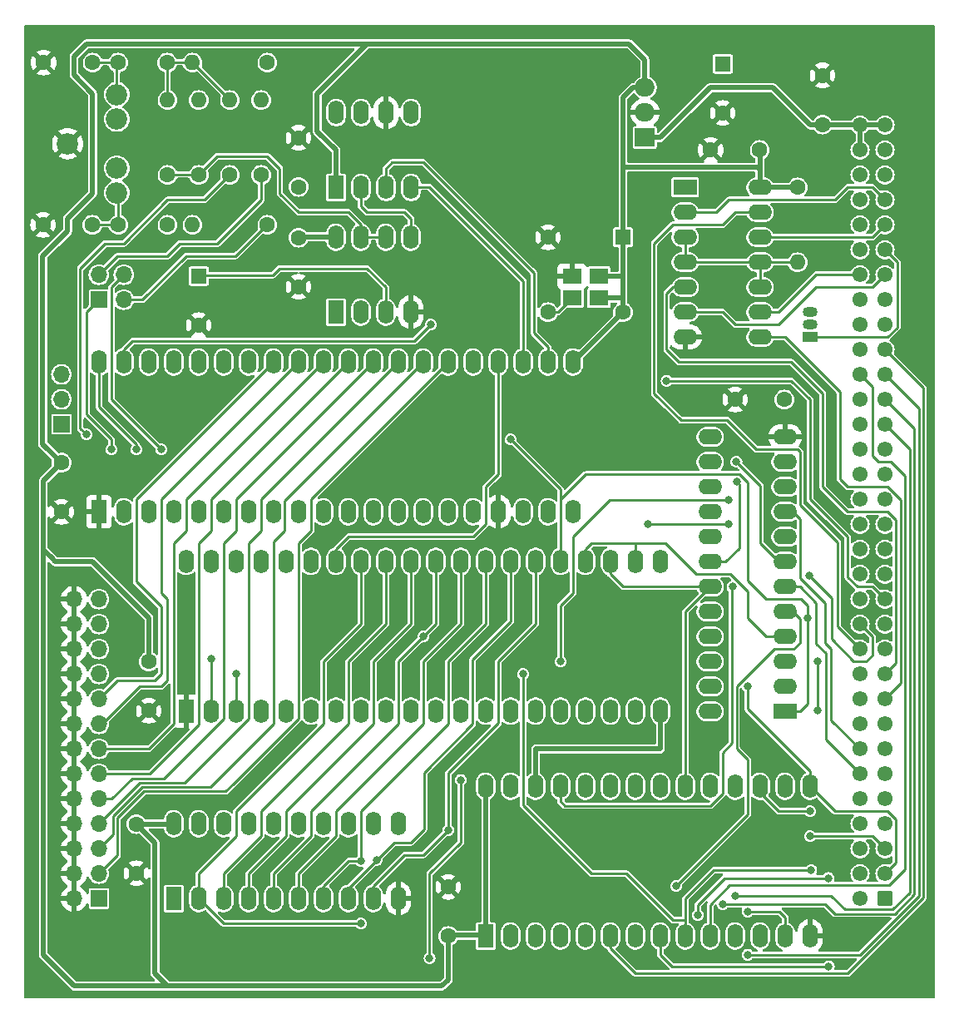
<source format=gbr>
%TF.GenerationSoftware,KiCad,Pcbnew,8.0.3+1*%
%TF.CreationDate,2024-06-17T20:37:02+02:00*%
%TF.ProjectId,qsound3,71736f75-6e64-4332-9e6b-696361645f70,0.1b*%
%TF.SameCoordinates,Original*%
%TF.FileFunction,Copper,L1,Top*%
%TF.FilePolarity,Positive*%
%FSLAX46Y46*%
G04 Gerber Fmt 4.6, Leading zero omitted, Abs format (unit mm)*
G04 Created by KiCad (PCBNEW 8.0.3+1) date 2024-06-17 20:37:02*
%MOMM*%
%LPD*%
G01*
G04 APERTURE LIST*
G04 Aperture macros list*
%AMRoundRect*
0 Rectangle with rounded corners*
0 $1 Rounding radius*
0 $2 $3 $4 $5 $6 $7 $8 $9 X,Y pos of 4 corners*
0 Add a 4 corners polygon primitive as box body*
4,1,4,$2,$3,$4,$5,$6,$7,$8,$9,$2,$3,0*
0 Add four circle primitives for the rounded corners*
1,1,$1+$1,$2,$3*
1,1,$1+$1,$4,$5*
1,1,$1+$1,$6,$7*
1,1,$1+$1,$8,$9*
0 Add four rect primitives between the rounded corners*
20,1,$1+$1,$2,$3,$4,$5,0*
20,1,$1+$1,$4,$5,$6,$7,0*
20,1,$1+$1,$6,$7,$8,$9,0*
20,1,$1+$1,$8,$9,$2,$3,0*%
G04 Aperture macros list end*
%TA.AperFunction,ComponentPad*%
%ADD10R,1.600000X2.400000*%
%TD*%
%TA.AperFunction,ComponentPad*%
%ADD11O,1.600000X2.400000*%
%TD*%
%TA.AperFunction,ComponentPad*%
%ADD12C,1.600000*%
%TD*%
%TA.AperFunction,ComponentPad*%
%ADD13R,1.500000X1.050000*%
%TD*%
%TA.AperFunction,ComponentPad*%
%ADD14O,1.500000X1.050000*%
%TD*%
%TA.AperFunction,ComponentPad*%
%ADD15O,1.600000X1.600000*%
%TD*%
%TA.AperFunction,ComponentPad*%
%ADD16R,1.700000X1.700000*%
%TD*%
%TA.AperFunction,ComponentPad*%
%ADD17O,1.700000X1.700000*%
%TD*%
%TA.AperFunction,ComponentPad*%
%ADD18C,2.184400*%
%TD*%
%TA.AperFunction,ComponentPad*%
%ADD19R,1.600000X1.600000*%
%TD*%
%TA.AperFunction,ComponentPad*%
%ADD20R,2.400000X1.600000*%
%TD*%
%TA.AperFunction,ComponentPad*%
%ADD21O,2.400000X1.600000*%
%TD*%
%TA.AperFunction,ComponentPad*%
%ADD22R,2.000000X1.905000*%
%TD*%
%TA.AperFunction,ComponentPad*%
%ADD23O,2.000000X1.905000*%
%TD*%
%TA.AperFunction,ComponentPad*%
%ADD24RoundRect,0.249999X0.525001X-0.525001X0.525001X0.525001X-0.525001X0.525001X-0.525001X-0.525001X0*%
%TD*%
%TA.AperFunction,ComponentPad*%
%ADD25C,1.550000*%
%TD*%
%TA.AperFunction,SMDPad,CuDef*%
%ADD26R,1.950000X1.650000*%
%TD*%
%TA.AperFunction,ViaPad*%
%ADD27C,0.800000*%
%TD*%
%TA.AperFunction,ViaPad*%
%ADD28C,1.000000*%
%TD*%
%TA.AperFunction,Conductor*%
%ADD29C,0.500000*%
%TD*%
%TA.AperFunction,Conductor*%
%ADD30C,0.250000*%
%TD*%
%ADD31C,0.350000*%
G04 APERTURE END LIST*
D10*
%TO.P,U9,1,VCC*%
%TO.N,VCC*%
X134630000Y-59705000D03*
D11*
%TO.P,U9,2,ToPull*%
%TO.N,Net-(U5B-+)*%
X137170000Y-59705000D03*
%TO.P,U9,3,LOAD*%
%TO.N,Net-(U7-SH)*%
X139710000Y-59705000D03*
%TO.P,U9,4,SD*%
%TO.N,Net-(U7-OP-0)*%
X142250000Y-59705000D03*
%TO.P,U9,5,oI*%
%TO.N,Net-(U7-oS)*%
X142250000Y-52085000D03*
%TO.P,U9,6,VSS*%
%TO.N,GND*%
X139710000Y-52085000D03*
%TO.P,U9,7,RB*%
%TO.N,Net-(U5A-+)*%
X137170000Y-52085000D03*
%TO.P,U9,8,MP*%
%TO.N,Net-(U5A--)*%
X134630000Y-52085000D03*
%TD*%
D10*
%TO.P,U7,1,VSS*%
%TO.N,GND*%
X110490000Y-92710000D03*
D11*
%TO.P,U7,2,DA1*%
%TO.N,/PA1*%
X113030000Y-92710000D03*
%TO.P,U7,3,DA2*%
%TO.N,/PA2*%
X115570000Y-92710000D03*
%TO.P,U7,4,DA3*%
%TO.N,/PA3*%
X118110000Y-92710000D03*
%TO.P,U7,5,DA4*%
%TO.N,/PA4*%
X120650000Y-92710000D03*
%TO.P,U7,6,DA5*%
%TO.N,/PA5*%
X123190000Y-92710000D03*
%TO.P,U7,7,DA6*%
%TO.N,/PA6*%
X125730000Y-92710000D03*
%TO.P,U7,8,DA7*%
%TO.N,/PA7*%
X128270000Y-92710000D03*
%TO.P,U7,9,IOA0*%
%TO.N,unconnected-(U7-IOA0-Pad9)*%
X130810000Y-92710000D03*
%TO.P,U7,10,IOA1*%
%TO.N,unconnected-(U7-IOA1-Pad10)*%
X133350000Y-92710000D03*
%TO.P,U7,11,IOA2*%
%TO.N,unconnected-(U7-IOA2-Pad11)*%
X135890000Y-92710000D03*
%TO.P,U7,12,IOA3*%
%TO.N,unconnected-(U7-IOA3-Pad12)*%
X138430000Y-92710000D03*
%TO.P,U7,13,IOA4*%
%TO.N,unconnected-(U7-IOA4-Pad13)*%
X140970000Y-92710000D03*
%TO.P,U7,14,IOA5*%
%TO.N,unconnected-(U7-IOA5-Pad14)*%
X143510000Y-92710000D03*
%TO.P,U7,15,IOA6*%
%TO.N,unconnected-(U7-IOA6-Pad15)*%
X146050000Y-92710000D03*
%TO.P,U7,16,IOA7*%
%TO.N,unconnected-(U7-IOA7-Pad16)*%
X148590000Y-92710000D03*
%TO.P,U7,17,AGND*%
%TO.N,GND*%
X151130000Y-92710000D03*
%TO.P,U7,18,C*%
%TO.N,/CH_C*%
X153670000Y-92710000D03*
%TO.P,U7,19,B*%
%TO.N,/CH_B*%
X156210000Y-92710000D03*
%TO.P,U7,20,A*%
%TO.N,/CH_A*%
X158750000Y-92710000D03*
%TO.P,U7,21,VCC*%
%TO.N,VCC*%
X158750000Y-77470000D03*
%TO.P,U7,22,SH*%
%TO.N,Net-(U7-SH)*%
X156210000Y-77470000D03*
%TO.P,U7,23,OP-0*%
%TO.N,Net-(U7-OP-0)*%
X153670000Y-77470000D03*
%TO.P,U7,24,~{RESET}*%
%TO.N,/RESET*%
X151130000Y-77470000D03*
%TO.P,U7,25,~{IRQ}*%
%TO.N,unconnected-(U7-~{IRQ}-Pad25)*%
X148590000Y-77470000D03*
%TO.P,U7,26,IOB0*%
%TO.N,/IOB0*%
X146050000Y-77470000D03*
%TO.P,U7,27,IOB1*%
%TO.N,/IOB1*%
X143510000Y-77470000D03*
%TO.P,U7,28,IOB2*%
%TO.N,/IOB2*%
X140970000Y-77470000D03*
%TO.P,U7,29,IOB3*%
%TO.N,/IOB3*%
X138430000Y-77470000D03*
%TO.P,U7,30,IOB4*%
%TO.N,/IOB4*%
X135890000Y-77470000D03*
%TO.P,U7,31,IOB5*%
%TO.N,/IOB5*%
X133350000Y-77470000D03*
%TO.P,U7,32,IOB6*%
%TO.N,/IOB6*%
X130810000Y-77470000D03*
%TO.P,U7,33,IOB7*%
%TO.N,/IOB7*%
X128270000Y-77470000D03*
%TO.P,U7,34,~{CS}*%
%TO.N,/YM_CS*%
X125730000Y-77470000D03*
%TO.P,U7,35,~{WR}*%
%TO.N,/YM_W*%
X123190000Y-77470000D03*
%TO.P,U7,36,~{RD}*%
%TO.N,/YM_R*%
X120650000Y-77470000D03*
%TO.P,U7,37,A0*%
%TO.N,/YM_A0*%
X118110000Y-77470000D03*
%TO.P,U7,38,oM*%
%TO.N,Net-(JP1-C)*%
X115570000Y-77470000D03*
%TO.P,U7,39,oS*%
%TO.N,Net-(U7-oS)*%
X113030000Y-77470000D03*
%TO.P,U7,40,DA0*%
%TO.N,/PA0*%
X110490000Y-77470000D03*
%TD*%
D12*
%TO.P,C1,1*%
%TO.N,+9V*%
X184150000Y-53300000D03*
%TO.P,C1,2*%
%TO.N,GND*%
X184150000Y-48300000D03*
%TD*%
%TO.P,C6,1*%
%TO.N,VCC*%
X180260000Y-81280000D03*
%TO.P,C6,2*%
%TO.N,GND*%
X175260000Y-81280000D03*
%TD*%
%TO.P,C7,1*%
%TO.N,VCC*%
X106680000Y-87710000D03*
%TO.P,C7,2*%
%TO.N,GND*%
X106680000Y-92710000D03*
%TD*%
D13*
%TO.P,Q1,1,E*%
%TO.N,/DSMC*%
X182880000Y-74930000D03*
D14*
%TO.P,Q1,2,B*%
%TO.N,/DSMC'*%
X182880000Y-73660000D03*
%TO.P,Q1,3,C*%
%TO.N,VCC*%
X182880000Y-72390000D03*
%TD*%
D12*
%TO.P,R2,1*%
%TO.N,Net-(J2-Pin_3)*%
X127635000Y-46990000D03*
D15*
%TO.P,R2,2*%
%TO.N,Net-(C12-Pad1)*%
X120015000Y-46990000D03*
%TD*%
D12*
%TO.P,R6,1*%
%TO.N,Net-(J2-Pin_2)*%
X127000000Y-58420000D03*
D15*
%TO.P,R6,2*%
%TO.N,Net-(C13-Pad1)*%
X127000000Y-50800000D03*
%TD*%
D10*
%TO.P,U8,1,A->B*%
%TO.N,/245_CS*%
X118110000Y-132080000D03*
D11*
%TO.P,U8,2,A0*%
%TO.N,/D0*%
X120650000Y-132080000D03*
%TO.P,U8,3,A1*%
%TO.N,/D1*%
X123190000Y-132080000D03*
%TO.P,U8,4,A2*%
%TO.N,/D2*%
X125730000Y-132080000D03*
%TO.P,U8,5,A3*%
%TO.N,/D3*%
X128270000Y-132080000D03*
%TO.P,U8,6,A4*%
%TO.N,/D4*%
X130810000Y-132080000D03*
%TO.P,U8,7,A5*%
%TO.N,/D5*%
X133350000Y-132080000D03*
%TO.P,U8,8,A6*%
%TO.N,/D6*%
X135890000Y-132080000D03*
%TO.P,U8,9,A7*%
%TO.N,/D7*%
X138430000Y-132080000D03*
%TO.P,U8,10,GND*%
%TO.N,GND*%
X140970000Y-132080000D03*
%TO.P,U8,11,B7*%
%TO.N,/PA7*%
X140970000Y-124460000D03*
%TO.P,U8,12,B6*%
%TO.N,/PA6*%
X138430000Y-124460000D03*
%TO.P,U8,13,B5*%
%TO.N,/PA5*%
X135890000Y-124460000D03*
%TO.P,U8,14,B4*%
%TO.N,/PA4*%
X133350000Y-124460000D03*
%TO.P,U8,15,B3*%
%TO.N,/PA3*%
X130810000Y-124460000D03*
%TO.P,U8,16,B2*%
%TO.N,/PA2*%
X128270000Y-124460000D03*
%TO.P,U8,17,B1*%
%TO.N,/PA1*%
X125730000Y-124460000D03*
%TO.P,U8,18,B0*%
%TO.N,/PA0*%
X123190000Y-124460000D03*
%TO.P,U8,19,CE*%
%TO.N,/245_DIR*%
X120650000Y-124460000D03*
%TO.P,U8,20,VCC*%
%TO.N,VCC*%
X118110000Y-124460000D03*
%TD*%
D16*
%TO.P,JP2,1,Pin_1*%
%TO.N,/CH_B*%
X110490000Y-71125000D03*
D17*
%TO.P,JP2,2,Pin_2*%
%TO.N,Net-(J2-Pin_2)*%
X110490000Y-68585000D03*
%TO.P,JP2,3,Pin_3*%
%TO.N,Net-(J2-Pin_3)*%
X113030000Y-71125000D03*
%TO.P,JP2,4,Pin_4*%
%TO.N,/CH_C*%
X113030000Y-68585000D03*
%TD*%
D10*
%TO.P,U5,1*%
%TO.N,Net-(U5A--)*%
X134620000Y-72390000D03*
D11*
%TO.P,U5,2,-*%
X137160000Y-72390000D03*
%TO.P,U5,3,+*%
%TO.N,Net-(U5A-+)*%
X139700000Y-72390000D03*
%TO.P,U5,4,V-*%
%TO.N,GND*%
X142240000Y-72390000D03*
%TO.P,U5,5,+*%
%TO.N,Net-(U5B-+)*%
X142240000Y-64770000D03*
%TO.P,U5,6,-*%
%TO.N,Net-(U5B--)*%
X139700000Y-64770000D03*
%TO.P,U5,7*%
X137160000Y-64770000D03*
%TO.P,U5,8,V+*%
%TO.N,VCC*%
X134620000Y-64770000D03*
%TD*%
D12*
%TO.P,C8,1*%
%TO.N,VCC*%
X114300000Y-124500000D03*
%TO.P,C8,2*%
%TO.N,GND*%
X114300000Y-129500000D03*
%TD*%
%TO.P,C14,1*%
%TO.N,Net-(C13-Pad2)*%
X109815000Y-63500000D03*
%TO.P,C14,2*%
%TO.N,GND*%
X104815000Y-63500000D03*
%TD*%
%TO.P,C2,1*%
%TO.N,VCC*%
X146050000Y-135890000D03*
%TO.P,C2,2*%
%TO.N,GND*%
X146050000Y-130890000D03*
%TD*%
%TO.P,R5,1*%
%TO.N,/CH_A*%
X123825000Y-58420000D03*
D15*
%TO.P,R5,2*%
%TO.N,Net-(C12-Pad1)*%
X123825000Y-50800000D03*
%TD*%
D12*
%TO.P,C13,1*%
%TO.N,Net-(C12-Pad1)*%
X117435000Y-46990000D03*
%TO.P,C13,2*%
%TO.N,Net-(C12-Pad2)*%
X112435000Y-46990000D03*
%TD*%
%TO.P,R1,1*%
%TO.N,VCC*%
X181610000Y-59690000D03*
D15*
%TO.P,R1,2*%
%TO.N,/MEM_SEL*%
X181610000Y-67310000D03*
%TD*%
D18*
%TO.P,J2,G*%
%TO.N,GND*%
X107315000Y-55245000D03*
%TO.P,J2,S*%
%TO.N,Net-(C12-Pad2)*%
X112315000Y-50245000D03*
%TO.P,J2,SN*%
%TO.N,unconnected-(J4-PadSN)*%
X112315000Y-52745000D03*
%TO.P,J2,T*%
%TO.N,Net-(C13-Pad2)*%
X112315000Y-60245000D03*
%TO.P,J2,TN*%
%TO.N,unconnected-(J4-PadTN)*%
X112315000Y-57745000D03*
%TD*%
D12*
%TO.P,R4,1*%
%TO.N,Net-(U5B--)*%
X120650000Y-58420000D03*
D15*
%TO.P,R4,2*%
%TO.N,Net-(C13-Pad1)*%
X120650000Y-50800000D03*
%TD*%
D12*
%TO.P,C9,1*%
%TO.N,VCC*%
X130810000Y-59650000D03*
%TO.P,C9,2*%
%TO.N,GND*%
X130810000Y-54650000D03*
%TD*%
%TO.P,R3,1*%
%TO.N,Net-(U5B--)*%
X117475000Y-58420000D03*
D15*
%TO.P,R3,2*%
%TO.N,Net-(C12-Pad1)*%
X117475000Y-50800000D03*
%TD*%
D16*
%TO.P,J3,1,Pin_1*%
%TO.N,/P_Strobe*%
X110490000Y-132080000D03*
D17*
%TO.P,J3,2,Pin_2*%
%TO.N,GND*%
X107950000Y-132080000D03*
%TO.P,J3,3,Pin_3*%
%TO.N,/IOB0*%
X110490000Y-129540000D03*
%TO.P,J3,4,Pin_4*%
%TO.N,GND*%
X107950000Y-129540000D03*
%TO.P,J3,5,Pin_5*%
%TO.N,/IOB1*%
X110490000Y-127000000D03*
%TO.P,J3,6,Pin_6*%
%TO.N,GND*%
X107950000Y-127000000D03*
%TO.P,J3,7,Pin_7*%
%TO.N,/IOB2*%
X110490000Y-124460000D03*
%TO.P,J3,8,Pin_8*%
%TO.N,GND*%
X107950000Y-124460000D03*
%TO.P,J3,9,Pin_9*%
%TO.N,/IOB3*%
X110490000Y-121920000D03*
%TO.P,J3,10,Pin_10*%
%TO.N,GND*%
X107950000Y-121920000D03*
%TO.P,J3,11,Pin_11*%
%TO.N,/IOB4*%
X110490000Y-119380000D03*
%TO.P,J3,12,Pin_12*%
%TO.N,GND*%
X107950000Y-119380000D03*
%TO.P,J3,13,Pin_13*%
%TO.N,/IOB5*%
X110490000Y-116840000D03*
%TO.P,J3,14,Pin_14*%
%TO.N,GND*%
X107950000Y-116840000D03*
%TO.P,J3,15,Pin_15*%
%TO.N,/IOB6*%
X110490000Y-114300000D03*
%TO.P,J3,16,Pin_16*%
%TO.N,GND*%
X107950000Y-114300000D03*
%TO.P,J3,17,Pin_17*%
%TO.N,/IOB7*%
X110490000Y-111760000D03*
%TO.P,J3,18,Pin_18*%
%TO.N,GND*%
X107950000Y-111760000D03*
%TO.P,J3,19,Pin_19*%
%TO.N,unconnected-(J3-Pin_19-Pad19)*%
X110490000Y-109220000D03*
%TO.P,J3,20,Pin_20*%
%TO.N,GND*%
X107950000Y-109220000D03*
%TO.P,J3,21,Pin_21*%
%TO.N,/P_Busy*%
X110490000Y-106680000D03*
%TO.P,J3,22,Pin_22*%
%TO.N,GND*%
X107950000Y-106680000D03*
%TO.P,J3,23,Pin_23*%
%TO.N,unconnected-(J3-Pin_23-Pad23)*%
X110490000Y-104140000D03*
%TO.P,J3,24,Pin_24*%
%TO.N,GND*%
X107950000Y-104140000D03*
%TO.P,J3,25,Pin_25*%
%TO.N,unconnected-(J3-Pin_25-Pad25)*%
X110490000Y-101600000D03*
%TO.P,J3,26,Pin_26*%
%TO.N,GND*%
X107950000Y-101600000D03*
%TD*%
D12*
%TO.P,C4,1*%
%TO.N,VCC*%
X115570000Y-107950000D03*
%TO.P,C4,2*%
%TO.N,GND*%
X115570000Y-112950000D03*
%TD*%
D19*
%TO.P,X1,1,EN*%
%TO.N,VCC*%
X163830000Y-64770000D03*
D12*
%TO.P,X1,4,GND*%
%TO.N,GND*%
X156210000Y-64770000D03*
%TO.P,X1,5,OUT*%
%TO.N,Net-(JP1-B)*%
X156210000Y-72390000D03*
%TO.P,X1,8,Vcc*%
%TO.N,VCC*%
X163830000Y-72390000D03*
%TD*%
D19*
%TO.P,C11,1*%
%TO.N,Net-(U5A-+)*%
X120650000Y-68717349D03*
D12*
%TO.P,C11,2*%
%TO.N,GND*%
X120650000Y-73717349D03*
%TD*%
D20*
%TO.P,U3,1*%
%TO.N,/A14*%
X170170000Y-59685000D03*
D21*
%TO.P,U3,2*%
%TO.N,/SP0*%
X170170000Y-62225000D03*
%TO.P,U3,3*%
%TO.N,/MEM_SEL*%
X170170000Y-64765000D03*
%TO.P,U3,4*%
X170170000Y-67305000D03*
%TO.P,U3,5*%
%TO.N,/A16*%
X170170000Y-69845000D03*
%TO.P,U3,6*%
%TO.N,/SP2*%
X170170000Y-72385000D03*
%TO.P,U3,7,GND*%
%TO.N,GND*%
X170170000Y-74925000D03*
%TO.P,U3,8*%
%TO.N,/A17*%
X177790000Y-74925000D03*
%TO.P,U3,9*%
%TO.N,/SP3*%
X177790000Y-72385000D03*
%TO.P,U3,10*%
%TO.N,/MEM_SEL*%
X177790000Y-69845000D03*
%TO.P,U3,11*%
X177790000Y-67305000D03*
%TO.P,U3,12*%
%TO.N,/SP1*%
X177790000Y-64765000D03*
%TO.P,U3,13*%
%TO.N,/A15*%
X177790000Y-62225000D03*
%TO.P,U3,14,VCC*%
%TO.N,VCC*%
X177790000Y-59685000D03*
%TD*%
D12*
%TO.P,C15,1*%
%TO.N,Net-(C13-Pad1)*%
X117475000Y-63500000D03*
%TO.P,C15,2*%
%TO.N,Net-(C13-Pad2)*%
X112475000Y-63500000D03*
%TD*%
D19*
%TO.P,C10,1*%
%TO.N,VCC*%
X173990000Y-47127349D03*
D12*
%TO.P,C10,2*%
%TO.N,GND*%
X173990000Y-52127349D03*
%TD*%
%TO.P,R7,1*%
%TO.N,Net-(J2-Pin_3)*%
X127635000Y-63500000D03*
D15*
%TO.P,R7,2*%
%TO.N,Net-(C13-Pad1)*%
X120015000Y-63500000D03*
%TD*%
D16*
%TO.P,JP1,1,A*%
%TO.N,/E*%
X106680000Y-83805000D03*
D17*
%TO.P,JP1,2,C*%
%TO.N,Net-(JP1-C)*%
X106680000Y-81265000D03*
%TO.P,JP1,3,B*%
%TO.N,Net-(JP1-B)*%
X106680000Y-78725000D03*
%TD*%
D22*
%TO.P,U1,1,IN*%
%TO.N,+9V*%
X166075000Y-54610000D03*
D23*
%TO.P,U1,2,GND*%
%TO.N,GND*%
X166075000Y-52070000D03*
%TO.P,U1,3,OUT*%
%TO.N,VCC*%
X166075000Y-49530000D03*
%TD*%
D12*
%TO.P,C12,1*%
%TO.N,Net-(C12-Pad2)*%
X109855000Y-46990000D03*
%TO.P,C12,2*%
%TO.N,GND*%
X104855000Y-46990000D03*
%TD*%
%TO.P,C3,1*%
%TO.N,VCC*%
X177760000Y-55880000D03*
%TO.P,C3,2*%
%TO.N,GND*%
X172760000Y-55880000D03*
%TD*%
D20*
%TO.P,U6,1,I1/CLK*%
%TO.N,/E*%
X180340000Y-113030000D03*
D21*
%TO.P,U6,2,I2*%
%TO.N,/A19*%
X180340000Y-110490000D03*
%TO.P,U6,3,I3*%
%TO.N,/A18*%
X180340000Y-107950000D03*
%TO.P,U6,4,I4/PD*%
%TO.N,/A13*%
X180340000Y-105410000D03*
%TO.P,U6,5,I5*%
%TO.N,/A12*%
X180340000Y-102870000D03*
%TO.P,U6,6,I6*%
%TO.N,/DS*%
X180340000Y-100330000D03*
%TO.P,U6,7,I7*%
%TO.N,/MEM_SEL*%
X180340000Y-97790000D03*
%TO.P,U6,8,I8*%
%TO.N,unconnected-(U6-I8-Pad8)*%
X180340000Y-95250000D03*
%TO.P,U6,9,I9*%
%TO.N,/RW*%
X180340000Y-92710000D03*
%TO.P,U6,10,I10*%
%TO.N,/BC1*%
X180340000Y-90170000D03*
%TO.P,U6,11,I11*%
%TO.N,/BDIR*%
X180340000Y-87630000D03*
%TO.P,U6,12,GND*%
%TO.N,GND*%
X180340000Y-85090000D03*
%TO.P,U6,13,I12*%
%TO.N,unconnected-(U6-I12-Pad13)*%
X172720000Y-85090000D03*
%TO.P,U6,14,IO10*%
%TO.N,/YM_CS*%
X172720000Y-87630000D03*
%TO.P,U6,15,IO9*%
%TO.N,/YM_W*%
X172720000Y-90170000D03*
%TO.P,U6,16,IO8*%
%TO.N,/YM_R*%
X172720000Y-92710000D03*
%TO.P,U6,17,IO7*%
%TO.N,/YM_A0*%
X172720000Y-95250000D03*
%TO.P,U6,18,IO6*%
%TO.N,/DSMC'*%
X172720000Y-97790000D03*
%TO.P,U6,19,IO5*%
%TO.N,/CS2{slash}OE*%
X172720000Y-100330000D03*
%TO.P,U6,20,I04*%
%TO.N,/VPA*%
X172720000Y-102870000D03*
%TO.P,U6,21,IO3*%
%TO.N,unconnected-(U6-IO3-Pad21)*%
X172720000Y-105410000D03*
%TO.P,U6,22,IO2*%
%TO.N,/245_DIR*%
X172720000Y-107950000D03*
%TO.P,U6,23,IO1*%
%TO.N,/245_CS*%
X172720000Y-110490000D03*
%TO.P,U6,24,VCC*%
%TO.N,VCC*%
X172720000Y-113030000D03*
%TD*%
D24*
%TO.P,J1,a1,GND*%
%TO.N,GND*%
X190500000Y-132080000D03*
D25*
%TO.P,J1,a2,D3*%
%TO.N,/D3*%
X190500000Y-129540000D03*
%TO.P,J1,a3,D4*%
%TO.N,/D4*%
X190500000Y-127000000D03*
%TO.P,J1,a4,D5*%
%TO.N,/D5*%
X190500000Y-124460000D03*
%TO.P,J1,a5,D6*%
%TO.N,/D6*%
X190500000Y-121920000D03*
%TO.P,J1,a6,D7*%
%TO.N,/D7*%
X190500000Y-119380000D03*
%TO.P,J1,a7,A19*%
%TO.N,/A19*%
X190500000Y-116840000D03*
%TO.P,J1,a8,A18*%
%TO.N,/A18*%
X190500000Y-114300000D03*
%TO.P,J1,a9,A17*%
%TO.N,/A17*%
X190500000Y-111760000D03*
%TO.P,J1,a10,A16*%
%TO.N,/A16*%
X190500000Y-109220000D03*
%TO.P,J1,a11,CLKCPU*%
%TO.N,unconnected-(J1-CLKCPU-Pada11)*%
X190500000Y-106680000D03*
%TO.P,J1,a12,RED*%
%TO.N,unconnected-(J1-RED-Pada12)*%
X190500000Y-104140000D03*
%TO.P,J1,a13,A14*%
%TO.N,/A14*%
X190500000Y-101600000D03*
%TO.P,J1,a14,A13*%
%TO.N,/A13*%
X190500000Y-99060000D03*
%TO.P,J1,a15,A12*%
%TO.N,/A12*%
X190500000Y-96520000D03*
%TO.P,J1,a16,A11*%
%TO.N,/A11*%
X190500000Y-93980000D03*
%TO.P,J1,a17,A10*%
%TO.N,/A10*%
X190500000Y-91440000D03*
%TO.P,J1,a18,A9*%
%TO.N,/A9*%
X190500000Y-88900000D03*
%TO.P,J1,a19,A8*%
%TO.N,/A8*%
X190500000Y-86360000D03*
%TO.P,J1,a20,A7*%
%TO.N,/A7*%
X190500000Y-83820000D03*
%TO.P,J1,a21,A6*%
%TO.N,/A6*%
X190500000Y-81280000D03*
%TO.P,J1,a22,A5*%
%TO.N,/A5*%
X190500000Y-78740000D03*
%TO.P,J1,a23,A4*%
%TO.N,/A4*%
X190500000Y-76200000D03*
%TO.P,J1,a24,A3*%
%TO.N,/A3*%
X190500000Y-73660000D03*
%TO.P,J1,a25,~{DBG}*%
%TO.N,unconnected-(J1-~{DBG}-Pada25)*%
X190500000Y-71120000D03*
%TO.P,J1,a26,SP2*%
%TO.N,/SP2*%
X190500000Y-68580000D03*
%TO.P,J1,a27,~{DSMC}*%
%TO.N,/DSMC*%
X190500000Y-66040000D03*
%TO.P,J1,a28,SP1*%
%TO.N,/SP1*%
X190500000Y-63500000D03*
%TO.P,J1,a29,SP0*%
%TO.N,/SP0*%
X190500000Y-60960000D03*
%TO.P,J1,a30,+12V*%
%TO.N,unconnected-(J1-+12V-Pada30)*%
X190500000Y-58420000D03*
%TO.P,J1,a31,-12V*%
%TO.N,unconnected-(J1--12V-Pada31)*%
X190500000Y-55880000D03*
%TO.P,J1,a32,Vin*%
%TO.N,+9V*%
X190500000Y-53340000D03*
%TO.P,J1,b1,GND*%
%TO.N,GND*%
X187960000Y-132080000D03*
%TO.P,J1,b2,D2*%
%TO.N,/D2*%
X187960000Y-129540000D03*
%TO.P,J1,b3,D1*%
%TO.N,/D1*%
X187960000Y-127000000D03*
%TO.P,J1,b4,D0*%
%TO.N,/D0*%
X187960000Y-124460000D03*
%TO.P,J1,b5,~{AS}*%
%TO.N,unconnected-(J1-~{AS}-Padb5)*%
X187960000Y-121920000D03*
%TO.P,J1,b6,~{DS}*%
%TO.N,/DS*%
X187960000Y-119380000D03*
%TO.P,J1,b7,~{DRW}*%
%TO.N,/RW*%
X187960000Y-116840000D03*
%TO.P,J1,b8,~{DTACK}*%
%TO.N,unconnected-(J1-~{DTACK}-Padb8)*%
X187960000Y-114300000D03*
%TO.P,J1,b9,~{BG}*%
%TO.N,unconnected-(J1-~{BG}-Padb9)*%
X187960000Y-111760000D03*
%TO.P,J1,b10,~{BR}*%
%TO.N,unconnected-(J1-~{BR}-Padb10)*%
X187960000Y-109220000D03*
%TO.P,J1,b11,A15*%
%TO.N,/A15*%
X187960000Y-106680000D03*
%TO.P,J1,b12,~{RESETCPU}*%
%TO.N,/RESET*%
X187960000Y-104140000D03*
%TO.P,J1,b13,~{CSYNC}*%
%TO.N,unconnected-(J1-~{CSYNC}-Padb13)*%
X187960000Y-101600000D03*
%TO.P,J1,b14,E*%
%TO.N,/E*%
X187960000Y-99060000D03*
%TO.P,J1,b15,VSYNCH*%
%TO.N,unconnected-(J1-VSYNCH-Padb15)*%
X187960000Y-96520000D03*
%TO.P,J1,b16,~{VPA}*%
%TO.N,/VPA*%
X187960000Y-93980000D03*
%TO.P,J1,b17,GREEN*%
%TO.N,unconnected-(J1-GREEN-Padb17)*%
X187960000Y-91440000D03*
%TO.P,J1,b18,BLUE*%
%TO.N,unconnected-(J1-BLUE-Padb18)*%
X187960000Y-88900000D03*
%TO.P,J1,b19,FC2*%
%TO.N,unconnected-(J1-FC2-Padb19)*%
X187960000Y-86360000D03*
%TO.P,J1,b20,FC1*%
%TO.N,unconnected-(J1-FC1-Padb20)*%
X187960000Y-83820000D03*
%TO.P,J1,b21,FC0*%
%TO.N,unconnected-(J1-FC0-Padb21)*%
X187960000Y-81280000D03*
%TO.P,J1,b22,A0*%
%TO.N,/A0*%
X187960000Y-78740000D03*
%TO.P,J1,b23,ROMOEH*%
%TO.N,unconnected-(J1-ROMOEH-Padb23)*%
X187960000Y-76200000D03*
%TO.P,J1,b24,A1*%
%TO.N,/A1*%
X187960000Y-73660000D03*
%TO.P,J1,b25,A2*%
%TO.N,/A2*%
X187960000Y-71120000D03*
%TO.P,J1,b26,SP3*%
%TO.N,/SP3*%
X187960000Y-68580000D03*
%TO.P,J1,b27,~{IPLO}*%
%TO.N,unconnected-(J1-~{IPLO}-Padb27)*%
X187960000Y-66040000D03*
%TO.P,J1,b28,~{BERR}*%
%TO.N,unconnected-(J1-~{BERR}-Padb28)*%
X187960000Y-63500000D03*
%TO.P,J1,b29,~{IPL1}*%
%TO.N,unconnected-(J1-~{IPL1}-Padb29)*%
X187960000Y-60960000D03*
%TO.P,J1,b30,~{EXTINT}*%
%TO.N,unconnected-(J1-~{EXTINT}-Padb30)*%
X187960000Y-58420000D03*
%TO.P,J1,b31,Vin*%
%TO.N,+9V*%
X187960000Y-55880000D03*
%TO.P,J1,b32,Vin*%
X187960000Y-53340000D03*
%TD*%
D26*
%TO.P,X1B1,1,Vctrl*%
%TO.N,VCC*%
X161395000Y-68750000D03*
%TO.P,X1B1,2,GND*%
%TO.N,GND*%
X158645000Y-68750000D03*
%TO.P,X1B1,3,OUT*%
%TO.N,Net-(JP1-B)*%
X158645000Y-70950000D03*
%TO.P,X1B1,4,V+*%
%TO.N,VCC*%
X161395000Y-70950000D03*
%TD*%
D10*
%TO.P,U2,1,A15*%
%TO.N,VCC*%
X149860000Y-135890000D03*
D11*
%TO.P,U2,2,A12*%
%TO.N,/A12*%
X152400000Y-135890000D03*
%TO.P,U2,3,A7*%
%TO.N,/A7*%
X154940000Y-135890000D03*
%TO.P,U2,4,A6*%
%TO.N,/A6*%
X157480000Y-135890000D03*
%TO.P,U2,5,A5*%
%TO.N,/A5*%
X160020000Y-135890000D03*
%TO.P,U2,6,A4*%
%TO.N,/A4*%
X162560000Y-135890000D03*
%TO.P,U2,7,A3*%
%TO.N,/A3*%
X165100000Y-135890000D03*
%TO.P,U2,8,A2*%
%TO.N,/A2*%
X167640000Y-135890000D03*
%TO.P,U2,9,A1*%
%TO.N,/A1*%
X170180000Y-135890000D03*
%TO.P,U2,10,A0*%
%TO.N,/A0*%
X172720000Y-135890000D03*
%TO.P,U2,11,D0*%
%TO.N,/D0*%
X175260000Y-135890000D03*
%TO.P,U2,12,D1*%
%TO.N,/D1*%
X177800000Y-135890000D03*
%TO.P,U2,13,D2*%
%TO.N,/D2*%
X180340000Y-135890000D03*
%TO.P,U2,14,GND*%
%TO.N,GND*%
X182880000Y-135890000D03*
%TO.P,U2,15,D3*%
%TO.N,/D3*%
X182880000Y-120650000D03*
%TO.P,U2,16,D4*%
%TO.N,/D4*%
X180340000Y-120650000D03*
%TO.P,U2,17,D5*%
%TO.N,/D5*%
X177800000Y-120650000D03*
%TO.P,U2,18,D6*%
%TO.N,/D6*%
X175260000Y-120650000D03*
%TO.P,U2,19,D7*%
%TO.N,/D7*%
X172720000Y-120650000D03*
%TO.P,U2,20,~{CE}*%
%TO.N,/CS2{slash}OE*%
X170180000Y-120650000D03*
%TO.P,U2,21,A10*%
%TO.N,/A10*%
X167640000Y-120650000D03*
%TO.P,U2,22,~{OE/Vpp}*%
%TO.N,/A13*%
X165100000Y-120650000D03*
%TO.P,U2,23,A11*%
%TO.N,/A11*%
X162560000Y-120650000D03*
%TO.P,U2,24,A9*%
%TO.N,/A9*%
X160020000Y-120650000D03*
%TO.P,U2,25,A8*%
%TO.N,/A8*%
X157480000Y-120650000D03*
%TO.P,U2,26,A13*%
%TO.N,VCC*%
X154940000Y-120650000D03*
%TO.P,U2,27,A14*%
X152400000Y-120650000D03*
%TO.P,U2,28,VCC*%
X149860000Y-120650000D03*
%TD*%
D12*
%TO.P,C5,1*%
%TO.N,VCC*%
X130810000Y-64810000D03*
%TO.P,C5,2*%
%TO.N,GND*%
X130810000Y-69810000D03*
%TD*%
D10*
%TO.P,U4,1,VSS*%
%TO.N,GND*%
X119385000Y-113010000D03*
D11*
%TO.P,U4,2,PA0*%
%TO.N,/PA0*%
X121925000Y-113010000D03*
%TO.P,U4,3,PA1*%
%TO.N,/PA1*%
X124465000Y-113010000D03*
%TO.P,U4,4,PA2*%
%TO.N,/PA2*%
X127005000Y-113010000D03*
%TO.P,U4,5,PA3*%
%TO.N,/PA3*%
X129545000Y-113010000D03*
%TO.P,U4,6,PA4*%
%TO.N,/PA4*%
X132085000Y-113010000D03*
%TO.P,U4,7,PA5*%
%TO.N,/PA5*%
X134625000Y-113010000D03*
%TO.P,U4,8,PA6*%
%TO.N,/PA6*%
X137165000Y-113010000D03*
%TO.P,U4,9,PA7*%
%TO.N,/PA7*%
X139705000Y-113010000D03*
%TO.P,U4,10,PB0*%
%TO.N,/BC1*%
X142245000Y-113010000D03*
%TO.P,U4,11,PB1*%
%TO.N,unconnected-(U4-PB1-Pad11)*%
X144785000Y-113010000D03*
%TO.P,U4,12,PB2*%
%TO.N,/BDIR*%
X147325000Y-113010000D03*
%TO.P,U4,13,PB3*%
%TO.N,/P_Strobe*%
X149865000Y-113010000D03*
%TO.P,U4,14,PB4*%
%TO.N,/P_Busy*%
X152405000Y-113010000D03*
%TO.P,U4,15,PB5*%
%TO.N,unconnected-(U4-PB5-Pad15)*%
X154945000Y-113010000D03*
%TO.P,U4,16,PB6*%
%TO.N,unconnected-(U4-PB6-Pad16)*%
X157485000Y-113010000D03*
%TO.P,U4,17,PB7*%
%TO.N,unconnected-(U4-PB7-Pad17)*%
X160025000Y-113010000D03*
%TO.P,U4,18,CB1*%
%TO.N,unconnected-(U4-CB1-Pad18)*%
X162565000Y-113010000D03*
%TO.P,U4,19,CB2*%
%TO.N,unconnected-(U4-CB2-Pad19)*%
X165105000Y-113010000D03*
%TO.P,U4,20,VCC*%
%TO.N,VCC*%
X167645000Y-113010000D03*
%TO.P,U4,21,R/~{W}*%
%TO.N,/RW*%
X167645000Y-97770000D03*
%TO.P,U4,22,CS0*%
%TO.N,/A13*%
X165105000Y-97770000D03*
%TO.P,U4,23,~{CS2}*%
%TO.N,/CS2{slash}OE*%
X162565000Y-97770000D03*
%TO.P,U4,24,CS1*%
%TO.N,/A13*%
X160025000Y-97770000D03*
%TO.P,U4,25,ENABLE*%
%TO.N,/E*%
X157485000Y-97770000D03*
%TO.P,U4,26,D7*%
%TO.N,/D7*%
X154945000Y-97770000D03*
%TO.P,U4,27,D6*%
%TO.N,/D6*%
X152405000Y-97770000D03*
%TO.P,U4,28,D5*%
%TO.N,/D5*%
X149865000Y-97770000D03*
%TO.P,U4,29,D4*%
%TO.N,/D4*%
X147325000Y-97770000D03*
%TO.P,U4,30,D3*%
%TO.N,/D3*%
X144785000Y-97770000D03*
%TO.P,U4,31,D2*%
%TO.N,/D2*%
X142245000Y-97770000D03*
%TO.P,U4,32,D1*%
%TO.N,/D1*%
X139705000Y-97770000D03*
%TO.P,U4,33,D0*%
%TO.N,/D0*%
X137165000Y-97770000D03*
%TO.P,U4,34,~{RESET}*%
%TO.N,/RESET*%
X134625000Y-97770000D03*
%TO.P,U4,35,RS1*%
%TO.N,/A1*%
X132085000Y-97770000D03*
%TO.P,U4,36,RS0*%
%TO.N,/A0*%
X129545000Y-97770000D03*
%TO.P,U4,37,~{IRQB}*%
%TO.N,unconnected-(U4-~{IRQB}-Pad37)*%
X127005000Y-97770000D03*
%TO.P,U4,38,~{IRQA}*%
%TO.N,unconnected-(U4-~{IRQA}-Pad38)*%
X124465000Y-97770000D03*
%TO.P,U4,39,CA2*%
%TO.N,unconnected-(U4-CA2-Pad39)*%
X121925000Y-97770000D03*
%TO.P,U4,40,CA1*%
%TO.N,unconnected-(U4-CA1-Pad40)*%
X119385000Y-97770000D03*
%TD*%
D27*
%TO.N,GND*%
X148590000Y-48260000D03*
X148590000Y-55880000D03*
X149860000Y-55880000D03*
X149860000Y-48260000D03*
X152400000Y-48260000D03*
X152400000Y-50800000D03*
X152400000Y-53340000D03*
X152400000Y-55880000D03*
X154940000Y-55880000D03*
X157480000Y-55880000D03*
X160020000Y-55880000D03*
X160020000Y-53340000D03*
X157480000Y-53340000D03*
X154940000Y-53340000D03*
X154940000Y-50800000D03*
X154940000Y-48260000D03*
X157480000Y-48260000D03*
X157480000Y-50800000D03*
X160020000Y-50800000D03*
X160020000Y-48260000D03*
X153670000Y-52070000D03*
X156210000Y-52070000D03*
X158750000Y-52070000D03*
X158750000Y-49530000D03*
X156210000Y-49530000D03*
X153670000Y-49530000D03*
X151130000Y-49530000D03*
X147320000Y-49530000D03*
X147320000Y-54610000D03*
X151130000Y-54610000D03*
X153670000Y-54610000D03*
X156210000Y-54610000D03*
X158750000Y-54610000D03*
X161290000Y-54610000D03*
X161290000Y-49530000D03*
X161290000Y-52070000D03*
D28*
X140970000Y-139700000D03*
X114300000Y-139700000D03*
D27*
%TO.N,/A14*%
X168275000Y-79375000D03*
%TO.N,/A12*%
X169242600Y-130810000D03*
%TO.N,/A9*%
X183635600Y-112909400D03*
X183635600Y-107950000D03*
%TO.N,/A8*%
X174983000Y-100353900D03*
%TO.N,/A7*%
X175260000Y-131771800D03*
%TO.N,/A6*%
X173990000Y-132662700D03*
%TO.N,/A5*%
X176530000Y-137795000D03*
%TO.N,/A3*%
X171450000Y-133758800D03*
X184749200Y-129995800D03*
%TO.N,/E*%
X182624300Y-103505000D03*
X152400000Y-85344000D03*
%TO.N,/RESET*%
X182778300Y-99192500D03*
%TO.N,/D0*%
X137160000Y-134620000D03*
%TO.N,/A0*%
X166370000Y-93980000D03*
X174625000Y-93980000D03*
%TO.N,/A1*%
X182996900Y-129188200D03*
X153670000Y-109220000D03*
%TO.N,/A2*%
X184785000Y-138975000D03*
%TO.N,/P_Strobe*%
X147320000Y-120015000D03*
X144145000Y-138141900D03*
%TO.N,/DSMC'*%
X175395200Y-89676000D03*
%TO.N,/MEM_SEL*%
X175381400Y-87630000D03*
%TO.N,/CH_A*%
X109220000Y-84836000D03*
%TO.N,/CH_B*%
X111760000Y-86360000D03*
%TO.N,/CH_C*%
X116840000Y-86360000D03*
%TO.N,/BDIR*%
X174575400Y-91523800D03*
X157480000Y-107950000D03*
%TO.N,/PA1*%
X124460000Y-109220000D03*
%TO.N,/PA0*%
X121920000Y-107648500D03*
X114300000Y-86360000D03*
%TO.N,/D3*%
X143510000Y-105410000D03*
X176530000Y-110490000D03*
%TO.N,/D4*%
X182880000Y-125730000D03*
%TO.N,/D5*%
X137160000Y-128270000D03*
X182880000Y-123190000D03*
%TO.N,/D6*%
X138793300Y-128127400D03*
%TO.N,/D7*%
X146050000Y-125095000D03*
%TO.N,/D2*%
X176530000Y-133399800D03*
%TO.N,Net-(U7-oS)*%
X144272000Y-73660000D03*
%TD*%
D29*
%TO.N,VCC*%
X163830000Y-50546000D02*
X163830000Y-57782500D01*
X166075000Y-49530000D02*
X164846000Y-49530000D01*
X164846000Y-49530000D02*
X163830000Y-50546000D01*
X159385000Y-45085000D02*
X157480000Y-45085000D01*
X166075000Y-46695000D02*
X164465000Y-45085000D01*
X157480000Y-45085000D02*
X137795000Y-45085000D01*
X166075000Y-49530000D02*
X166075000Y-46695000D01*
X164465000Y-45085000D02*
X157480000Y-45085000D01*
%TO.N,+9V*%
X187960000Y-53340000D02*
X184150000Y-53340000D01*
X187960000Y-55880000D02*
X187960000Y-53340000D01*
X190500000Y-53340000D02*
X187960000Y-53340000D01*
X179070000Y-49530000D02*
X182880000Y-53340000D01*
X182880000Y-53340000D02*
X184150000Y-53340000D01*
X167640000Y-54610000D02*
X172720000Y-49530000D01*
X166075000Y-54610000D02*
X167640000Y-54610000D01*
X172720000Y-49530000D02*
X179070000Y-49530000D01*
%TO.N,GND*%
X158645000Y-68750000D02*
X158645000Y-66780000D01*
X113030000Y-130810000D02*
X114300000Y-132080000D01*
X114300000Y-132080000D02*
X114300000Y-139700000D01*
X114300000Y-129500000D02*
X113030000Y-130770000D01*
X140970000Y-132080000D02*
X140970000Y-139700000D01*
X158220000Y-66780000D02*
X156210000Y-64770000D01*
X158645000Y-66780000D02*
X158220000Y-66780000D01*
X113030000Y-130770000D02*
X113030000Y-130810000D01*
%TO.N,VCC*%
X134630000Y-55890000D02*
X132715000Y-53975000D01*
X149860000Y-120650000D02*
X149860000Y-135890000D01*
X116205000Y-126405000D02*
X114300000Y-124500000D01*
X105728000Y-97472500D02*
X104815000Y-96560000D01*
X163660000Y-68750000D02*
X163830000Y-68580000D01*
X114300000Y-124500000D02*
X118070000Y-124500000D01*
X107315000Y-62865000D02*
X107315000Y-64135000D01*
X161395000Y-68750000D02*
X163660000Y-68750000D01*
X154940000Y-120650000D02*
X154940000Y-116840000D01*
X117475000Y-140970000D02*
X145415000Y-140970000D01*
X146050000Y-140335000D02*
X146050000Y-135890000D01*
X104775000Y-66675000D02*
X104775000Y-85805000D01*
X117475000Y-140970000D02*
X116205000Y-139700000D01*
X117475000Y-140970000D02*
X107950000Y-140970000D01*
X177790000Y-57860600D02*
X177790000Y-55950000D01*
X107950000Y-48260000D02*
X109855000Y-50165000D01*
X109855000Y-97790000D02*
X106045000Y-97790000D01*
X107950000Y-140970000D02*
X104815000Y-137835000D01*
X115570000Y-103505000D02*
X109855000Y-97790000D01*
X163830000Y-72390000D02*
X158750000Y-77470000D01*
X177790000Y-59685000D02*
X177790000Y-57860600D01*
X104815000Y-137835000D02*
X104815000Y-96560000D01*
X109855000Y-50165000D02*
X109855000Y-60325000D01*
X109855000Y-60325000D02*
X107315000Y-62865000D01*
X163830000Y-68580000D02*
X163830000Y-71120000D01*
X167640000Y-116840000D02*
X167640000Y-113030000D01*
X146050000Y-135810000D02*
X149780000Y-135810000D01*
X177790000Y-57860600D02*
X177574500Y-57645100D01*
X134630000Y-59632700D02*
X134630000Y-55890000D01*
X163967400Y-57645100D02*
X163830000Y-57782500D01*
X154940000Y-116840000D02*
X167640000Y-116840000D01*
X177574500Y-57645100D02*
X163967400Y-57645100D01*
X104815000Y-96560000D02*
X104815000Y-89575000D01*
X163830000Y-57782500D02*
X163830000Y-68580000D01*
X115570000Y-107950000D02*
X115570000Y-103505000D01*
X104775000Y-85805000D02*
X106680000Y-87710000D01*
X161395000Y-70950000D02*
X163660000Y-70950000D01*
X134630000Y-64712700D02*
X130860000Y-64712700D01*
X145415000Y-140970000D02*
X146050000Y-140335000D01*
X163830000Y-71120000D02*
X163830000Y-72390000D01*
X104815000Y-89575000D02*
X106680000Y-87710000D01*
X109220000Y-45085000D02*
X107950000Y-46355000D01*
X163660000Y-70950000D02*
X163830000Y-71120000D01*
X181610000Y-59690000D02*
X177795000Y-59690000D01*
X137795000Y-45085000D02*
X109220000Y-45085000D01*
X107315000Y-64135000D02*
X104775000Y-66675000D01*
X132715000Y-53975000D02*
X132715000Y-50165000D01*
X132715000Y-50165000D02*
X137795000Y-45085000D01*
X106045000Y-97790000D02*
X105728000Y-97472500D01*
X107950000Y-46355000D02*
X107950000Y-48260000D01*
X116205000Y-139700000D02*
X116205000Y-126405000D01*
D30*
%TO.N,/A17*%
X185912183Y-80502183D02*
X185912183Y-89392183D01*
X192119300Y-91503665D02*
X192119300Y-110140700D01*
X190785635Y-90170000D02*
X192119300Y-91503665D01*
X180335000Y-74925000D02*
X185912183Y-80502183D01*
X185912183Y-89392183D02*
X186690000Y-90170000D01*
X177790000Y-74925000D02*
X180335000Y-74925000D01*
X192119300Y-110140700D02*
X190500000Y-111760000D01*
X186690000Y-90170000D02*
X190785635Y-90170000D01*
%TO.N,/A16*%
X191624300Y-108095700D02*
X191624300Y-93548665D01*
X190785635Y-92710000D02*
X186690000Y-92710000D01*
X184150000Y-80645000D02*
X180975000Y-77470000D01*
X190500000Y-109220000D02*
X191624300Y-108095700D01*
X168915000Y-69845000D02*
X170170000Y-69845000D01*
X168275000Y-70485000D02*
X168915000Y-69845000D01*
X191624300Y-93548665D02*
X190785635Y-92710000D01*
X169545000Y-77470000D02*
X180975000Y-77470000D01*
X186690000Y-92710000D02*
X184150000Y-90170000D01*
X169545000Y-77470000D02*
X168275000Y-76200000D01*
X168275000Y-76200000D02*
X168275000Y-70485000D01*
X184150000Y-90170000D02*
X184150000Y-80645000D01*
%TO.N,/A14*%
X189230000Y-100330000D02*
X190500000Y-101600000D01*
X182880000Y-91440000D02*
X186690000Y-95250000D01*
X180975000Y-79375000D02*
X182880000Y-81280000D01*
X187674365Y-100330000D02*
X189230000Y-100330000D01*
X182880000Y-81280000D02*
X182880000Y-91440000D01*
X186690000Y-95250000D02*
X186690000Y-99345635D01*
X186690000Y-99345635D02*
X187674365Y-100330000D01*
X168275000Y-79375000D02*
X180975000Y-79375000D01*
%TO.N,/A13*%
X160020000Y-97790000D02*
X160020000Y-96520000D01*
X165100000Y-95885000D02*
X165100000Y-97790000D01*
X174737000Y-99060000D02*
X171322300Y-99060000D01*
X160020000Y-96520000D02*
X160655000Y-95885000D01*
X160655000Y-95885000D02*
X165100000Y-95885000D01*
X171322300Y-99060000D02*
X168147300Y-95885000D01*
X176530000Y-103505000D02*
X176530000Y-100853000D01*
X178435000Y-105410000D02*
X176530000Y-103505000D01*
X180340000Y-105410000D02*
X178435000Y-105410000D01*
X168147300Y-95885000D02*
X165100000Y-95885000D01*
X176530000Y-100853000D02*
X174737000Y-99060000D01*
%TO.N,/A12*%
X176530000Y-117965900D02*
X176530000Y-123522600D01*
X179214100Y-106680000D02*
X175404100Y-110490000D01*
X181866900Y-106045000D02*
X181231900Y-106680000D01*
X181866900Y-103632000D02*
X181866900Y-106045000D01*
X181231900Y-106680000D02*
X179214100Y-106680000D01*
X175404100Y-110490000D02*
X175404100Y-116840000D01*
X175404100Y-116840000D02*
X176530000Y-117965900D01*
X176530000Y-123522600D02*
X169242600Y-130810000D01*
X181104900Y-102870000D02*
X181866900Y-103632000D01*
%TO.N,/A9*%
X183635600Y-112909400D02*
X183635600Y-107950000D01*
%TO.N,/A8*%
X172760200Y-122632600D02*
X157935700Y-122632600D01*
X174983000Y-100353900D02*
X174952200Y-100384700D01*
X157935700Y-122632600D02*
X157480000Y-122176900D01*
X157480000Y-122176900D02*
X157480000Y-120650000D01*
X173990000Y-117232600D02*
X173990000Y-121402800D01*
X173990000Y-121402800D02*
X172760200Y-122632600D01*
X174952200Y-116270400D02*
X173990000Y-117232600D01*
X174952200Y-100384700D02*
X174952200Y-116270400D01*
%TO.N,/A7*%
X175260000Y-131771800D02*
X185038400Y-131771800D01*
X193023100Y-86343100D02*
X190500000Y-83820000D01*
X193023100Y-131443900D02*
X193023100Y-86343100D01*
X186453700Y-133187100D02*
X191279900Y-133187100D01*
X191279900Y-133187100D02*
X193023100Y-131443900D01*
X185038400Y-131771800D02*
X186453700Y-133187100D01*
%TO.N,/A6*%
X184441300Y-132662700D02*
X185420000Y-133641400D01*
X185420000Y-133641400D02*
X191480100Y-133641400D01*
X191480100Y-133641400D02*
X193488900Y-131632600D01*
X193488900Y-84268900D02*
X190500000Y-81280000D01*
X173990000Y-132662700D02*
X184441300Y-132662700D01*
X193488900Y-131632600D02*
X193488900Y-84268900D01*
%TO.N,/A5*%
X193950000Y-131821600D02*
X193950000Y-82190000D01*
X176530000Y-137795000D02*
X187976600Y-137795000D01*
X193950000Y-82190000D02*
X190500000Y-78740000D01*
X187976600Y-137795000D02*
X193950000Y-131821600D01*
%TO.N,/A4*%
X194400000Y-132007996D02*
X194400000Y-80100000D01*
X194400000Y-80100000D02*
X190500000Y-76200000D01*
X186707996Y-139700000D02*
X194400000Y-132007996D01*
X162560000Y-137160000D02*
X165100000Y-139700000D01*
X165100000Y-139700000D02*
X186707996Y-139700000D01*
X162560000Y-135890000D02*
X162560000Y-137160000D01*
%TO.N,/A3*%
X171450000Y-132715000D02*
X174169200Y-129995800D01*
X174169200Y-129995800D02*
X184749200Y-129995800D01*
X171450000Y-133758800D02*
X171450000Y-132715000D01*
%TO.N,/SP3*%
X183515000Y-68580000D02*
X187960000Y-68580000D01*
X177790000Y-72385000D02*
X179700000Y-72385000D01*
X179700000Y-72385000D02*
X179705000Y-72390000D01*
X179705000Y-72390000D02*
X183515000Y-68580000D01*
%TO.N,/E*%
X152400000Y-85344000D02*
X157480000Y-90424000D01*
X176530000Y-99695000D02*
X178435000Y-101600000D01*
X182624300Y-112272600D02*
X181866900Y-113030000D01*
X160028500Y-88891500D02*
X175695500Y-88891500D01*
X175695500Y-88891500D02*
X176530000Y-89726000D01*
X181866900Y-113030000D02*
X180340000Y-113030000D01*
X157480000Y-97790000D02*
X157480000Y-91440000D01*
X182624300Y-102235000D02*
X182624300Y-103505000D01*
X176530000Y-89726000D02*
X176530000Y-99695000D01*
X157480000Y-90424000D02*
X157480000Y-91440000D01*
X181989300Y-101600000D02*
X182624300Y-102235000D01*
X178435000Y-101600000D02*
X181989300Y-101600000D01*
X157480000Y-91440000D02*
X160028500Y-88891500D01*
X182624300Y-103505000D02*
X182624300Y-112272600D01*
%TO.N,/RESET*%
X185059100Y-101473300D02*
X185059100Y-105684100D01*
X151130000Y-88900000D02*
X149860000Y-90170000D01*
X189230000Y-105410000D02*
X187960000Y-104140000D01*
X151130000Y-77470000D02*
X151130000Y-88900000D01*
X135890000Y-95250000D02*
X148590000Y-95250000D01*
X187325000Y-107950000D02*
X188595000Y-107950000D01*
X149860000Y-90170000D02*
X149860000Y-93980000D01*
X188595000Y-107950000D02*
X189230000Y-107315000D01*
X185059100Y-105684100D02*
X187325000Y-107950000D01*
X134625000Y-96515000D02*
X135890000Y-95250000D01*
X134625000Y-97770000D02*
X134625000Y-96515000D01*
X182778300Y-99192500D02*
X185059100Y-101473300D01*
X189230000Y-107315000D02*
X189230000Y-105410000D01*
X149860000Y-93980000D02*
X148590000Y-95250000D01*
%TO.N,/D0*%
X124460000Y-123190000D02*
X133350000Y-114300000D01*
X120650000Y-132080000D02*
X123190000Y-134620000D01*
X137160000Y-104140000D02*
X137160000Y-97790000D01*
X133350000Y-107950000D02*
X137160000Y-104140000D01*
X120650000Y-132080000D02*
X120650000Y-129540000D01*
X124460000Y-125730000D02*
X124460000Y-123190000D01*
X123190000Y-134620000D02*
X137160000Y-134620000D01*
X133350000Y-114300000D02*
X133350000Y-107950000D01*
X120650000Y-129540000D02*
X124460000Y-125730000D01*
%TO.N,/RW*%
X185022800Y-106680000D02*
X185022800Y-113902800D01*
X181866900Y-93472000D02*
X181866900Y-99506500D01*
X184372700Y-102012300D02*
X184372700Y-106029900D01*
X181866900Y-99506500D02*
X184372700Y-102012300D01*
X185022800Y-113902800D02*
X187960000Y-116840000D01*
X181104900Y-92710000D02*
X181866900Y-93472000D01*
X184372700Y-106029900D02*
X185022800Y-106680000D01*
%TO.N,/DS*%
X184469600Y-115889600D02*
X187960000Y-119380000D01*
X183515000Y-101978100D02*
X183515000Y-106169096D01*
X184469600Y-107123695D02*
X184469600Y-115889600D01*
X181866900Y-100330000D02*
X183515000Y-101978100D01*
X180340000Y-100330000D02*
X181866900Y-100330000D01*
X183515000Y-106169096D02*
X184469600Y-107123695D01*
%TO.N,/A15*%
X169736300Y-83376300D02*
X167005000Y-80645000D01*
X168915000Y-63495000D02*
X173990000Y-63495000D01*
X177790000Y-62225000D02*
X175260000Y-62225000D01*
X177417400Y-86360000D02*
X174433700Y-83376300D01*
X174433700Y-83376300D02*
X169736300Y-83376300D01*
X185698300Y-95835200D02*
X181866900Y-92003800D01*
X181866900Y-86616900D02*
X181610000Y-86360000D01*
X181610000Y-86360000D02*
X177417400Y-86360000D01*
X187960000Y-106680000D02*
X185698300Y-104418300D01*
X167005000Y-65405000D02*
X168915000Y-63495000D01*
X175260000Y-62225000D02*
X173990000Y-63495000D01*
X181866900Y-92003800D02*
X181866900Y-86616900D01*
X185698300Y-104418300D02*
X185698300Y-95835200D01*
X167005000Y-80645000D02*
X167005000Y-65405000D01*
%TO.N,/SP0*%
X189230000Y-59690000D02*
X190500000Y-60960000D01*
X170170000Y-62225000D02*
X173360000Y-62225000D01*
X185420000Y-60960000D02*
X186690000Y-59690000D01*
X174625000Y-60960000D02*
X185420000Y-60960000D01*
X186690000Y-59690000D02*
X189230000Y-59690000D01*
X173360000Y-62225000D02*
X174625000Y-60960000D01*
%TO.N,/SP1*%
X177790000Y-64765000D02*
X189235000Y-64765000D01*
X189235000Y-64765000D02*
X190500000Y-63500000D01*
%TO.N,/DSMC*%
X191770000Y-73945600D02*
X191770000Y-67310000D01*
X190786000Y-74930000D02*
X191770000Y-73945600D01*
X191770000Y-67310000D02*
X190500000Y-66040000D01*
X182880000Y-74930000D02*
X190786000Y-74930000D01*
%TO.N,/A0*%
X174712100Y-130722900D02*
X190934500Y-130722900D01*
X192571200Y-129086200D02*
X192571200Y-89066200D01*
X189230000Y-80010000D02*
X187960000Y-78740000D01*
X174625000Y-93980000D02*
X166370000Y-93980000D01*
X189865000Y-87630000D02*
X189230000Y-86995000D01*
X172720000Y-132715000D02*
X174712100Y-130722900D01*
X189230000Y-86995000D02*
X189230000Y-80010000D01*
X192571200Y-89066200D02*
X191135000Y-87630000D01*
X190934500Y-130722900D02*
X192571200Y-129086200D01*
X191135000Y-87630000D02*
X189865000Y-87630000D01*
X172720000Y-135890000D02*
X172720000Y-132715000D01*
%TO.N,/A1*%
X160655000Y-129540000D02*
X164200100Y-129540000D01*
X153670000Y-122555000D02*
X160655000Y-129540000D01*
X170180000Y-135890000D02*
X170180000Y-134237900D01*
X173071800Y-129188200D02*
X182996900Y-129188200D01*
X164200100Y-129540000D02*
X168898000Y-134237900D01*
X170180000Y-132080000D02*
X173071800Y-129188200D01*
X170180000Y-135890000D02*
X170180000Y-132080000D01*
X168898000Y-134237900D02*
X170180000Y-134237900D01*
X153670000Y-109220000D02*
X153670000Y-122555000D01*
%TO.N,/A2*%
X184785000Y-138975000D02*
X168820000Y-138975000D01*
X168820000Y-138975000D02*
X167640000Y-137795000D01*
X167640000Y-137795000D02*
X167640000Y-135890000D01*
%TO.N,/SP2*%
X179705000Y-73660000D02*
X175260000Y-73660000D01*
X173985000Y-72385000D02*
X170170000Y-72385000D01*
X190500000Y-68580000D02*
X189230000Y-69850000D01*
X189230000Y-69850000D02*
X183515000Y-69850000D01*
X175260000Y-73660000D02*
X173985000Y-72385000D01*
X183515000Y-69850000D02*
X179705000Y-73660000D01*
%TO.N,/P_Strobe*%
X147320000Y-120015000D02*
X147320000Y-126365000D01*
X144145000Y-129540000D02*
X144145000Y-138141900D01*
X147320000Y-126365000D02*
X144145000Y-129540000D01*
%TO.N,/CS2{slash}OE*%
X162560000Y-99060000D02*
X163830000Y-100330000D01*
X163830000Y-100330000D02*
X172720000Y-100330000D01*
X170180000Y-102870000D02*
X172720000Y-100330000D01*
X162560000Y-97790000D02*
X162560000Y-99060000D01*
X170180000Y-120650000D02*
X170180000Y-102870000D01*
%TO.N,Net-(U5A-+)*%
X137795000Y-67945000D02*
X128905000Y-67945000D01*
X139710000Y-69860000D02*
X137795000Y-67945000D01*
X139710000Y-72332700D02*
X139710000Y-69860000D01*
X128905000Y-67945000D02*
X128222000Y-68627700D01*
X128222000Y-68627700D02*
X120682000Y-68627700D01*
%TO.N,/IOB0*%
X112396396Y-123826396D02*
X112396396Y-127633604D01*
X146050000Y-77470000D02*
X132080000Y-91440000D01*
X115042792Y-121180000D02*
X112396396Y-123826396D01*
X130810000Y-113751000D02*
X124185000Y-120375000D01*
X124185000Y-120375000D02*
X123380000Y-121180000D01*
X130810000Y-95885000D02*
X130810000Y-113751000D01*
X112396396Y-127633604D02*
X110490000Y-129540000D01*
X132080000Y-91440000D02*
X132080000Y-94615000D01*
X132080000Y-94615000D02*
X130810000Y-95885000D01*
X123380000Y-121180000D02*
X115042792Y-121180000D01*
%TO.N,/DSMC'*%
X174254500Y-97790000D02*
X175666500Y-96378000D01*
X175666500Y-89947300D02*
X175395200Y-89676000D01*
X172720000Y-97790000D02*
X174246900Y-97790000D01*
X175666500Y-96378000D02*
X175666500Y-89947300D01*
X174246900Y-97790000D02*
X174254500Y-97790000D01*
%TO.N,/IOB1*%
X129395000Y-91585000D02*
X129395000Y-94615000D01*
X129395000Y-94615000D02*
X128270000Y-95740000D01*
X114856396Y-120730000D02*
X111946396Y-123640000D01*
X111946396Y-125543604D02*
X110490000Y-127000000D01*
X143510000Y-77470000D02*
X129395000Y-91585000D01*
X128270000Y-95740000D02*
X128270000Y-114300000D01*
X111946396Y-123640000D02*
X111946396Y-125543604D01*
X128270000Y-114300000D02*
X121840000Y-120730000D01*
X121840000Y-120730000D02*
X114856396Y-120730000D01*
%TO.N,/IOB2*%
X127000000Y-94615000D02*
X125730000Y-95885000D01*
X125730000Y-95885000D02*
X125730000Y-113751000D01*
X140970000Y-77470000D02*
X127000000Y-91440000D01*
X127000000Y-91440000D02*
X127000000Y-94615000D01*
X120375131Y-119105131D02*
X119200262Y-120280000D01*
X119200262Y-120280000D02*
X114670000Y-120280000D01*
X125730000Y-113751000D02*
X120375131Y-119105131D01*
X114670000Y-120280000D02*
X110490000Y-124460000D01*
%TO.N,/IOB3*%
X111760000Y-121920000D02*
X110490000Y-121920000D01*
X117517572Y-119422572D02*
X117110144Y-119830000D01*
X124460000Y-91440000D02*
X124460000Y-94615000D01*
X117110144Y-119830000D02*
X113850000Y-119830000D01*
X124460000Y-94615000D02*
X123190000Y-95885000D01*
X113850000Y-119830000D02*
X111760000Y-121920000D01*
X138430000Y-77470000D02*
X124460000Y-91440000D01*
X123190000Y-95885000D02*
X123190000Y-113751000D01*
X123190000Y-113751000D02*
X117517572Y-119422572D01*
%TO.N,/IOB4*%
X120650000Y-95885000D02*
X120650000Y-114410000D01*
X115680000Y-119380000D02*
X110490000Y-119380000D01*
X121920000Y-91440000D02*
X121920000Y-94615000D01*
X135890000Y-77470000D02*
X121920000Y-91440000D01*
X121920000Y-94615000D02*
X120650000Y-95885000D01*
X120650000Y-114410000D02*
X115680000Y-119380000D01*
%TO.N,/IOB5*%
X119380000Y-94615000D02*
X118110000Y-95885000D01*
X115570000Y-116840000D02*
X110490000Y-116840000D01*
X118110000Y-95885000D02*
X118110000Y-114300000D01*
X119380000Y-91440000D02*
X119380000Y-94615000D01*
X133350000Y-77470000D02*
X119380000Y-91440000D01*
X118110000Y-114300000D02*
X115570000Y-116840000D01*
%TO.N,/IOB6*%
X116840000Y-91440000D02*
X116840000Y-100965000D01*
X117475000Y-109855000D02*
X116840000Y-110490000D01*
X116840000Y-110490000D02*
X114621000Y-110490000D01*
X117475000Y-101600000D02*
X117475000Y-109855000D01*
X114621000Y-110490000D02*
X110811000Y-114300000D01*
X116840000Y-100965000D02*
X117475000Y-101600000D01*
X130810000Y-77470000D02*
X116840000Y-91440000D01*
%TO.N,/IOB7*%
X116840000Y-102380000D02*
X116840000Y-109220000D01*
X114300000Y-91440000D02*
X114300000Y-99840000D01*
X112395000Y-109855000D02*
X110490000Y-111760000D01*
X114300000Y-99840000D02*
X116840000Y-102380000D01*
X116840000Y-109220000D02*
X116205000Y-109855000D01*
X116205000Y-109855000D02*
X112395000Y-109855000D01*
X128270000Y-77470000D02*
X114300000Y-91440000D01*
%TO.N,/MEM_SEL*%
X170170000Y-64765000D02*
X170170000Y-67305000D01*
X177790000Y-69845000D02*
X177790000Y-67305000D01*
X170170000Y-67305000D02*
X177790000Y-67305000D01*
X179705000Y-97790000D02*
X177800000Y-95885000D01*
X175381400Y-87630000D02*
X177800000Y-90048600D01*
X177790000Y-67305000D02*
X181605000Y-67305000D01*
X177800000Y-95885000D02*
X177800000Y-90048600D01*
%TO.N,/CH_A*%
X108585000Y-84201000D02*
X109220000Y-84836000D01*
X121228000Y-60960000D02*
X117475000Y-60960000D01*
X108585000Y-67945000D02*
X108585000Y-84201000D01*
X113030000Y-65405000D02*
X111125000Y-65405000D01*
X117475000Y-60960000D02*
X113030000Y-65405000D01*
X123825000Y-58362700D02*
X121228000Y-60960000D01*
X111125000Y-65405000D02*
X108585000Y-67945000D01*
%TO.N,/CH_B*%
X111760000Y-85344000D02*
X109220000Y-82804000D01*
X109220000Y-72395000D02*
X110490000Y-71125000D01*
X109220000Y-82804000D02*
X109220000Y-72395000D01*
X111760000Y-86360000D02*
X111760000Y-85344000D01*
%TO.N,/CH_C*%
X113030000Y-68585000D02*
X111760000Y-69855000D01*
X111760000Y-81280000D02*
X116840000Y-86360000D01*
X111760000Y-69855000D02*
X111760000Y-81280000D01*
%TO.N,Net-(C12-Pad1)*%
X117475000Y-50742700D02*
X117475000Y-47012700D01*
X117395000Y-46932700D02*
X120015000Y-46932700D01*
X120015000Y-46932700D02*
X123825000Y-50742700D01*
%TO.N,/BDIR*%
X158750000Y-95250000D02*
X158750000Y-100965000D01*
X174575400Y-91523800D02*
X162476200Y-91523800D01*
X157480000Y-102235000D02*
X157480000Y-107950000D01*
X158750000Y-100965000D02*
X157480000Y-102235000D01*
X162476200Y-91523800D02*
X158750000Y-95250000D01*
%TO.N,/PA1*%
X124460000Y-113030000D02*
X124460000Y-109220000D01*
%TO.N,/PA0*%
X114300000Y-85852000D02*
X110490000Y-82042000D01*
X114300000Y-86360000D02*
X114300000Y-85852000D01*
X110490000Y-82042000D02*
X110490000Y-77470000D01*
X121920000Y-107648500D02*
X121920000Y-113030000D01*
%TO.N,Net-(C12-Pad2)*%
X112395000Y-46932700D02*
X109815000Y-46932700D01*
X112315000Y-50187700D02*
X112315000Y-47012700D01*
%TO.N,Net-(C13-Pad2)*%
X109815000Y-63442700D02*
X112435000Y-63442700D01*
X112435000Y-63442700D02*
X112435000Y-60307700D01*
%TO.N,Net-(J2-Pin_3)*%
X114930000Y-71125000D02*
X119380000Y-66675000D01*
X124403000Y-66675000D02*
X119380000Y-66675000D01*
X113030000Y-71125000D02*
X114930000Y-71125000D01*
X127635000Y-63442700D02*
X124403000Y-66675000D01*
%TO.N,Net-(J2-Pin_2)*%
X122555000Y-65405000D02*
X127000000Y-60960000D01*
X112397500Y-66677500D02*
X117472500Y-66677500D01*
X118745000Y-65405000D02*
X122555000Y-65405000D01*
X127000000Y-60960000D02*
X127000000Y-58420000D01*
X117472500Y-66677500D02*
X118745000Y-65405000D01*
X110490000Y-68585000D02*
X112397500Y-66677500D01*
%TO.N,Net-(JP1-B)*%
X158645000Y-70950000D02*
X157205000Y-72390000D01*
X157205000Y-72390000D02*
X156210000Y-72390000D01*
%TO.N,Net-(U5B--)*%
X137170000Y-64712700D02*
X137170000Y-63510000D01*
X137170000Y-63510000D02*
X135890000Y-62230000D01*
X135890000Y-62230000D02*
X130810000Y-62230000D01*
X128905000Y-57785000D02*
X127635000Y-56515000D01*
X117475000Y-58362700D02*
X120650000Y-58362700D01*
X122497700Y-56515000D02*
X120650000Y-58362700D01*
X128905000Y-60325000D02*
X128905000Y-57785000D01*
X130810000Y-62230000D02*
X128905000Y-60325000D01*
X127635000Y-56515000D02*
X122497700Y-56515000D01*
X139710000Y-64712700D02*
X137170000Y-64712700D01*
%TO.N,/D3*%
X190785635Y-123190000D02*
X185420000Y-123190000D01*
X132080000Y-125730000D02*
X132080000Y-123190000D01*
X182880000Y-119123100D02*
X182880000Y-120650000D01*
X191600000Y-124004365D02*
X190785635Y-123190000D01*
X190500000Y-129540000D02*
X191600000Y-128440000D01*
X140970000Y-114300000D02*
X140970000Y-107950000D01*
X185420000Y-123190000D02*
X182880000Y-120650000D01*
X128270000Y-129540000D02*
X132080000Y-125730000D01*
X176530000Y-110490000D02*
X176530000Y-112773100D01*
X132080000Y-123190000D02*
X140970000Y-114300000D01*
X176530000Y-112773100D02*
X182880000Y-119123100D01*
X144780000Y-104140000D02*
X144780000Y-97790000D01*
X128270000Y-132080000D02*
X128270000Y-129540000D01*
X191600000Y-128440000D02*
X191600000Y-124004365D01*
X140970000Y-107950000D02*
X144780000Y-104140000D01*
%TO.N,/D4*%
X134620000Y-123190000D02*
X143510000Y-114300000D01*
X143510000Y-114300000D02*
X143510000Y-107950000D01*
X130810000Y-129540000D02*
X134620000Y-125730000D01*
X143510000Y-107950000D02*
X147320000Y-104140000D01*
X147320000Y-104140000D02*
X147320000Y-97790000D01*
X182880000Y-125730000D02*
X189230000Y-125730000D01*
X189230000Y-125730000D02*
X190500000Y-127000000D01*
X134620000Y-125730000D02*
X134620000Y-123190000D01*
X130810000Y-132080000D02*
X130810000Y-129540000D01*
%TO.N,/D5*%
X137160000Y-128270000D02*
X135890000Y-128270000D01*
X149860000Y-104140000D02*
X149860000Y-97790000D01*
X179705000Y-123190000D02*
X177800000Y-121285000D01*
X146050000Y-114300000D02*
X146050000Y-107950000D01*
X182880000Y-123190000D02*
X179705000Y-123190000D01*
X133350000Y-130810000D02*
X133350000Y-132080000D01*
X137160000Y-128270000D02*
X137160000Y-123190000D01*
X135890000Y-128270000D02*
X133350000Y-130810000D01*
X146050000Y-107950000D02*
X149860000Y-104140000D01*
X137160000Y-123190000D02*
X146050000Y-114300000D01*
%TO.N,/D6*%
X148524100Y-114300000D02*
X148524100Y-107723200D01*
X135890000Y-131030700D02*
X138793300Y-128127400D01*
X138793300Y-128127400D02*
X140555700Y-126365000D01*
X148524100Y-107723200D02*
X152400000Y-103847300D01*
X142240000Y-126365000D02*
X143576500Y-125028500D01*
X140555700Y-126365000D02*
X142240000Y-126365000D01*
X143576500Y-125028500D02*
X143576500Y-119247600D01*
X143576500Y-119247600D02*
X148524100Y-114300000D01*
X152400000Y-103847300D02*
X152400000Y-97790000D01*
%TO.N,/D7*%
X143510000Y-127635000D02*
X141605000Y-127635000D01*
X154940000Y-104140000D02*
X151130000Y-107950000D01*
X138430000Y-130810000D02*
X138430000Y-132080000D01*
X146050000Y-119313200D02*
X146050000Y-125095000D01*
X154940000Y-97790000D02*
X154940000Y-104140000D01*
X151130000Y-114233200D02*
X146050000Y-119313200D01*
X151130000Y-107950000D02*
X151130000Y-114233200D01*
X141605000Y-127635000D02*
X138430000Y-130810000D01*
X146050000Y-125095000D02*
X143510000Y-127635000D01*
%TO.N,/D2*%
X125730000Y-132080000D02*
X125730000Y-129540000D01*
X138430000Y-107950000D02*
X142240000Y-104140000D01*
X129540000Y-123190000D02*
X138430000Y-114300000D01*
X138430000Y-114300000D02*
X138430000Y-107950000D01*
X176530000Y-133399800D02*
X179754800Y-133399800D01*
X125730000Y-129540000D02*
X129540000Y-125730000D01*
X179754800Y-133399800D02*
X180340000Y-133985000D01*
X180340000Y-133985000D02*
X180340000Y-135890000D01*
X142240000Y-104140000D02*
X142240000Y-97790000D01*
X129540000Y-125730000D02*
X129540000Y-123190000D01*
%TO.N,/D1*%
X135890000Y-107950000D02*
X139700000Y-104140000D01*
X139700000Y-104140000D02*
X139700000Y-97790000D01*
X135890000Y-114300000D02*
X135890000Y-107950000D01*
X127000000Y-125730000D02*
X127000000Y-123190000D01*
X123190000Y-132080000D02*
X123190000Y-129540000D01*
X127000000Y-123190000D02*
X135890000Y-114300000D01*
X123190000Y-129540000D02*
X127000000Y-125730000D01*
%TO.N,Net-(U5B-+)*%
X137170000Y-59632700D02*
X137170000Y-61585000D01*
X141605000Y-62230000D02*
X142250000Y-62875000D01*
X142250000Y-62875000D02*
X142250000Y-64712700D01*
X137795000Y-62230000D02*
X141605000Y-62230000D01*
X137170000Y-61585000D02*
X137160000Y-61595000D01*
X137160000Y-61595000D02*
X137795000Y-62230000D01*
%TO.N,Net-(U7-oS)*%
X113030000Y-76200000D02*
X113919000Y-75311000D01*
X142621000Y-75311000D02*
X144272000Y-73660000D01*
X113030000Y-77470000D02*
X113030000Y-76200000D01*
X113919000Y-75311000D02*
X142621000Y-75311000D01*
%TO.N,Net-(U7-OP-0)*%
X153670000Y-69215000D02*
X153670000Y-77470000D01*
X144087700Y-59632700D02*
X153670000Y-69215000D01*
X142250000Y-59632700D02*
X144087700Y-59632700D01*
%TO.N,Net-(U7-SH)*%
X154795400Y-68435400D02*
X154795400Y-74528500D01*
X156210000Y-75943100D02*
X156210000Y-77470000D01*
X143510000Y-57150000D02*
X154795400Y-68435400D01*
X154795400Y-74528500D02*
X156210000Y-75943100D01*
X139710000Y-57775000D02*
X140335000Y-57150000D01*
X140335000Y-57150000D02*
X143510000Y-57150000D01*
X139710000Y-59632700D02*
X139710000Y-57775000D01*
%TD*%
%TA.AperFunction,Conductor*%
%TO.N,GND*%
G36*
X184322150Y-133007885D02*
G01*
X184342792Y-133024519D01*
X185155194Y-133836920D01*
X185155204Y-133836931D01*
X185159534Y-133841261D01*
X185159535Y-133841262D01*
X185220138Y-133901865D01*
X185220140Y-133901866D01*
X185220141Y-133901867D01*
X185243859Y-133915560D01*
X185243861Y-133915562D01*
X185243862Y-133915562D01*
X185289909Y-133942148D01*
X185294361Y-133944718D01*
X185377147Y-133966900D01*
X191045011Y-133966900D01*
X191112050Y-133986585D01*
X191157805Y-134039389D01*
X191167749Y-134108547D01*
X191138724Y-134172103D01*
X191132692Y-134178581D01*
X187878092Y-137433181D01*
X187816769Y-137466666D01*
X187790411Y-137469500D01*
X183838340Y-137469500D01*
X183771301Y-137449815D01*
X183725546Y-137397011D01*
X183715602Y-137327853D01*
X183744627Y-137264297D01*
X183750659Y-137257819D01*
X183871582Y-137136895D01*
X183871582Y-137136894D01*
X183991859Y-136971349D01*
X184084755Y-136789031D01*
X184147990Y-136594417D01*
X184180000Y-136392317D01*
X184180000Y-136140000D01*
X183195686Y-136140000D01*
X183200080Y-136135606D01*
X183252741Y-136044394D01*
X183280000Y-135942661D01*
X183280000Y-135837339D01*
X183252741Y-135735606D01*
X183200080Y-135644394D01*
X183195686Y-135640000D01*
X184180000Y-135640000D01*
X184180000Y-135387682D01*
X184147990Y-135185582D01*
X184084755Y-134990968D01*
X183991859Y-134808650D01*
X183871582Y-134643105D01*
X183871582Y-134643104D01*
X183726895Y-134498417D01*
X183561349Y-134378140D01*
X183379029Y-134285244D01*
X183184413Y-134222009D01*
X183130000Y-134213390D01*
X183130000Y-135574314D01*
X183125606Y-135569920D01*
X183034394Y-135517259D01*
X182932661Y-135490000D01*
X182827339Y-135490000D01*
X182725606Y-135517259D01*
X182634394Y-135569920D01*
X182630000Y-135574314D01*
X182630000Y-134213390D01*
X182575586Y-134222009D01*
X182380970Y-134285244D01*
X182198650Y-134378140D01*
X182033105Y-134498417D01*
X182033104Y-134498417D01*
X181888417Y-134643104D01*
X181888417Y-134643105D01*
X181768140Y-134808650D01*
X181675244Y-134990968D01*
X181612010Y-135185581D01*
X181582124Y-135374269D01*
X181552194Y-135437403D01*
X181492883Y-135474334D01*
X181423020Y-135473336D01*
X181364788Y-135434726D01*
X181338034Y-135379061D01*
X181325125Y-135314165D01*
X181302051Y-135198165D01*
X181294161Y-135179116D01*
X181226635Y-135016092D01*
X181226628Y-135016079D01*
X181117139Y-134852218D01*
X181117136Y-134852214D01*
X180977785Y-134712863D01*
X180977781Y-134712860D01*
X180813920Y-134603371D01*
X180813910Y-134603366D01*
X180742047Y-134573599D01*
X180687643Y-134529757D01*
X180665579Y-134463463D01*
X180665500Y-134459038D01*
X180665500Y-134037855D01*
X180665501Y-134037842D01*
X180665501Y-133942148D01*
X180658377Y-133915562D01*
X180643318Y-133859361D01*
X180610000Y-133801653D01*
X180600465Y-133785138D01*
X180539862Y-133724535D01*
X180539861Y-133724534D01*
X180535531Y-133720204D01*
X180535520Y-133720194D01*
X180015208Y-133199881D01*
X179981723Y-133138558D01*
X179986707Y-133068866D01*
X180028579Y-133012933D01*
X180094043Y-132988516D01*
X180102889Y-132988200D01*
X184255111Y-132988200D01*
X184322150Y-133007885D01*
G37*
%TD.AperFunction*%
%TA.AperFunction,Conductor*%
G36*
X136475074Y-45555185D02*
G01*
X136520829Y-45607989D01*
X136530773Y-45677147D01*
X136501748Y-45740703D01*
X136495716Y-45747181D01*
X132354513Y-49888383D01*
X132354509Y-49888389D01*
X132295201Y-49991112D01*
X132295200Y-49991117D01*
X132264500Y-50105691D01*
X132264500Y-54034308D01*
X132288712Y-54124672D01*
X132295200Y-54148885D01*
X132295200Y-54148886D01*
X132298745Y-54155026D01*
X132354511Y-54251614D01*
X132354513Y-54251616D01*
X134143181Y-56040284D01*
X134176666Y-56101607D01*
X134179500Y-56127965D01*
X134179500Y-58180500D01*
X134159815Y-58247539D01*
X134107011Y-58293294D01*
X134055500Y-58304500D01*
X133810247Y-58304500D01*
X133751770Y-58316131D01*
X133751769Y-58316132D01*
X133685447Y-58360447D01*
X133641132Y-58426769D01*
X133641131Y-58426770D01*
X133629500Y-58485247D01*
X133629500Y-60924752D01*
X133641131Y-60983229D01*
X133641132Y-60983230D01*
X133685447Y-61049552D01*
X133751769Y-61093867D01*
X133751770Y-61093868D01*
X133810247Y-61105499D01*
X133810250Y-61105500D01*
X133810252Y-61105500D01*
X135449750Y-61105500D01*
X135449751Y-61105499D01*
X135464568Y-61102552D01*
X135508229Y-61093868D01*
X135508229Y-61093867D01*
X135508231Y-61093867D01*
X135574552Y-61049552D01*
X135618867Y-60983231D01*
X135618867Y-60983229D01*
X135618868Y-60983229D01*
X135630499Y-60924752D01*
X135630500Y-60924750D01*
X135630500Y-60203543D01*
X136169499Y-60203543D01*
X136207947Y-60396829D01*
X136207950Y-60396839D01*
X136283364Y-60578907D01*
X136283371Y-60578920D01*
X136392860Y-60742781D01*
X136392863Y-60742785D01*
X136532217Y-60882139D01*
X136683513Y-60983231D01*
X136696086Y-60991632D01*
X136767953Y-61021399D01*
X136822355Y-61065239D01*
X136844421Y-61131533D01*
X136844500Y-61135960D01*
X136844500Y-61498501D01*
X136840276Y-61530587D01*
X136834500Y-61552147D01*
X136834500Y-61552150D01*
X136834500Y-61637852D01*
X136856682Y-61720640D01*
X136874257Y-61751079D01*
X136899535Y-61794862D01*
X136899536Y-61794863D01*
X136899537Y-61794864D01*
X137530194Y-62425520D01*
X137530204Y-62425531D01*
X137595139Y-62490466D01*
X137627920Y-62509391D01*
X137660700Y-62528317D01*
X137660700Y-62528318D01*
X137660704Y-62528319D01*
X137669362Y-62533318D01*
X137752147Y-62555501D01*
X137752149Y-62555501D01*
X137845449Y-62555501D01*
X137845465Y-62555500D01*
X141418811Y-62555500D01*
X141485850Y-62575185D01*
X141506492Y-62591819D01*
X141888181Y-62973507D01*
X141921666Y-63034830D01*
X141924500Y-63061188D01*
X141924500Y-63334896D01*
X141904815Y-63401935D01*
X141852011Y-63447690D01*
X141847953Y-63449457D01*
X141766089Y-63483366D01*
X141766079Y-63483371D01*
X141602218Y-63592860D01*
X141602214Y-63592863D01*
X141462863Y-63732214D01*
X141462860Y-63732218D01*
X141353371Y-63896079D01*
X141353364Y-63896092D01*
X141277950Y-64078160D01*
X141277947Y-64078170D01*
X141239500Y-64271456D01*
X141239500Y-64271459D01*
X141239500Y-65268541D01*
X141239500Y-65268543D01*
X141239499Y-65268543D01*
X141277947Y-65461829D01*
X141277950Y-65461839D01*
X141353364Y-65643907D01*
X141353371Y-65643920D01*
X141462860Y-65807781D01*
X141462863Y-65807785D01*
X141602214Y-65947136D01*
X141602218Y-65947139D01*
X141766079Y-66056628D01*
X141766092Y-66056635D01*
X141948160Y-66132049D01*
X141948165Y-66132051D01*
X141948169Y-66132051D01*
X141948170Y-66132052D01*
X142141456Y-66170500D01*
X142141459Y-66170500D01*
X142338543Y-66170500D01*
X142468582Y-66144632D01*
X142531835Y-66132051D01*
X142713914Y-66056632D01*
X142877782Y-65947139D01*
X143017139Y-65807782D01*
X143126632Y-65643914D01*
X143202051Y-65461835D01*
X143220610Y-65368532D01*
X143240500Y-65268543D01*
X143240500Y-64271456D01*
X143202052Y-64078170D01*
X143202051Y-64078169D01*
X143202051Y-64078165D01*
X143188138Y-64044575D01*
X143126635Y-63896092D01*
X143126628Y-63896079D01*
X143017139Y-63732218D01*
X143017136Y-63732214D01*
X142877785Y-63592863D01*
X142877781Y-63592860D01*
X142713920Y-63483371D01*
X142713914Y-63483368D01*
X142652046Y-63457741D01*
X142597643Y-63413899D01*
X142575579Y-63347605D01*
X142575500Y-63343180D01*
X142575500Y-62927855D01*
X142575501Y-62927842D01*
X142575501Y-62832148D01*
X142575501Y-62832147D01*
X142553318Y-62749361D01*
X142524192Y-62698914D01*
X142524192Y-62698913D01*
X142524190Y-62698911D01*
X142519687Y-62691112D01*
X142510465Y-62675138D01*
X142449862Y-62614535D01*
X142449861Y-62614534D01*
X142445531Y-62610204D01*
X142445520Y-62610194D01*
X141804864Y-61969537D01*
X141804863Y-61969536D01*
X141804862Y-61969535D01*
X141767750Y-61948108D01*
X141730640Y-61926682D01*
X141689246Y-61915591D01*
X141647853Y-61904500D01*
X141647852Y-61904500D01*
X137981188Y-61904500D01*
X137914149Y-61884815D01*
X137893507Y-61868181D01*
X137531819Y-61506492D01*
X137498334Y-61445169D01*
X137495500Y-61418811D01*
X137495500Y-61135960D01*
X137515185Y-61068921D01*
X137567989Y-61023166D01*
X137572005Y-61021417D01*
X137643914Y-60991632D01*
X137807782Y-60882139D01*
X137947139Y-60742782D01*
X138056632Y-60578914D01*
X138056674Y-60578814D01*
X138095156Y-60485909D01*
X138132051Y-60396835D01*
X138157901Y-60266879D01*
X138170500Y-60203543D01*
X138170500Y-59206456D01*
X138132052Y-59013170D01*
X138132051Y-59013169D01*
X138132051Y-59013165D01*
X138132049Y-59013160D01*
X138056635Y-58831092D01*
X138056628Y-58831079D01*
X137947139Y-58667218D01*
X137947136Y-58667214D01*
X137807785Y-58527863D01*
X137807781Y-58527860D01*
X137643920Y-58418371D01*
X137643907Y-58418364D01*
X137461839Y-58342950D01*
X137461829Y-58342947D01*
X137268543Y-58304500D01*
X137268541Y-58304500D01*
X137071459Y-58304500D01*
X137071457Y-58304500D01*
X136878170Y-58342947D01*
X136878160Y-58342950D01*
X136696092Y-58418364D01*
X136696079Y-58418371D01*
X136532218Y-58527860D01*
X136532214Y-58527863D01*
X136392863Y-58667214D01*
X136392860Y-58667218D01*
X136283371Y-58831079D01*
X136283364Y-58831092D01*
X136207950Y-59013160D01*
X136207947Y-59013170D01*
X136169500Y-59206456D01*
X136169500Y-59206459D01*
X136169500Y-60203541D01*
X136169500Y-60203543D01*
X136169499Y-60203543D01*
X135630500Y-60203543D01*
X135630500Y-58485249D01*
X135630499Y-58485247D01*
X135618868Y-58426770D01*
X135618867Y-58426769D01*
X135574552Y-58360447D01*
X135508230Y-58316132D01*
X135508229Y-58316131D01*
X135449752Y-58304500D01*
X135449748Y-58304500D01*
X135204500Y-58304500D01*
X135137461Y-58284815D01*
X135091706Y-58232011D01*
X135080500Y-58180500D01*
X135080500Y-55830693D01*
X135080500Y-55830691D01*
X135049799Y-55716114D01*
X135049799Y-55716113D01*
X134990489Y-55613386D01*
X133201819Y-53824716D01*
X133168334Y-53763393D01*
X133165500Y-53737035D01*
X133165500Y-52583543D01*
X133629499Y-52583543D01*
X133667947Y-52776829D01*
X133667950Y-52776839D01*
X133743364Y-52958907D01*
X133743371Y-52958920D01*
X133852860Y-53122781D01*
X133852863Y-53122785D01*
X133992214Y-53262136D01*
X133992218Y-53262139D01*
X134156079Y-53371628D01*
X134156092Y-53371635D01*
X134314660Y-53437315D01*
X134338165Y-53447051D01*
X134338169Y-53447051D01*
X134338170Y-53447052D01*
X134531456Y-53485500D01*
X134531459Y-53485500D01*
X134728543Y-53485500D01*
X134858582Y-53459632D01*
X134921835Y-53447051D01*
X135103914Y-53371632D01*
X135267782Y-53262139D01*
X135407139Y-53122782D01*
X135516632Y-52958914D01*
X135592051Y-52776835D01*
X135628034Y-52595938D01*
X135630500Y-52583543D01*
X136169499Y-52583543D01*
X136207947Y-52776829D01*
X136207950Y-52776839D01*
X136283364Y-52958907D01*
X136283371Y-52958920D01*
X136392860Y-53122781D01*
X136392863Y-53122785D01*
X136532214Y-53262136D01*
X136532218Y-53262139D01*
X136696079Y-53371628D01*
X136696092Y-53371635D01*
X136854660Y-53437315D01*
X136878165Y-53447051D01*
X136878169Y-53447051D01*
X136878170Y-53447052D01*
X137071456Y-53485500D01*
X137071459Y-53485500D01*
X137268543Y-53485500D01*
X137398582Y-53459632D01*
X137461835Y-53447051D01*
X137643914Y-53371632D01*
X137807782Y-53262139D01*
X137947139Y-53122782D01*
X138056632Y-52958914D01*
X138132051Y-52776835D01*
X138168034Y-52595937D01*
X138200419Y-52534027D01*
X138261134Y-52499453D01*
X138330904Y-52503192D01*
X138387576Y-52544059D01*
X138412124Y-52600731D01*
X138442009Y-52789417D01*
X138505244Y-52984031D01*
X138598140Y-53166349D01*
X138718417Y-53331894D01*
X138718417Y-53331895D01*
X138863104Y-53476582D01*
X139028650Y-53596859D01*
X139210968Y-53689754D01*
X139405578Y-53752988D01*
X139460000Y-53761607D01*
X139460000Y-52400686D01*
X139464394Y-52405080D01*
X139555606Y-52457741D01*
X139657339Y-52485000D01*
X139762661Y-52485000D01*
X139864394Y-52457741D01*
X139955606Y-52405080D01*
X139960000Y-52400686D01*
X139960000Y-53761606D01*
X140014421Y-53752988D01*
X140209031Y-53689754D01*
X140391349Y-53596859D01*
X140556894Y-53476582D01*
X140556895Y-53476582D01*
X140701582Y-53331895D01*
X140701582Y-53331894D01*
X140821859Y-53166349D01*
X140914755Y-52984031D01*
X140977990Y-52789417D01*
X141007875Y-52600731D01*
X141037804Y-52537596D01*
X141097116Y-52500665D01*
X141166978Y-52501663D01*
X141225211Y-52540273D01*
X141251965Y-52595937D01*
X141287947Y-52776829D01*
X141287950Y-52776839D01*
X141363364Y-52958907D01*
X141363371Y-52958920D01*
X141472860Y-53122781D01*
X141472863Y-53122785D01*
X141612214Y-53262136D01*
X141612218Y-53262139D01*
X141776079Y-53371628D01*
X141776092Y-53371635D01*
X141934660Y-53437315D01*
X141958165Y-53447051D01*
X141958169Y-53447051D01*
X141958170Y-53447052D01*
X142151456Y-53485500D01*
X142151459Y-53485500D01*
X142348543Y-53485500D01*
X142478582Y-53459632D01*
X142541835Y-53447051D01*
X142723914Y-53371632D01*
X142887782Y-53262139D01*
X143027139Y-53122782D01*
X143136632Y-52958914D01*
X143212051Y-52776835D01*
X143248034Y-52595938D01*
X143250500Y-52583543D01*
X143250500Y-51586456D01*
X143212052Y-51393170D01*
X143212051Y-51393169D01*
X143212051Y-51393165D01*
X143206839Y-51380581D01*
X143136635Y-51211092D01*
X143136628Y-51211079D01*
X143027139Y-51047218D01*
X143027136Y-51047214D01*
X142887785Y-50907863D01*
X142887781Y-50907860D01*
X142723920Y-50798371D01*
X142723907Y-50798364D01*
X142541839Y-50722950D01*
X142541829Y-50722947D01*
X142348543Y-50684500D01*
X142348541Y-50684500D01*
X142151459Y-50684500D01*
X142151457Y-50684500D01*
X141958170Y-50722947D01*
X141958160Y-50722950D01*
X141776092Y-50798364D01*
X141776079Y-50798371D01*
X141612218Y-50907860D01*
X141612214Y-50907863D01*
X141472863Y-51047214D01*
X141472860Y-51047218D01*
X141363371Y-51211079D01*
X141363364Y-51211092D01*
X141287950Y-51393160D01*
X141287947Y-51393170D01*
X141251965Y-51574062D01*
X141219580Y-51635973D01*
X141158864Y-51670547D01*
X141089094Y-51666806D01*
X141032423Y-51625940D01*
X141007875Y-51569268D01*
X140977990Y-51380582D01*
X140914755Y-51185968D01*
X140821859Y-51003650D01*
X140701582Y-50838105D01*
X140701582Y-50838104D01*
X140556895Y-50693417D01*
X140391349Y-50573140D01*
X140209029Y-50480244D01*
X140014413Y-50417009D01*
X139960000Y-50408390D01*
X139960000Y-51769314D01*
X139955606Y-51764920D01*
X139864394Y-51712259D01*
X139762661Y-51685000D01*
X139657339Y-51685000D01*
X139555606Y-51712259D01*
X139464394Y-51764920D01*
X139460000Y-51769314D01*
X139460000Y-50408390D01*
X139405586Y-50417009D01*
X139210970Y-50480244D01*
X139028650Y-50573140D01*
X138863105Y-50693417D01*
X138863104Y-50693417D01*
X138718417Y-50838104D01*
X138718417Y-50838105D01*
X138598140Y-51003650D01*
X138505244Y-51185968D01*
X138442010Y-51380581D01*
X138412124Y-51569269D01*
X138382194Y-51632403D01*
X138322883Y-51669334D01*
X138253020Y-51668336D01*
X138194788Y-51629726D01*
X138168034Y-51574061D01*
X138148302Y-51474862D01*
X138132051Y-51393165D01*
X138126839Y-51380581D01*
X138056635Y-51211092D01*
X138056628Y-51211079D01*
X137947139Y-51047218D01*
X137947136Y-51047214D01*
X137807785Y-50907863D01*
X137807781Y-50907860D01*
X137643920Y-50798371D01*
X137643907Y-50798364D01*
X137461839Y-50722950D01*
X137461829Y-50722947D01*
X137268543Y-50684500D01*
X137268541Y-50684500D01*
X137071459Y-50684500D01*
X137071457Y-50684500D01*
X136878170Y-50722947D01*
X136878160Y-50722950D01*
X136696092Y-50798364D01*
X136696079Y-50798371D01*
X136532218Y-50907860D01*
X136532214Y-50907863D01*
X136392863Y-51047214D01*
X136392860Y-51047218D01*
X136283371Y-51211079D01*
X136283364Y-51211092D01*
X136207950Y-51393160D01*
X136207947Y-51393170D01*
X136169500Y-51586456D01*
X136169500Y-51586459D01*
X136169500Y-52583541D01*
X136169500Y-52583543D01*
X136169499Y-52583543D01*
X135630500Y-52583543D01*
X135630500Y-51586456D01*
X135592052Y-51393170D01*
X135592051Y-51393169D01*
X135592051Y-51393165D01*
X135586839Y-51380581D01*
X135516635Y-51211092D01*
X135516628Y-51211079D01*
X135407139Y-51047218D01*
X135407136Y-51047214D01*
X135267785Y-50907863D01*
X135267781Y-50907860D01*
X135103920Y-50798371D01*
X135103907Y-50798364D01*
X134921839Y-50722950D01*
X134921829Y-50722947D01*
X134728543Y-50684500D01*
X134728541Y-50684500D01*
X134531459Y-50684500D01*
X134531457Y-50684500D01*
X134338170Y-50722947D01*
X134338160Y-50722950D01*
X134156092Y-50798364D01*
X134156079Y-50798371D01*
X133992218Y-50907860D01*
X133992214Y-50907863D01*
X133852863Y-51047214D01*
X133852860Y-51047218D01*
X133743371Y-51211079D01*
X133743364Y-51211092D01*
X133667950Y-51393160D01*
X133667947Y-51393170D01*
X133629500Y-51586456D01*
X133629500Y-51586459D01*
X133629500Y-52583541D01*
X133629500Y-52583543D01*
X133629499Y-52583543D01*
X133165500Y-52583543D01*
X133165500Y-50402965D01*
X133185185Y-50335926D01*
X133201819Y-50315284D01*
X137945284Y-45571819D01*
X138006607Y-45538334D01*
X138032965Y-45535500D01*
X157420691Y-45535500D01*
X164227035Y-45535500D01*
X164294074Y-45555185D01*
X164314716Y-45571819D01*
X165588181Y-46845284D01*
X165621666Y-46906607D01*
X165624500Y-46932965D01*
X165624500Y-48365309D01*
X165604815Y-48432348D01*
X165556795Y-48475794D01*
X165423195Y-48543866D01*
X165339426Y-48604728D01*
X165276371Y-48650541D01*
X165276369Y-48650543D01*
X165276368Y-48650543D01*
X165148043Y-48778868D01*
X165148043Y-48778869D01*
X165148041Y-48778871D01*
X165102228Y-48841926D01*
X165041366Y-48925695D01*
X164997496Y-49011795D01*
X164949521Y-49062591D01*
X164887011Y-49079500D01*
X164786691Y-49079500D01*
X164696325Y-49103713D01*
X164696324Y-49103712D01*
X164672116Y-49110199D01*
X164672113Y-49110200D01*
X164569386Y-49169511D01*
X164569383Y-49169513D01*
X163469513Y-50269383D01*
X163469509Y-50269389D01*
X163410201Y-50372112D01*
X163410200Y-50372117D01*
X163379500Y-50486691D01*
X163379500Y-63645500D01*
X163359815Y-63712539D01*
X163307011Y-63758294D01*
X163255500Y-63769500D01*
X163010247Y-63769500D01*
X162951770Y-63781131D01*
X162951769Y-63781132D01*
X162885447Y-63825447D01*
X162841132Y-63891769D01*
X162841131Y-63891770D01*
X162829500Y-63950247D01*
X162829500Y-65589752D01*
X162841131Y-65648229D01*
X162841132Y-65648230D01*
X162885447Y-65714552D01*
X162951769Y-65758867D01*
X162951770Y-65758868D01*
X163010247Y-65770499D01*
X163010250Y-65770500D01*
X163010252Y-65770500D01*
X163255500Y-65770500D01*
X163322539Y-65790185D01*
X163368294Y-65842989D01*
X163379500Y-65894500D01*
X163379500Y-68175500D01*
X163359815Y-68242539D01*
X163307011Y-68288294D01*
X163255500Y-68299500D01*
X162694500Y-68299500D01*
X162627461Y-68279815D01*
X162581706Y-68227011D01*
X162570500Y-68175500D01*
X162570500Y-67905249D01*
X162570499Y-67905247D01*
X162558868Y-67846770D01*
X162558867Y-67846769D01*
X162514552Y-67780447D01*
X162448230Y-67736132D01*
X162448229Y-67736131D01*
X162389752Y-67724500D01*
X162389748Y-67724500D01*
X160400252Y-67724500D01*
X160400247Y-67724500D01*
X160341770Y-67736131D01*
X160341769Y-67736132D01*
X160265293Y-67787233D01*
X160262823Y-67783536D01*
X160222244Y-67805550D01*
X160152567Y-67800374D01*
X160096749Y-67758349D01*
X160080038Y-67727645D01*
X160063354Y-67682913D01*
X160063350Y-67682906D01*
X159977190Y-67567812D01*
X159977187Y-67567809D01*
X159862093Y-67481649D01*
X159862086Y-67481645D01*
X159727379Y-67431403D01*
X159727372Y-67431401D01*
X159667844Y-67425000D01*
X158895000Y-67425000D01*
X158895000Y-68876000D01*
X158875315Y-68943039D01*
X158822511Y-68988794D01*
X158771000Y-69000000D01*
X157170000Y-69000000D01*
X157170000Y-69622844D01*
X157176401Y-69682372D01*
X157176403Y-69682379D01*
X157226645Y-69817086D01*
X157226649Y-69817093D01*
X157312809Y-69932187D01*
X157312812Y-69932190D01*
X157419811Y-70012290D01*
X157461682Y-70068223D01*
X157469500Y-70111556D01*
X157469500Y-71613810D01*
X157449815Y-71680849D01*
X157433181Y-71701491D01*
X157253758Y-71880913D01*
X157192435Y-71914398D01*
X157122743Y-71909414D01*
X157066810Y-71867542D01*
X157056721Y-71851689D01*
X157045910Y-71831462D01*
X157045908Y-71831460D01*
X157045908Y-71831459D01*
X156920883Y-71679116D01*
X156768539Y-71554090D01*
X156768532Y-71554086D01*
X156594733Y-71461188D01*
X156594727Y-71461186D01*
X156406132Y-71403976D01*
X156406129Y-71403975D01*
X156210000Y-71384659D01*
X156013870Y-71403975D01*
X155825266Y-71461188D01*
X155651467Y-71554086D01*
X155651460Y-71554090D01*
X155499116Y-71679116D01*
X155374090Y-71831460D01*
X155374088Y-71831463D01*
X155354258Y-71868564D01*
X155305295Y-71918408D01*
X155237158Y-71933868D01*
X155171478Y-71910036D01*
X155129109Y-71854478D01*
X155120900Y-71810110D01*
X155120900Y-68488255D01*
X155120901Y-68488242D01*
X155120901Y-68392548D01*
X155119889Y-68388770D01*
X155098718Y-68309761D01*
X155069699Y-68259500D01*
X155055865Y-68235538D01*
X154995262Y-68174935D01*
X154995261Y-68174934D01*
X154990931Y-68170604D01*
X154990920Y-68170594D01*
X154697481Y-67877155D01*
X157170000Y-67877155D01*
X157170000Y-68500000D01*
X158395000Y-68500000D01*
X158395000Y-67425000D01*
X157622155Y-67425000D01*
X157562627Y-67431401D01*
X157562620Y-67431403D01*
X157427913Y-67481645D01*
X157427906Y-67481649D01*
X157312812Y-67567809D01*
X157312809Y-67567812D01*
X157226649Y-67682906D01*
X157226645Y-67682913D01*
X157176403Y-67817620D01*
X157176401Y-67817627D01*
X157170000Y-67877155D01*
X154697481Y-67877155D01*
X151590323Y-64769997D01*
X154905034Y-64769997D01*
X154905034Y-64770002D01*
X154924858Y-64996599D01*
X154924860Y-64996610D01*
X154983730Y-65216317D01*
X154983735Y-65216331D01*
X155079863Y-65422478D01*
X155130974Y-65495472D01*
X155810000Y-64816446D01*
X155810000Y-64822661D01*
X155837259Y-64924394D01*
X155889920Y-65015606D01*
X155964394Y-65090080D01*
X156055606Y-65142741D01*
X156157339Y-65170000D01*
X156163553Y-65170000D01*
X155484526Y-65849025D01*
X155557513Y-65900132D01*
X155557521Y-65900136D01*
X155763668Y-65996264D01*
X155763682Y-65996269D01*
X155983389Y-66055139D01*
X155983400Y-66055141D01*
X156209998Y-66074966D01*
X156210002Y-66074966D01*
X156436599Y-66055141D01*
X156436610Y-66055139D01*
X156656317Y-65996269D01*
X156656331Y-65996264D01*
X156862478Y-65900136D01*
X156935471Y-65849024D01*
X156256447Y-65170000D01*
X156262661Y-65170000D01*
X156364394Y-65142741D01*
X156455606Y-65090080D01*
X156530080Y-65015606D01*
X156582741Y-64924394D01*
X156610000Y-64822661D01*
X156610000Y-64816447D01*
X157289024Y-65495471D01*
X157340136Y-65422478D01*
X157436264Y-65216331D01*
X157436269Y-65216317D01*
X157495139Y-64996610D01*
X157495141Y-64996599D01*
X157514966Y-64770002D01*
X157514966Y-64769997D01*
X157495141Y-64543400D01*
X157495139Y-64543389D01*
X157436269Y-64323682D01*
X157436264Y-64323668D01*
X157340136Y-64117521D01*
X157340132Y-64117513D01*
X157289025Y-64044526D01*
X156610000Y-64723551D01*
X156610000Y-64717339D01*
X156582741Y-64615606D01*
X156530080Y-64524394D01*
X156455606Y-64449920D01*
X156364394Y-64397259D01*
X156262661Y-64370000D01*
X156256448Y-64370000D01*
X156935472Y-63690974D01*
X156862478Y-63639863D01*
X156656331Y-63543735D01*
X156656317Y-63543730D01*
X156436610Y-63484860D01*
X156436599Y-63484858D01*
X156210002Y-63465034D01*
X156209998Y-63465034D01*
X155983400Y-63484858D01*
X155983389Y-63484860D01*
X155763682Y-63543730D01*
X155763673Y-63543734D01*
X155557516Y-63639866D01*
X155557512Y-63639868D01*
X155484526Y-63690973D01*
X155484526Y-63690974D01*
X156163553Y-64370000D01*
X156157339Y-64370000D01*
X156055606Y-64397259D01*
X155964394Y-64449920D01*
X155889920Y-64524394D01*
X155837259Y-64615606D01*
X155810000Y-64717339D01*
X155810000Y-64723552D01*
X155130974Y-64044526D01*
X155130973Y-64044526D01*
X155079868Y-64117512D01*
X155079866Y-64117516D01*
X154983734Y-64323673D01*
X154983730Y-64323682D01*
X154924860Y-64543389D01*
X154924858Y-64543400D01*
X154905034Y-64769997D01*
X151590323Y-64769997D01*
X143709864Y-56889537D01*
X143709863Y-56889536D01*
X143709862Y-56889535D01*
X143672750Y-56868108D01*
X143635640Y-56846682D01*
X143594246Y-56835591D01*
X143552853Y-56824500D01*
X140292147Y-56824500D01*
X140209362Y-56846682D01*
X140209359Y-56846683D01*
X140142402Y-56885341D01*
X140137081Y-56888413D01*
X140135134Y-56889537D01*
X139449537Y-57575135D01*
X139449535Y-57575138D01*
X139406682Y-57649361D01*
X139396674Y-57686711D01*
X139391932Y-57704410D01*
X139384500Y-57732144D01*
X139384500Y-58274038D01*
X139364815Y-58341077D01*
X139312011Y-58386832D01*
X139307953Y-58388599D01*
X139236089Y-58418366D01*
X139236079Y-58418371D01*
X139072218Y-58527860D01*
X139072214Y-58527863D01*
X138932863Y-58667214D01*
X138932860Y-58667218D01*
X138823371Y-58831079D01*
X138823364Y-58831092D01*
X138747950Y-59013160D01*
X138747947Y-59013170D01*
X138709500Y-59206456D01*
X138709500Y-59206459D01*
X138709500Y-60203541D01*
X138709500Y-60203543D01*
X138709499Y-60203543D01*
X138747947Y-60396829D01*
X138747950Y-60396839D01*
X138823364Y-60578907D01*
X138823371Y-60578920D01*
X138932860Y-60742781D01*
X138932863Y-60742785D01*
X139072214Y-60882136D01*
X139072218Y-60882139D01*
X139236079Y-60991628D01*
X139236092Y-60991635D01*
X139413790Y-61065239D01*
X139418165Y-61067051D01*
X139418169Y-61067051D01*
X139418170Y-61067052D01*
X139611456Y-61105500D01*
X139611459Y-61105500D01*
X139808543Y-61105500D01*
X139941231Y-61079106D01*
X140001835Y-61067051D01*
X140183914Y-60991632D01*
X140347782Y-60882139D01*
X140487139Y-60742782D01*
X140596632Y-60578914D01*
X140596674Y-60578814D01*
X140635156Y-60485909D01*
X140672051Y-60396835D01*
X140697901Y-60266879D01*
X140710500Y-60203543D01*
X141249499Y-60203543D01*
X141287947Y-60396829D01*
X141287950Y-60396839D01*
X141363364Y-60578907D01*
X141363371Y-60578920D01*
X141472860Y-60742781D01*
X141472863Y-60742785D01*
X141612214Y-60882136D01*
X141612218Y-60882139D01*
X141776079Y-60991628D01*
X141776092Y-60991635D01*
X141953790Y-61065239D01*
X141958165Y-61067051D01*
X141958169Y-61067051D01*
X141958170Y-61067052D01*
X142151456Y-61105500D01*
X142151459Y-61105500D01*
X142348543Y-61105500D01*
X142481231Y-61079106D01*
X142541835Y-61067051D01*
X142723914Y-60991632D01*
X142887782Y-60882139D01*
X143027139Y-60742782D01*
X143136632Y-60578914D01*
X143136674Y-60578814D01*
X143175156Y-60485909D01*
X143212051Y-60396835D01*
X143237901Y-60266879D01*
X143250500Y-60203543D01*
X143250500Y-60082200D01*
X143270185Y-60015161D01*
X143322989Y-59969406D01*
X143374500Y-59958200D01*
X143901511Y-59958200D01*
X143968550Y-59977885D01*
X143989192Y-59994519D01*
X153308181Y-69313507D01*
X153341666Y-69374830D01*
X153344500Y-69401188D01*
X153344500Y-76039038D01*
X153324815Y-76106077D01*
X153272011Y-76151832D01*
X153267953Y-76153599D01*
X153196089Y-76183366D01*
X153196079Y-76183371D01*
X153032218Y-76292860D01*
X153032214Y-76292863D01*
X152892863Y-76432214D01*
X152892860Y-76432218D01*
X152783371Y-76596079D01*
X152783364Y-76596092D01*
X152707950Y-76778160D01*
X152707947Y-76778170D01*
X152669500Y-76971456D01*
X152669500Y-76971459D01*
X152669500Y-77968541D01*
X152669500Y-77968543D01*
X152669499Y-77968543D01*
X152707947Y-78161829D01*
X152707950Y-78161839D01*
X152783364Y-78343907D01*
X152783371Y-78343920D01*
X152892860Y-78507781D01*
X152892863Y-78507785D01*
X153032214Y-78647136D01*
X153032218Y-78647139D01*
X153196079Y-78756628D01*
X153196092Y-78756635D01*
X153373790Y-78830239D01*
X153378165Y-78832051D01*
X153378169Y-78832051D01*
X153378170Y-78832052D01*
X153571456Y-78870500D01*
X153571459Y-78870500D01*
X153768543Y-78870500D01*
X153898582Y-78844632D01*
X153961835Y-78832051D01*
X154143914Y-78756632D01*
X154307782Y-78647139D01*
X154447139Y-78507782D01*
X154556632Y-78343914D01*
X154632051Y-78161835D01*
X154654917Y-78046880D01*
X154670500Y-77968543D01*
X154670500Y-76971456D01*
X154632052Y-76778170D01*
X154632051Y-76778169D01*
X154632051Y-76778165D01*
X154566885Y-76620838D01*
X154556635Y-76596092D01*
X154556628Y-76596079D01*
X154447139Y-76432218D01*
X154447136Y-76432214D01*
X154307785Y-76292863D01*
X154307781Y-76292860D01*
X154143920Y-76183371D01*
X154143910Y-76183366D01*
X154072047Y-76153599D01*
X154017643Y-76109757D01*
X153995579Y-76043463D01*
X153995500Y-76039038D01*
X153995500Y-69267855D01*
X153995501Y-69267842D01*
X153995501Y-69172148D01*
X153995501Y-69172147D01*
X153973318Y-69089362D01*
X153960904Y-69067861D01*
X153930465Y-69015138D01*
X153869862Y-68954535D01*
X153865531Y-68950204D01*
X153865520Y-68950194D01*
X149077717Y-64162391D01*
X144287562Y-59372235D01*
X144246996Y-59348814D01*
X144213340Y-59329382D01*
X144171946Y-59318291D01*
X144130553Y-59307200D01*
X144130552Y-59307200D01*
X143372303Y-59307200D01*
X143305264Y-59287515D01*
X143259509Y-59234711D01*
X143250686Y-59207392D01*
X143212052Y-59013170D01*
X143212051Y-59013169D01*
X143212051Y-59013165D01*
X143212049Y-59013160D01*
X143136635Y-58831092D01*
X143136628Y-58831079D01*
X143027139Y-58667218D01*
X143027136Y-58667214D01*
X142887785Y-58527863D01*
X142887781Y-58527860D01*
X142723920Y-58418371D01*
X142723907Y-58418364D01*
X142541839Y-58342950D01*
X142541829Y-58342947D01*
X142348543Y-58304500D01*
X142348541Y-58304500D01*
X142151459Y-58304500D01*
X142151457Y-58304500D01*
X141958170Y-58342947D01*
X141958160Y-58342950D01*
X141776092Y-58418364D01*
X141776079Y-58418371D01*
X141612218Y-58527860D01*
X141612214Y-58527863D01*
X141472863Y-58667214D01*
X141472860Y-58667218D01*
X141363371Y-58831079D01*
X141363364Y-58831092D01*
X141287950Y-59013160D01*
X141287947Y-59013170D01*
X141249500Y-59206456D01*
X141249500Y-59206459D01*
X141249500Y-60203541D01*
X141249500Y-60203543D01*
X141249499Y-60203543D01*
X140710500Y-60203543D01*
X140710500Y-59206456D01*
X140672052Y-59013170D01*
X140672051Y-59013169D01*
X140672051Y-59013165D01*
X140672049Y-59013160D01*
X140596635Y-58831092D01*
X140596628Y-58831079D01*
X140487139Y-58667218D01*
X140487136Y-58667214D01*
X140347785Y-58527863D01*
X140347781Y-58527860D01*
X140183920Y-58418371D01*
X140183910Y-58418366D01*
X140112047Y-58388599D01*
X140057643Y-58344757D01*
X140035579Y-58278463D01*
X140035500Y-58274038D01*
X140035500Y-57961189D01*
X140055185Y-57894150D01*
X140071819Y-57873508D01*
X140433508Y-57511819D01*
X140494831Y-57478334D01*
X140521189Y-57475500D01*
X143323811Y-57475500D01*
X143390850Y-57495185D01*
X143411492Y-57511819D01*
X154433581Y-68533907D01*
X154467066Y-68595230D01*
X154469900Y-68621588D01*
X154469900Y-74485647D01*
X154469900Y-74571353D01*
X154473507Y-74584815D01*
X154492082Y-74654140D01*
X154498084Y-74664535D01*
X154534935Y-74728362D01*
X154534936Y-74728363D01*
X154534937Y-74728364D01*
X155784364Y-75977791D01*
X155817849Y-76039114D01*
X155812865Y-76108806D01*
X155770993Y-76164739D01*
X155744139Y-76180032D01*
X155736088Y-76183366D01*
X155736079Y-76183371D01*
X155572218Y-76292860D01*
X155572214Y-76292863D01*
X155432863Y-76432214D01*
X155432860Y-76432218D01*
X155323371Y-76596079D01*
X155323364Y-76596092D01*
X155247950Y-76778160D01*
X155247947Y-76778170D01*
X155209500Y-76971456D01*
X155209500Y-76971459D01*
X155209500Y-77968541D01*
X155209500Y-77968543D01*
X155209499Y-77968543D01*
X155247947Y-78161829D01*
X155247950Y-78161839D01*
X155323364Y-78343907D01*
X155323371Y-78343920D01*
X155432860Y-78507781D01*
X155432863Y-78507785D01*
X155572214Y-78647136D01*
X155572218Y-78647139D01*
X155736079Y-78756628D01*
X155736092Y-78756635D01*
X155913790Y-78830239D01*
X155918165Y-78832051D01*
X155918169Y-78832051D01*
X155918170Y-78832052D01*
X156111456Y-78870500D01*
X156111459Y-78870500D01*
X156308543Y-78870500D01*
X156438582Y-78844632D01*
X156501835Y-78832051D01*
X156683914Y-78756632D01*
X156847782Y-78647139D01*
X156987139Y-78507782D01*
X157096632Y-78343914D01*
X157172051Y-78161835D01*
X157194917Y-78046880D01*
X157210500Y-77968543D01*
X157210500Y-76971456D01*
X157172052Y-76778170D01*
X157172051Y-76778169D01*
X157172051Y-76778165D01*
X157106885Y-76620838D01*
X157096635Y-76596092D01*
X157096628Y-76596079D01*
X156987139Y-76432218D01*
X156987136Y-76432214D01*
X156847785Y-76292863D01*
X156847781Y-76292860D01*
X156683920Y-76183371D01*
X156683910Y-76183366D01*
X156612047Y-76153599D01*
X156557643Y-76109757D01*
X156535579Y-76043463D01*
X156535500Y-76039038D01*
X156535500Y-75995955D01*
X156535501Y-75995942D01*
X156535501Y-75900249D01*
X156513317Y-75817459D01*
X156513315Y-75817456D01*
X156476368Y-75753463D01*
X156476368Y-75753462D01*
X156470467Y-75743241D01*
X156470466Y-75743240D01*
X156470465Y-75743238D01*
X156409862Y-75682635D01*
X156409861Y-75682634D01*
X156405531Y-75678304D01*
X156405520Y-75678294D01*
X155157219Y-74429992D01*
X155123734Y-74368669D01*
X155120900Y-74342311D01*
X155120900Y-72969889D01*
X155140585Y-72902850D01*
X155193389Y-72857095D01*
X155262547Y-72847151D01*
X155326103Y-72876176D01*
X155354259Y-72911437D01*
X155374088Y-72948536D01*
X155374090Y-72948539D01*
X155499116Y-73100883D01*
X155651460Y-73225909D01*
X155651467Y-73225913D01*
X155825266Y-73318811D01*
X155825269Y-73318811D01*
X155825273Y-73318814D01*
X156013868Y-73376024D01*
X156210000Y-73395341D01*
X156406132Y-73376024D01*
X156594727Y-73318814D01*
X156599343Y-73316347D01*
X156768532Y-73225913D01*
X156768538Y-73225910D01*
X156920883Y-73100883D01*
X157045910Y-72948538D01*
X157045910Y-72948536D01*
X157045914Y-72948532D01*
X157135437Y-72781047D01*
X157184399Y-72731202D01*
X157239823Y-72716792D01*
X157239793Y-72716561D01*
X157241659Y-72716315D01*
X157244795Y-72715500D01*
X157247851Y-72715500D01*
X157247853Y-72715500D01*
X157330639Y-72693318D01*
X157404862Y-72650465D01*
X158043508Y-72011819D01*
X158104831Y-71978334D01*
X158131189Y-71975500D01*
X159639750Y-71975500D01*
X159639751Y-71975499D01*
X159662281Y-71971018D01*
X159698229Y-71963868D01*
X159698229Y-71963867D01*
X159698231Y-71963867D01*
X159764552Y-71919552D01*
X159808867Y-71853231D01*
X159808867Y-71853229D01*
X159808868Y-71853229D01*
X159820499Y-71794752D01*
X159820500Y-71794750D01*
X159820500Y-70111556D01*
X159840185Y-70044517D01*
X159870189Y-70012290D01*
X159977187Y-69932190D01*
X159977190Y-69932187D01*
X160063350Y-69817093D01*
X160063355Y-69817084D01*
X160080038Y-69772355D01*
X160121908Y-69716421D01*
X160187372Y-69692003D01*
X160255646Y-69706854D01*
X160264710Y-69713639D01*
X160265293Y-69712767D01*
X160316373Y-69746898D01*
X160361178Y-69800511D01*
X160369885Y-69869836D01*
X160339730Y-69932863D01*
X160316373Y-69953102D01*
X160275447Y-69980447D01*
X160231132Y-70046769D01*
X160231131Y-70046770D01*
X160219500Y-70105247D01*
X160219500Y-71794752D01*
X160231131Y-71853229D01*
X160231132Y-71853230D01*
X160275447Y-71919552D01*
X160341769Y-71963867D01*
X160341770Y-71963868D01*
X160400247Y-71975499D01*
X160400250Y-71975500D01*
X160400252Y-71975500D01*
X162389750Y-71975500D01*
X162389751Y-71975499D01*
X162412281Y-71971018D01*
X162448229Y-71963868D01*
X162448229Y-71963867D01*
X162448231Y-71963867D01*
X162514552Y-71919552D01*
X162558867Y-71853231D01*
X162558867Y-71853229D01*
X162558868Y-71853229D01*
X162570499Y-71794752D01*
X162570500Y-71794750D01*
X162570500Y-71524500D01*
X162590185Y-71457461D01*
X162642989Y-71411706D01*
X162694500Y-71400500D01*
X163112055Y-71400500D01*
X163179094Y-71420185D01*
X163224849Y-71472989D01*
X163234793Y-71542147D01*
X163205768Y-71605703D01*
X163190720Y-71620353D01*
X163119116Y-71679116D01*
X162994090Y-71831460D01*
X162994086Y-71831467D01*
X162901188Y-72005266D01*
X162843975Y-72193870D01*
X162824659Y-72390000D01*
X162843975Y-72586129D01*
X162857962Y-72632237D01*
X162858585Y-72702104D01*
X162826982Y-72755913D01*
X159401145Y-76181750D01*
X159339822Y-76215235D01*
X159270130Y-76210251D01*
X159244576Y-76197173D01*
X159223912Y-76183366D01*
X159041839Y-76107950D01*
X159041829Y-76107947D01*
X158848543Y-76069500D01*
X158848541Y-76069500D01*
X158651459Y-76069500D01*
X158651457Y-76069500D01*
X158458170Y-76107947D01*
X158458160Y-76107950D01*
X158276092Y-76183364D01*
X158276079Y-76183371D01*
X158112218Y-76292860D01*
X158112214Y-76292863D01*
X157972863Y-76432214D01*
X157972860Y-76432218D01*
X157863371Y-76596079D01*
X157863364Y-76596092D01*
X157787950Y-76778160D01*
X157787947Y-76778170D01*
X157749500Y-76971456D01*
X157749500Y-76971459D01*
X157749500Y-77968541D01*
X157749500Y-77968543D01*
X157749499Y-77968543D01*
X157787947Y-78161829D01*
X157787950Y-78161839D01*
X157863364Y-78343907D01*
X157863371Y-78343920D01*
X157972860Y-78507781D01*
X157972863Y-78507785D01*
X158112214Y-78647136D01*
X158112218Y-78647139D01*
X158276079Y-78756628D01*
X158276092Y-78756635D01*
X158453790Y-78830239D01*
X158458165Y-78832051D01*
X158458169Y-78832051D01*
X158458170Y-78832052D01*
X158651456Y-78870500D01*
X158651459Y-78870500D01*
X158848543Y-78870500D01*
X158978582Y-78844632D01*
X159041835Y-78832051D01*
X159223914Y-78756632D01*
X159387782Y-78647139D01*
X159527139Y-78507782D01*
X159636632Y-78343914D01*
X159712051Y-78161835D01*
X159734917Y-78046880D01*
X159750500Y-77968543D01*
X159750500Y-77157964D01*
X159770185Y-77090925D01*
X159786814Y-77070288D01*
X163464086Y-73393015D01*
X163525407Y-73359532D01*
X163587758Y-73362036D01*
X163633868Y-73376024D01*
X163830000Y-73395341D01*
X164026132Y-73376024D01*
X164214727Y-73318814D01*
X164219343Y-73316347D01*
X164388532Y-73225913D01*
X164388538Y-73225910D01*
X164540883Y-73100883D01*
X164665910Y-72948538D01*
X164745627Y-72799399D01*
X164758811Y-72774733D01*
X164758811Y-72774732D01*
X164758814Y-72774727D01*
X164816024Y-72586132D01*
X164835341Y-72390000D01*
X164816024Y-72193868D01*
X164758814Y-72005273D01*
X164758811Y-72005269D01*
X164758811Y-72005266D01*
X164665913Y-71831467D01*
X164665909Y-71831460D01*
X164540883Y-71679116D01*
X164388539Y-71554090D01*
X164346045Y-71531376D01*
X164296201Y-71482413D01*
X164280500Y-71422019D01*
X164280500Y-65894500D01*
X164300185Y-65827461D01*
X164352989Y-65781706D01*
X164404500Y-65770500D01*
X164649750Y-65770500D01*
X164649751Y-65770499D01*
X164674885Y-65765500D01*
X164708229Y-65758868D01*
X164708229Y-65758867D01*
X164708231Y-65758867D01*
X164774552Y-65714552D01*
X164818867Y-65648231D01*
X164818867Y-65648229D01*
X164818868Y-65648229D01*
X164830499Y-65589752D01*
X164830500Y-65589750D01*
X164830500Y-63950249D01*
X164830499Y-63950247D01*
X164818868Y-63891770D01*
X164818867Y-63891769D01*
X164774552Y-63825447D01*
X164708230Y-63781132D01*
X164708229Y-63781131D01*
X164649752Y-63769500D01*
X164649748Y-63769500D01*
X164404500Y-63769500D01*
X164337461Y-63749815D01*
X164291706Y-63697011D01*
X164280500Y-63645500D01*
X164280500Y-58865247D01*
X168769500Y-58865247D01*
X168769500Y-60504752D01*
X168781131Y-60563229D01*
X168781132Y-60563230D01*
X168825447Y-60629552D01*
X168891769Y-60673867D01*
X168891770Y-60673868D01*
X168950247Y-60685499D01*
X168950250Y-60685500D01*
X168950252Y-60685500D01*
X171389750Y-60685500D01*
X171389751Y-60685499D01*
X171404568Y-60682552D01*
X171448229Y-60673868D01*
X171448229Y-60673867D01*
X171448231Y-60673867D01*
X171514552Y-60629552D01*
X171558867Y-60563231D01*
X171558867Y-60563229D01*
X171558868Y-60563229D01*
X171570499Y-60504752D01*
X171570500Y-60504750D01*
X171570500Y-58865249D01*
X171570499Y-58865247D01*
X171558868Y-58806770D01*
X171558867Y-58806769D01*
X171514552Y-58740447D01*
X171448230Y-58696132D01*
X171448229Y-58696131D01*
X171389752Y-58684500D01*
X171389748Y-58684500D01*
X168950252Y-58684500D01*
X168950247Y-58684500D01*
X168891770Y-58696131D01*
X168891769Y-58696132D01*
X168825447Y-58740447D01*
X168781132Y-58806769D01*
X168781131Y-58806770D01*
X168769500Y-58865247D01*
X164280500Y-58865247D01*
X164280500Y-58219600D01*
X164300185Y-58152561D01*
X164352989Y-58106806D01*
X164404500Y-58095600D01*
X177215500Y-58095600D01*
X177282539Y-58115285D01*
X177328294Y-58168089D01*
X177339500Y-58219600D01*
X177339500Y-58573179D01*
X177319815Y-58640218D01*
X177267011Y-58685973D01*
X177239692Y-58694796D01*
X177098170Y-58722947D01*
X177098160Y-58722950D01*
X176916092Y-58798364D01*
X176916079Y-58798371D01*
X176752218Y-58907860D01*
X176752214Y-58907863D01*
X176612863Y-59047214D01*
X176612860Y-59047218D01*
X176503371Y-59211079D01*
X176503364Y-59211092D01*
X176427950Y-59393160D01*
X176427947Y-59393170D01*
X176389500Y-59586456D01*
X176389500Y-59586459D01*
X176389500Y-59783541D01*
X176389500Y-59783543D01*
X176389499Y-59783543D01*
X176427947Y-59976829D01*
X176427950Y-59976839D01*
X176503364Y-60158907D01*
X176503371Y-60158920D01*
X176612860Y-60322781D01*
X176612863Y-60322785D01*
X176712897Y-60422819D01*
X176746382Y-60484142D01*
X176741398Y-60553834D01*
X176699526Y-60609767D01*
X176634062Y-60634184D01*
X176625216Y-60634500D01*
X174582147Y-60634500D01*
X174499359Y-60656682D01*
X174425138Y-60699535D01*
X174425135Y-60699537D01*
X173261492Y-61863181D01*
X173200169Y-61896666D01*
X173173811Y-61899500D01*
X171600961Y-61899500D01*
X171533922Y-61879815D01*
X171488167Y-61827011D01*
X171486400Y-61822952D01*
X171456635Y-61751092D01*
X171456628Y-61751079D01*
X171347139Y-61587218D01*
X171347136Y-61587214D01*
X171207785Y-61447863D01*
X171207781Y-61447860D01*
X171043920Y-61338371D01*
X171043907Y-61338364D01*
X170861839Y-61262950D01*
X170861829Y-61262947D01*
X170668543Y-61224500D01*
X170668541Y-61224500D01*
X169671459Y-61224500D01*
X169671457Y-61224500D01*
X169478170Y-61262947D01*
X169478160Y-61262950D01*
X169296092Y-61338364D01*
X169296079Y-61338371D01*
X169132218Y-61447860D01*
X169132214Y-61447863D01*
X168992863Y-61587214D01*
X168992860Y-61587218D01*
X168883371Y-61751079D01*
X168883364Y-61751092D01*
X168807950Y-61933160D01*
X168807947Y-61933170D01*
X168769500Y-62126456D01*
X168769500Y-62126459D01*
X168769500Y-62323541D01*
X168769500Y-62323543D01*
X168769499Y-62323543D01*
X168807947Y-62516829D01*
X168807950Y-62516839D01*
X168883364Y-62698907D01*
X168883371Y-62698920D01*
X168992860Y-62862781D01*
X168992863Y-62862785D01*
X169087897Y-62957819D01*
X169121382Y-63019142D01*
X169116398Y-63088834D01*
X169074526Y-63144767D01*
X169009062Y-63169184D01*
X169000216Y-63169500D01*
X168872147Y-63169500D01*
X168789359Y-63191682D01*
X168715138Y-63234535D01*
X168715135Y-63234537D01*
X166744537Y-65205135D01*
X166744533Y-65205141D01*
X166701681Y-65279361D01*
X166701682Y-65279362D01*
X166679500Y-65362147D01*
X166679500Y-80687852D01*
X166701682Y-80770640D01*
X166721423Y-80804831D01*
X166744535Y-80844862D01*
X168108487Y-82208814D01*
X169471494Y-83571820D01*
X169471504Y-83571831D01*
X169475834Y-83576161D01*
X169475835Y-83576162D01*
X169536438Y-83636765D01*
X169536440Y-83636766D01*
X169536444Y-83636769D01*
X169610655Y-83679614D01*
X169610662Y-83679618D01*
X169693448Y-83701801D01*
X169693450Y-83701801D01*
X169786749Y-83701801D01*
X169786765Y-83701800D01*
X174247511Y-83701800D01*
X174314550Y-83721485D01*
X174335192Y-83738119D01*
X177217538Y-86620465D01*
X177291761Y-86663318D01*
X177374547Y-86685500D01*
X179170216Y-86685500D01*
X179237255Y-86705185D01*
X179283010Y-86757989D01*
X179292954Y-86827147D01*
X179263929Y-86890703D01*
X179257897Y-86897181D01*
X179162863Y-86992214D01*
X179162860Y-86992218D01*
X179053371Y-87156079D01*
X179053364Y-87156092D01*
X178977950Y-87338160D01*
X178977947Y-87338170D01*
X178939500Y-87531456D01*
X178939500Y-87531459D01*
X178939500Y-87728541D01*
X178939500Y-87728543D01*
X178939499Y-87728543D01*
X178977947Y-87921829D01*
X178977950Y-87921839D01*
X179053364Y-88103907D01*
X179053371Y-88103920D01*
X179162860Y-88267781D01*
X179162863Y-88267785D01*
X179302214Y-88407136D01*
X179302218Y-88407139D01*
X179466079Y-88516628D01*
X179466092Y-88516635D01*
X179638824Y-88588182D01*
X179648165Y-88592051D01*
X179648169Y-88592051D01*
X179648170Y-88592052D01*
X179841456Y-88630500D01*
X179841459Y-88630500D01*
X180838543Y-88630500D01*
X180968582Y-88604632D01*
X181031835Y-88592051D01*
X181213914Y-88516632D01*
X181348510Y-88426697D01*
X181415186Y-88405820D01*
X181482566Y-88424304D01*
X181529257Y-88476283D01*
X181541400Y-88529800D01*
X181541400Y-89270199D01*
X181521715Y-89337238D01*
X181468911Y-89382993D01*
X181399753Y-89392937D01*
X181348509Y-89373301D01*
X181213920Y-89283371D01*
X181213907Y-89283364D01*
X181031839Y-89207950D01*
X181031829Y-89207947D01*
X180838543Y-89169500D01*
X180838541Y-89169500D01*
X179841459Y-89169500D01*
X179841457Y-89169500D01*
X179648170Y-89207947D01*
X179648160Y-89207950D01*
X179466092Y-89283364D01*
X179466079Y-89283371D01*
X179302218Y-89392860D01*
X179302214Y-89392863D01*
X179162863Y-89532214D01*
X179162860Y-89532218D01*
X179053371Y-89696079D01*
X179053364Y-89696092D01*
X178977950Y-89878160D01*
X178977947Y-89878170D01*
X178939500Y-90071456D01*
X178939500Y-90071459D01*
X178939500Y-90268541D01*
X178939500Y-90268543D01*
X178939499Y-90268543D01*
X178977947Y-90461829D01*
X178977950Y-90461839D01*
X179053364Y-90643907D01*
X179053371Y-90643920D01*
X179162860Y-90807781D01*
X179162863Y-90807785D01*
X179302214Y-90947136D01*
X179302218Y-90947139D01*
X179466079Y-91056628D01*
X179466092Y-91056635D01*
X179633100Y-91125811D01*
X179648165Y-91132051D01*
X179648169Y-91132051D01*
X179648170Y-91132052D01*
X179841456Y-91170500D01*
X179841459Y-91170500D01*
X180838543Y-91170500D01*
X180968582Y-91144632D01*
X181031835Y-91132051D01*
X181193999Y-91064881D01*
X181213907Y-91056635D01*
X181213907Y-91056634D01*
X181213914Y-91056632D01*
X181348510Y-90966697D01*
X181415186Y-90945820D01*
X181482566Y-90964304D01*
X181529257Y-91016283D01*
X181541400Y-91069800D01*
X181541400Y-91810199D01*
X181521715Y-91877238D01*
X181468911Y-91922993D01*
X181399753Y-91932937D01*
X181348509Y-91913301D01*
X181213920Y-91823371D01*
X181213907Y-91823364D01*
X181031839Y-91747950D01*
X181031829Y-91747947D01*
X180838543Y-91709500D01*
X180838541Y-91709500D01*
X179841459Y-91709500D01*
X179841457Y-91709500D01*
X179648170Y-91747947D01*
X179648160Y-91747950D01*
X179466092Y-91823364D01*
X179466079Y-91823371D01*
X179302218Y-91932860D01*
X179302214Y-91932863D01*
X179162863Y-92072214D01*
X179162860Y-92072218D01*
X179053371Y-92236079D01*
X179053364Y-92236092D01*
X178977950Y-92418160D01*
X178977947Y-92418170D01*
X178939500Y-92611456D01*
X178939500Y-92611459D01*
X178939500Y-92808541D01*
X178939500Y-92808543D01*
X178939499Y-92808543D01*
X178977947Y-93001829D01*
X178977950Y-93001839D01*
X179053364Y-93183907D01*
X179053371Y-93183920D01*
X179162860Y-93347781D01*
X179162863Y-93347785D01*
X179302214Y-93487136D01*
X179302218Y-93487139D01*
X179466079Y-93596628D01*
X179466092Y-93596635D01*
X179607241Y-93655100D01*
X179648165Y-93672051D01*
X179648169Y-93672051D01*
X179648170Y-93672052D01*
X179841456Y-93710500D01*
X179841459Y-93710500D01*
X180838543Y-93710500D01*
X180971136Y-93684125D01*
X181031835Y-93672051D01*
X181213914Y-93596632D01*
X181213919Y-93596628D01*
X181213922Y-93596627D01*
X181244373Y-93576280D01*
X181319504Y-93526079D01*
X181386178Y-93505201D01*
X181453559Y-93523685D01*
X181476074Y-93541500D01*
X181505081Y-93570507D01*
X181538566Y-93631830D01*
X181541400Y-93658188D01*
X181541400Y-94350199D01*
X181521715Y-94417238D01*
X181468911Y-94462993D01*
X181399753Y-94472937D01*
X181348509Y-94453301D01*
X181213920Y-94363371D01*
X181213907Y-94363364D01*
X181031839Y-94287950D01*
X181031829Y-94287947D01*
X180838543Y-94249500D01*
X180838541Y-94249500D01*
X179841459Y-94249500D01*
X179841457Y-94249500D01*
X179648170Y-94287947D01*
X179648160Y-94287950D01*
X179466092Y-94363364D01*
X179466079Y-94363371D01*
X179302218Y-94472860D01*
X179302214Y-94472863D01*
X179162863Y-94612214D01*
X179162860Y-94612218D01*
X179053371Y-94776079D01*
X179053364Y-94776092D01*
X178977950Y-94958160D01*
X178977947Y-94958170D01*
X178939500Y-95151456D01*
X178939500Y-95151459D01*
X178939500Y-95348541D01*
X178939500Y-95348543D01*
X178939499Y-95348543D01*
X178977947Y-95541829D01*
X178977950Y-95541839D01*
X179053364Y-95723907D01*
X179053371Y-95723920D01*
X179162860Y-95887781D01*
X179162863Y-95887785D01*
X179302214Y-96027136D01*
X179302218Y-96027139D01*
X179466079Y-96136628D01*
X179466092Y-96136635D01*
X179648160Y-96212049D01*
X179648165Y-96212051D01*
X179648169Y-96212051D01*
X179648170Y-96212052D01*
X179841456Y-96250500D01*
X179841459Y-96250500D01*
X180838543Y-96250500D01*
X180973694Y-96223616D01*
X181031835Y-96212051D01*
X181213914Y-96136632D01*
X181348510Y-96046697D01*
X181415186Y-96025820D01*
X181482566Y-96044304D01*
X181529257Y-96096283D01*
X181541400Y-96149800D01*
X181541400Y-96890199D01*
X181521715Y-96957238D01*
X181468911Y-97002993D01*
X181399753Y-97012937D01*
X181348509Y-96993301D01*
X181213920Y-96903371D01*
X181213907Y-96903364D01*
X181031839Y-96827950D01*
X181031829Y-96827947D01*
X180838543Y-96789500D01*
X180838541Y-96789500D01*
X179841459Y-96789500D01*
X179841457Y-96789500D01*
X179648170Y-96827947D01*
X179648160Y-96827950D01*
X179466093Y-96903364D01*
X179466084Y-96903369D01*
X179438364Y-96921891D01*
X179371686Y-96942767D01*
X179304306Y-96924281D01*
X179281794Y-96906468D01*
X178727473Y-96352147D01*
X178161819Y-95786492D01*
X178128334Y-95725169D01*
X178125500Y-95698811D01*
X178125500Y-90005748D01*
X178125499Y-90005744D01*
X178121322Y-89990153D01*
X178103318Y-89922961D01*
X178060465Y-89848738D01*
X176013411Y-87801684D01*
X175979926Y-87740361D01*
X175978153Y-87697816D01*
X175987082Y-87629999D01*
X175987082Y-87629998D01*
X175966444Y-87473239D01*
X175966444Y-87473238D01*
X175905936Y-87327159D01*
X175809682Y-87201718D01*
X175684241Y-87105464D01*
X175538162Y-87044956D01*
X175538160Y-87044955D01*
X175381401Y-87024318D01*
X175381399Y-87024318D01*
X175224639Y-87044955D01*
X175224637Y-87044956D01*
X175078560Y-87105463D01*
X174953118Y-87201718D01*
X174856863Y-87327160D01*
X174796356Y-87473237D01*
X174796355Y-87473239D01*
X174775718Y-87629998D01*
X174775718Y-87630001D01*
X174796355Y-87786760D01*
X174796356Y-87786762D01*
X174852305Y-87921836D01*
X174856864Y-87932841D01*
X174953118Y-88058282D01*
X175078559Y-88154536D01*
X175224638Y-88215044D01*
X175252948Y-88218771D01*
X175381399Y-88235682D01*
X175381399Y-88235681D01*
X175381400Y-88235682D01*
X175449217Y-88226753D01*
X175518252Y-88237518D01*
X175553084Y-88262011D01*
X175645392Y-88354319D01*
X175678877Y-88415642D01*
X175673893Y-88485334D01*
X175632021Y-88541267D01*
X175566557Y-88565684D01*
X175557711Y-88566000D01*
X173898284Y-88566000D01*
X173831245Y-88546315D01*
X173785490Y-88493511D01*
X173775546Y-88424353D01*
X173804571Y-88360797D01*
X173810603Y-88354319D01*
X173897136Y-88267785D01*
X173897139Y-88267782D01*
X174006632Y-88103914D01*
X174082051Y-87921835D01*
X174101207Y-87825531D01*
X174120500Y-87728543D01*
X174120500Y-87531456D01*
X174082052Y-87338170D01*
X174082051Y-87338169D01*
X174082051Y-87338165D01*
X174075101Y-87321385D01*
X174006635Y-87156092D01*
X174006628Y-87156079D01*
X173897139Y-86992218D01*
X173897136Y-86992214D01*
X173757785Y-86852863D01*
X173757781Y-86852860D01*
X173593920Y-86743371D01*
X173593907Y-86743364D01*
X173411839Y-86667950D01*
X173411829Y-86667947D01*
X173218543Y-86629500D01*
X173218541Y-86629500D01*
X172221459Y-86629500D01*
X172221457Y-86629500D01*
X172028170Y-86667947D01*
X172028160Y-86667950D01*
X171846092Y-86743364D01*
X171846079Y-86743371D01*
X171682218Y-86852860D01*
X171682214Y-86852863D01*
X171542863Y-86992214D01*
X171542860Y-86992218D01*
X171433371Y-87156079D01*
X171433364Y-87156092D01*
X171357950Y-87338160D01*
X171357947Y-87338170D01*
X171319500Y-87531456D01*
X171319500Y-87531459D01*
X171319500Y-87728541D01*
X171319500Y-87728543D01*
X171319499Y-87728543D01*
X171357947Y-87921829D01*
X171357950Y-87921839D01*
X171433364Y-88103907D01*
X171433371Y-88103920D01*
X171542860Y-88267781D01*
X171542863Y-88267785D01*
X171629397Y-88354319D01*
X171662882Y-88415642D01*
X171657898Y-88485334D01*
X171616026Y-88541267D01*
X171550562Y-88565684D01*
X171541716Y-88566000D01*
X159985647Y-88566000D01*
X159902859Y-88588182D01*
X159828638Y-88631035D01*
X159828635Y-88631037D01*
X158015062Y-90444610D01*
X157953739Y-90478095D01*
X157884047Y-90473111D01*
X157828114Y-90431239D01*
X157810844Y-90388128D01*
X157807603Y-90388997D01*
X157802476Y-90369864D01*
X157783318Y-90298362D01*
X157783318Y-90298361D01*
X157740465Y-90224138D01*
X153032011Y-85515684D01*
X152998526Y-85454361D01*
X152996753Y-85411816D01*
X152999045Y-85394413D01*
X153005682Y-85344000D01*
X153005155Y-85340000D01*
X152991923Y-85239492D01*
X152985216Y-85188543D01*
X171319499Y-85188543D01*
X171357947Y-85381829D01*
X171357950Y-85381839D01*
X171433364Y-85563907D01*
X171433371Y-85563920D01*
X171542860Y-85727781D01*
X171542863Y-85727785D01*
X171682214Y-85867136D01*
X171682218Y-85867139D01*
X171846079Y-85976628D01*
X171846092Y-85976635D01*
X171994052Y-86037921D01*
X172028165Y-86052051D01*
X172028169Y-86052051D01*
X172028170Y-86052052D01*
X172221456Y-86090500D01*
X172221459Y-86090500D01*
X173218543Y-86090500D01*
X173348582Y-86064632D01*
X173411835Y-86052051D01*
X173593914Y-85976632D01*
X173757782Y-85867139D01*
X173897139Y-85727782D01*
X174006632Y-85563914D01*
X174082051Y-85381835D01*
X174120500Y-85188541D01*
X174120500Y-84991459D01*
X174120500Y-84991456D01*
X174082052Y-84798170D01*
X174082051Y-84798169D01*
X174082051Y-84798165D01*
X174070352Y-84769920D01*
X174006635Y-84616092D01*
X174006628Y-84616079D01*
X173897139Y-84452218D01*
X173897136Y-84452214D01*
X173757785Y-84312863D01*
X173757781Y-84312860D01*
X173593920Y-84203371D01*
X173593907Y-84203364D01*
X173411839Y-84127950D01*
X173411829Y-84127947D01*
X173218543Y-84089500D01*
X173218541Y-84089500D01*
X172221459Y-84089500D01*
X172221457Y-84089500D01*
X172028170Y-84127947D01*
X172028160Y-84127950D01*
X171846092Y-84203364D01*
X171846079Y-84203371D01*
X171682218Y-84312860D01*
X171682214Y-84312863D01*
X171542863Y-84452214D01*
X171542860Y-84452218D01*
X171433371Y-84616079D01*
X171433364Y-84616092D01*
X171357950Y-84798160D01*
X171357947Y-84798170D01*
X171319500Y-84991456D01*
X171319500Y-84991459D01*
X171319500Y-85188541D01*
X171319500Y-85188543D01*
X171319499Y-85188543D01*
X152985216Y-85188543D01*
X152985044Y-85187238D01*
X152924536Y-85041159D01*
X152828282Y-84915718D01*
X152702841Y-84819464D01*
X152654769Y-84799552D01*
X152556762Y-84758956D01*
X152556760Y-84758955D01*
X152400001Y-84738318D01*
X152399999Y-84738318D01*
X152243239Y-84758955D01*
X152243237Y-84758956D01*
X152097160Y-84819463D01*
X151971718Y-84915718D01*
X151875463Y-85041160D01*
X151814956Y-85187237D01*
X151814955Y-85187239D01*
X151794318Y-85343998D01*
X151794318Y-85344001D01*
X151814955Y-85500760D01*
X151814956Y-85500762D01*
X151850761Y-85587204D01*
X151875464Y-85646841D01*
X151971718Y-85772282D01*
X152097159Y-85868536D01*
X152243238Y-85929044D01*
X152271548Y-85932771D01*
X152399999Y-85949682D01*
X152399999Y-85949681D01*
X152400000Y-85949682D01*
X152467817Y-85940753D01*
X152536852Y-85951518D01*
X152571684Y-85976011D01*
X157118181Y-90522508D01*
X157151666Y-90583831D01*
X157154500Y-90610189D01*
X157154500Y-91540216D01*
X157134815Y-91607255D01*
X157082011Y-91653010D01*
X157012853Y-91662954D01*
X156949297Y-91633929D01*
X156942819Y-91627897D01*
X156847785Y-91532863D01*
X156847781Y-91532860D01*
X156683920Y-91423371D01*
X156683907Y-91423364D01*
X156501839Y-91347950D01*
X156501829Y-91347947D01*
X156308543Y-91309500D01*
X156308541Y-91309500D01*
X156111459Y-91309500D01*
X156111457Y-91309500D01*
X155918170Y-91347947D01*
X155918160Y-91347950D01*
X155736092Y-91423364D01*
X155736079Y-91423371D01*
X155572218Y-91532860D01*
X155572214Y-91532863D01*
X155432863Y-91672214D01*
X155432860Y-91672218D01*
X155323371Y-91836079D01*
X155323364Y-91836092D01*
X155247950Y-92018160D01*
X155247947Y-92018170D01*
X155209500Y-92211456D01*
X155209500Y-92211459D01*
X155209500Y-93208541D01*
X155209500Y-93208543D01*
X155209499Y-93208543D01*
X155247947Y-93401829D01*
X155247950Y-93401839D01*
X155323364Y-93583907D01*
X155323371Y-93583920D01*
X155432860Y-93747781D01*
X155432863Y-93747785D01*
X155572214Y-93887136D01*
X155572218Y-93887139D01*
X155736079Y-93996628D01*
X155736092Y-93996635D01*
X155824712Y-94033342D01*
X155918165Y-94072051D01*
X155918169Y-94072051D01*
X155918170Y-94072052D01*
X156111456Y-94110500D01*
X156111459Y-94110500D01*
X156308543Y-94110500D01*
X156438582Y-94084632D01*
X156501835Y-94072051D01*
X156683914Y-93996632D01*
X156847782Y-93887139D01*
X156894789Y-93840132D01*
X156942819Y-93792103D01*
X157004142Y-93758618D01*
X157073834Y-93763602D01*
X157129767Y-93805474D01*
X157154184Y-93870938D01*
X157154500Y-93879784D01*
X157154500Y-96341109D01*
X157134815Y-96408148D01*
X157082011Y-96453903D01*
X157077954Y-96455670D01*
X157011085Y-96483368D01*
X157011079Y-96483371D01*
X156847218Y-96592860D01*
X156847214Y-96592863D01*
X156707863Y-96732214D01*
X156707860Y-96732218D01*
X156598371Y-96896079D01*
X156598364Y-96896092D01*
X156522950Y-97078160D01*
X156522947Y-97078170D01*
X156484500Y-97271456D01*
X156484500Y-97271459D01*
X156484500Y-98268541D01*
X156484500Y-98268543D01*
X156484499Y-98268543D01*
X156522947Y-98461829D01*
X156522950Y-98461839D01*
X156598364Y-98643907D01*
X156598371Y-98643920D01*
X156707860Y-98807781D01*
X156707863Y-98807785D01*
X156847214Y-98947136D01*
X156847218Y-98947139D01*
X157011079Y-99056628D01*
X157011092Y-99056635D01*
X157193160Y-99132049D01*
X157193165Y-99132051D01*
X157193169Y-99132051D01*
X157193170Y-99132052D01*
X157386456Y-99170500D01*
X157386459Y-99170500D01*
X157583543Y-99170500D01*
X157757022Y-99135992D01*
X157776835Y-99132051D01*
X157917655Y-99073721D01*
X157958907Y-99056635D01*
X157958907Y-99056634D01*
X157958914Y-99056632D01*
X158122782Y-98947139D01*
X158135137Y-98934784D01*
X158212819Y-98857103D01*
X158274142Y-98823618D01*
X158343834Y-98828602D01*
X158399767Y-98870474D01*
X158424184Y-98935938D01*
X158424500Y-98944784D01*
X158424500Y-100778811D01*
X158404815Y-100845850D01*
X158388181Y-100866492D01*
X157219537Y-102035135D01*
X157219533Y-102035141D01*
X157176681Y-102109361D01*
X157176682Y-102109362D01*
X157154500Y-102192147D01*
X157154500Y-107381699D01*
X157134815Y-107448738D01*
X157105988Y-107480074D01*
X157051720Y-107521715D01*
X156955463Y-107647160D01*
X156894956Y-107793237D01*
X156894955Y-107793239D01*
X156874318Y-107949998D01*
X156874318Y-107950001D01*
X156894955Y-108106760D01*
X156894956Y-108106762D01*
X156950905Y-108241836D01*
X156955464Y-108252841D01*
X157051718Y-108378282D01*
X157177159Y-108474536D01*
X157323238Y-108535044D01*
X157379265Y-108542420D01*
X157479999Y-108555682D01*
X157480000Y-108555682D01*
X157480001Y-108555682D01*
X157532254Y-108548802D01*
X157636762Y-108535044D01*
X157782841Y-108474536D01*
X157908282Y-108378282D01*
X158004536Y-108252841D01*
X158065044Y-108106762D01*
X158084251Y-107960873D01*
X158085682Y-107950001D01*
X158085682Y-107949998D01*
X158065044Y-107793239D01*
X158065044Y-107793238D01*
X158004536Y-107647159D01*
X157908282Y-107521718D01*
X157908280Y-107521716D01*
X157908279Y-107521715D01*
X157854012Y-107480074D01*
X157812810Y-107423646D01*
X157805500Y-107381699D01*
X157805500Y-102421189D01*
X157825185Y-102354150D01*
X157841819Y-102333508D01*
X158423492Y-101751835D01*
X159010465Y-101164862D01*
X159053318Y-101090639D01*
X159075500Y-101007853D01*
X159075500Y-100922147D01*
X159075500Y-98934784D01*
X159095185Y-98867745D01*
X159147989Y-98821990D01*
X159217147Y-98812046D01*
X159280703Y-98841071D01*
X159287181Y-98847103D01*
X159387214Y-98947136D01*
X159387218Y-98947139D01*
X159551079Y-99056628D01*
X159551092Y-99056635D01*
X159733160Y-99132049D01*
X159733165Y-99132051D01*
X159733169Y-99132051D01*
X159733170Y-99132052D01*
X159926456Y-99170500D01*
X159926459Y-99170500D01*
X160123543Y-99170500D01*
X160297022Y-99135992D01*
X160316835Y-99132051D01*
X160457655Y-99073721D01*
X160498907Y-99056635D01*
X160498907Y-99056634D01*
X160498914Y-99056632D01*
X160662782Y-98947139D01*
X160802139Y-98807782D01*
X160911632Y-98643914D01*
X160987051Y-98461835D01*
X161018402Y-98304226D01*
X161025500Y-98268543D01*
X161025500Y-97271456D01*
X160987052Y-97078170D01*
X160987051Y-97078169D01*
X160987051Y-97078165D01*
X160960002Y-97012863D01*
X160911635Y-96896092D01*
X160911628Y-96896079D01*
X160802139Y-96732218D01*
X160802136Y-96732214D01*
X160662785Y-96592863D01*
X160662777Y-96592857D01*
X160635361Y-96574538D01*
X160590555Y-96520926D01*
X160581848Y-96451601D01*
X160612002Y-96388574D01*
X160616544Y-96383780D01*
X160753508Y-96246816D01*
X160814830Y-96213334D01*
X160841188Y-96210500D01*
X162126458Y-96210500D01*
X162193497Y-96230185D01*
X162239252Y-96282989D01*
X162249196Y-96352147D01*
X162220171Y-96415703D01*
X162173910Y-96449061D01*
X162091092Y-96483364D01*
X162091079Y-96483371D01*
X161927218Y-96592860D01*
X161927214Y-96592863D01*
X161787863Y-96732214D01*
X161787860Y-96732218D01*
X161678371Y-96896079D01*
X161678364Y-96896092D01*
X161602950Y-97078160D01*
X161602947Y-97078170D01*
X161564500Y-97271456D01*
X161564500Y-97271459D01*
X161564500Y-98268541D01*
X161564500Y-98268543D01*
X161564499Y-98268543D01*
X161602947Y-98461829D01*
X161602950Y-98461839D01*
X161678364Y-98643907D01*
X161678371Y-98643920D01*
X161787860Y-98807781D01*
X161787863Y-98807785D01*
X161927217Y-98947139D01*
X161984355Y-98985317D01*
X162091086Y-99056632D01*
X162181979Y-99094280D01*
X162236380Y-99138119D01*
X162254298Y-99176742D01*
X162256682Y-99185639D01*
X162299535Y-99259862D01*
X163630138Y-100590465D01*
X163704361Y-100633318D01*
X163787147Y-100655500D01*
X171289039Y-100655500D01*
X171356078Y-100675185D01*
X171401833Y-100727989D01*
X171403600Y-100732048D01*
X171433364Y-100803907D01*
X171433371Y-100803920D01*
X171517978Y-100930543D01*
X171538856Y-100997221D01*
X171520371Y-101064601D01*
X171502557Y-101087115D01*
X169919537Y-102670135D01*
X169919533Y-102670141D01*
X169876681Y-102744361D01*
X169876682Y-102744362D01*
X169854500Y-102827147D01*
X169854500Y-119219038D01*
X169834815Y-119286077D01*
X169782011Y-119331832D01*
X169777953Y-119333599D01*
X169706089Y-119363366D01*
X169706079Y-119363371D01*
X169542218Y-119472860D01*
X169542214Y-119472863D01*
X169402863Y-119612214D01*
X169402860Y-119612218D01*
X169293371Y-119776079D01*
X169293364Y-119776092D01*
X169217950Y-119958160D01*
X169217947Y-119958170D01*
X169179500Y-120151456D01*
X169179500Y-120151459D01*
X169179500Y-121148541D01*
X169179500Y-121148543D01*
X169179499Y-121148543D01*
X169217947Y-121341829D01*
X169217950Y-121341839D01*
X169293364Y-121523907D01*
X169293371Y-121523920D01*
X169402860Y-121687781D01*
X169402863Y-121687785D01*
X169542214Y-121827136D01*
X169542218Y-121827139D01*
X169706079Y-121936628D01*
X169706092Y-121936635D01*
X169888160Y-122012049D01*
X169888165Y-122012051D01*
X169888169Y-122012051D01*
X169888170Y-122012052D01*
X170081456Y-122050500D01*
X170081459Y-122050500D01*
X170278543Y-122050500D01*
X170408582Y-122024632D01*
X170471835Y-122012051D01*
X170653914Y-121936632D01*
X170817782Y-121827139D01*
X170957139Y-121687782D01*
X171066632Y-121523914D01*
X171067666Y-121521419D01*
X171095560Y-121454075D01*
X171142051Y-121341835D01*
X171164917Y-121226880D01*
X171180500Y-121148543D01*
X171180500Y-120151456D01*
X171142052Y-119958170D01*
X171142051Y-119958169D01*
X171142051Y-119958165D01*
X171110507Y-119882011D01*
X171066635Y-119776092D01*
X171066628Y-119776079D01*
X170957139Y-119612218D01*
X170957136Y-119612214D01*
X170817785Y-119472863D01*
X170817781Y-119472860D01*
X170653920Y-119363371D01*
X170653910Y-119363366D01*
X170582047Y-119333599D01*
X170527643Y-119289757D01*
X170505579Y-119223463D01*
X170505500Y-119219038D01*
X170505500Y-113128543D01*
X171319499Y-113128543D01*
X171357947Y-113321829D01*
X171357950Y-113321839D01*
X171433364Y-113503907D01*
X171433371Y-113503920D01*
X171542860Y-113667781D01*
X171542863Y-113667785D01*
X171682214Y-113807136D01*
X171682218Y-113807139D01*
X171846079Y-113916628D01*
X171846092Y-113916635D01*
X171985918Y-113974552D01*
X172028165Y-113992051D01*
X172028169Y-113992051D01*
X172028170Y-113992052D01*
X172221456Y-114030500D01*
X172221459Y-114030500D01*
X173218543Y-114030500D01*
X173348582Y-114004632D01*
X173411835Y-113992051D01*
X173593914Y-113916632D01*
X173757782Y-113807139D01*
X173897139Y-113667782D01*
X174006632Y-113503914D01*
X174082051Y-113321835D01*
X174107160Y-113195606D01*
X174120500Y-113128543D01*
X174120500Y-112931456D01*
X174082052Y-112738170D01*
X174082051Y-112738169D01*
X174082051Y-112738165D01*
X174064616Y-112696073D01*
X174006635Y-112556092D01*
X174006628Y-112556079D01*
X173897139Y-112392218D01*
X173897136Y-112392214D01*
X173757785Y-112252863D01*
X173757781Y-112252860D01*
X173593920Y-112143371D01*
X173593907Y-112143364D01*
X173411839Y-112067950D01*
X173411829Y-112067947D01*
X173218543Y-112029500D01*
X173218541Y-112029500D01*
X172221459Y-112029500D01*
X172221457Y-112029500D01*
X172028170Y-112067947D01*
X172028160Y-112067950D01*
X171846092Y-112143364D01*
X171846079Y-112143371D01*
X171682218Y-112252860D01*
X171682214Y-112252863D01*
X171542863Y-112392214D01*
X171542860Y-112392218D01*
X171433371Y-112556079D01*
X171433364Y-112556092D01*
X171357950Y-112738160D01*
X171357947Y-112738170D01*
X171319500Y-112931456D01*
X171319500Y-112931459D01*
X171319500Y-113128541D01*
X171319500Y-113128543D01*
X171319499Y-113128543D01*
X170505500Y-113128543D01*
X170505500Y-110588543D01*
X171319499Y-110588543D01*
X171357947Y-110781829D01*
X171357950Y-110781839D01*
X171433364Y-110963907D01*
X171433371Y-110963920D01*
X171542860Y-111127781D01*
X171542863Y-111127785D01*
X171682214Y-111267136D01*
X171682218Y-111267139D01*
X171846079Y-111376628D01*
X171846092Y-111376635D01*
X172028160Y-111452049D01*
X172028165Y-111452051D01*
X172028169Y-111452051D01*
X172028170Y-111452052D01*
X172221456Y-111490500D01*
X172221459Y-111490500D01*
X173218543Y-111490500D01*
X173348582Y-111464632D01*
X173411835Y-111452051D01*
X173593914Y-111376632D01*
X173757782Y-111267139D01*
X173897139Y-111127782D01*
X174006632Y-110963914D01*
X174082051Y-110781835D01*
X174106722Y-110657806D01*
X174120500Y-110588543D01*
X174120500Y-110391456D01*
X174082052Y-110198170D01*
X174082051Y-110198169D01*
X174082051Y-110198165D01*
X174077295Y-110186682D01*
X174006635Y-110016092D01*
X174006628Y-110016079D01*
X173897139Y-109852218D01*
X173897136Y-109852214D01*
X173757785Y-109712863D01*
X173757781Y-109712860D01*
X173593920Y-109603371D01*
X173593907Y-109603364D01*
X173411839Y-109527950D01*
X173411829Y-109527947D01*
X173218543Y-109489500D01*
X173218541Y-109489500D01*
X172221459Y-109489500D01*
X172221457Y-109489500D01*
X172028170Y-109527947D01*
X172028160Y-109527950D01*
X171846092Y-109603364D01*
X171846079Y-109603371D01*
X171682218Y-109712860D01*
X171682214Y-109712863D01*
X171542863Y-109852214D01*
X171542860Y-109852218D01*
X171433371Y-110016079D01*
X171433364Y-110016092D01*
X171357950Y-110198160D01*
X171357947Y-110198170D01*
X171319500Y-110391456D01*
X171319500Y-110391459D01*
X171319500Y-110588541D01*
X171319500Y-110588543D01*
X171319499Y-110588543D01*
X170505500Y-110588543D01*
X170505500Y-108048543D01*
X171319499Y-108048543D01*
X171357947Y-108241829D01*
X171357950Y-108241839D01*
X171433364Y-108423907D01*
X171433371Y-108423920D01*
X171542860Y-108587781D01*
X171542863Y-108587785D01*
X171682214Y-108727136D01*
X171682218Y-108727139D01*
X171846079Y-108836628D01*
X171846092Y-108836635D01*
X172028160Y-108912049D01*
X172028165Y-108912051D01*
X172028169Y-108912051D01*
X172028170Y-108912052D01*
X172221456Y-108950500D01*
X172221459Y-108950500D01*
X173218543Y-108950500D01*
X173348582Y-108924632D01*
X173411835Y-108912051D01*
X173593914Y-108836632D01*
X173757782Y-108727139D01*
X173897139Y-108587782D01*
X174006632Y-108423914D01*
X174082051Y-108241835D01*
X174094632Y-108178582D01*
X174120500Y-108048543D01*
X174120500Y-107851456D01*
X174082052Y-107658170D01*
X174082051Y-107658169D01*
X174082051Y-107658165D01*
X174065547Y-107618320D01*
X174006635Y-107476092D01*
X174006628Y-107476079D01*
X173897139Y-107312218D01*
X173897136Y-107312214D01*
X173757785Y-107172863D01*
X173757781Y-107172860D01*
X173593920Y-107063371D01*
X173593907Y-107063364D01*
X173411839Y-106987950D01*
X173411829Y-106987947D01*
X173218543Y-106949500D01*
X173218541Y-106949500D01*
X172221459Y-106949500D01*
X172221457Y-106949500D01*
X172028170Y-106987947D01*
X172028160Y-106987950D01*
X171846092Y-107063364D01*
X171846079Y-107063371D01*
X171682218Y-107172860D01*
X171682214Y-107172863D01*
X171542863Y-107312214D01*
X171542860Y-107312218D01*
X171433371Y-107476079D01*
X171433364Y-107476092D01*
X171357950Y-107658160D01*
X171357947Y-107658170D01*
X171319500Y-107851456D01*
X171319500Y-107851459D01*
X171319500Y-108048541D01*
X171319500Y-108048543D01*
X171319499Y-108048543D01*
X170505500Y-108048543D01*
X170505500Y-105508543D01*
X171319499Y-105508543D01*
X171357947Y-105701829D01*
X171357950Y-105701839D01*
X171433364Y-105883907D01*
X171433371Y-105883920D01*
X171542860Y-106047781D01*
X171542863Y-106047785D01*
X171682214Y-106187136D01*
X171682218Y-106187139D01*
X171846079Y-106296628D01*
X171846092Y-106296635D01*
X172028160Y-106372049D01*
X172028165Y-106372051D01*
X172028169Y-106372051D01*
X172028170Y-106372052D01*
X172221456Y-106410500D01*
X172221459Y-106410500D01*
X173218543Y-106410500D01*
X173348582Y-106384632D01*
X173411835Y-106372051D01*
X173593914Y-106296632D01*
X173757782Y-106187139D01*
X173897139Y-106047782D01*
X174006632Y-105883914D01*
X174082051Y-105701835D01*
X174101207Y-105605531D01*
X174120500Y-105508543D01*
X174120500Y-105311456D01*
X174082052Y-105118170D01*
X174082051Y-105118169D01*
X174082051Y-105118165D01*
X174059953Y-105064815D01*
X174006635Y-104936092D01*
X174006628Y-104936079D01*
X173897139Y-104772218D01*
X173897136Y-104772214D01*
X173757785Y-104632863D01*
X173757781Y-104632860D01*
X173593920Y-104523371D01*
X173593907Y-104523364D01*
X173411839Y-104447950D01*
X173411829Y-104447947D01*
X173218543Y-104409500D01*
X173218541Y-104409500D01*
X172221459Y-104409500D01*
X172221457Y-104409500D01*
X172028170Y-104447947D01*
X172028160Y-104447950D01*
X171846092Y-104523364D01*
X171846079Y-104523371D01*
X171682218Y-104632860D01*
X171682214Y-104632863D01*
X171542863Y-104772214D01*
X171542860Y-104772218D01*
X171433371Y-104936079D01*
X171433364Y-104936092D01*
X171357950Y-105118160D01*
X171357947Y-105118170D01*
X171319500Y-105311456D01*
X171319500Y-105311459D01*
X171319500Y-105508541D01*
X171319500Y-105508543D01*
X171319499Y-105508543D01*
X170505500Y-105508543D01*
X170505500Y-103056188D01*
X170525185Y-102989149D01*
X170541814Y-102968512D01*
X171218223Y-102292103D01*
X171279545Y-102258619D01*
X171349237Y-102263603D01*
X171405170Y-102305475D01*
X171429587Y-102370939D01*
X171420464Y-102427237D01*
X171357950Y-102578160D01*
X171357947Y-102578170D01*
X171319500Y-102771456D01*
X171319500Y-102771459D01*
X171319500Y-102968541D01*
X171319500Y-102968543D01*
X171319499Y-102968543D01*
X171357947Y-103161829D01*
X171357950Y-103161839D01*
X171433364Y-103343907D01*
X171433371Y-103343920D01*
X171542860Y-103507781D01*
X171542863Y-103507785D01*
X171682214Y-103647136D01*
X171682218Y-103647139D01*
X171846079Y-103756628D01*
X171846092Y-103756635D01*
X171969716Y-103807841D01*
X172028165Y-103832051D01*
X172028169Y-103832051D01*
X172028170Y-103832052D01*
X172221456Y-103870500D01*
X172221459Y-103870500D01*
X173218543Y-103870500D01*
X173348582Y-103844632D01*
X173411835Y-103832051D01*
X173593914Y-103756632D01*
X173757782Y-103647139D01*
X173897139Y-103507782D01*
X174006632Y-103343914D01*
X174082051Y-103161835D01*
X174119294Y-102974606D01*
X174120500Y-102968543D01*
X174120500Y-102771456D01*
X174082052Y-102578170D01*
X174082051Y-102578169D01*
X174082051Y-102578165D01*
X174080835Y-102575230D01*
X174006635Y-102396092D01*
X174006628Y-102396079D01*
X173897139Y-102232218D01*
X173897136Y-102232214D01*
X173757785Y-102092863D01*
X173757781Y-102092860D01*
X173593920Y-101983371D01*
X173593907Y-101983364D01*
X173411839Y-101907950D01*
X173411829Y-101907947D01*
X173218543Y-101869500D01*
X173218541Y-101869500D01*
X172221459Y-101869500D01*
X172221457Y-101869500D01*
X172028170Y-101907947D01*
X172028160Y-101907950D01*
X171877236Y-101970464D01*
X171807766Y-101977933D01*
X171745287Y-101946657D01*
X171709636Y-101886568D01*
X171712130Y-101816743D01*
X171742100Y-101768225D01*
X172143507Y-101366818D01*
X172204830Y-101333334D01*
X172231188Y-101330500D01*
X173218543Y-101330500D01*
X173348582Y-101304632D01*
X173411835Y-101292051D01*
X173593914Y-101216632D01*
X173757782Y-101107139D01*
X173897139Y-100967782D01*
X174006632Y-100803914D01*
X174009964Y-100795871D01*
X174059953Y-100675185D01*
X174082051Y-100621835D01*
X174120500Y-100428541D01*
X174120500Y-100231459D01*
X174120500Y-100231456D01*
X174082052Y-100038170D01*
X174082051Y-100038169D01*
X174082051Y-100038165D01*
X174059953Y-99984815D01*
X174006635Y-99856092D01*
X174006628Y-99856079D01*
X173897139Y-99692218D01*
X173897136Y-99692214D01*
X173802103Y-99597181D01*
X173768618Y-99535858D01*
X173773602Y-99466166D01*
X173815474Y-99410233D01*
X173880938Y-99385816D01*
X173889784Y-99385500D01*
X174550811Y-99385500D01*
X174617850Y-99405185D01*
X174638492Y-99421819D01*
X174807649Y-99590976D01*
X174841134Y-99652299D01*
X174836150Y-99721991D01*
X174794278Y-99777924D01*
X174767422Y-99793218D01*
X174680159Y-99829364D01*
X174554718Y-99925618D01*
X174458463Y-100051060D01*
X174397956Y-100197137D01*
X174397955Y-100197139D01*
X174377318Y-100353898D01*
X174377318Y-100353901D01*
X174397955Y-100510660D01*
X174397956Y-100510662D01*
X174457949Y-100655499D01*
X174458464Y-100656741D01*
X174554718Y-100782182D01*
X174578185Y-100800188D01*
X174619388Y-100856614D01*
X174626700Y-100898565D01*
X174626700Y-116084211D01*
X174607015Y-116151250D01*
X174590381Y-116171892D01*
X173729537Y-117032735D01*
X173729535Y-117032738D01*
X173686683Y-117106958D01*
X173686682Y-117106960D01*
X173686682Y-117106961D01*
X173670997Y-117165500D01*
X173670996Y-117165499D01*
X173664500Y-117189742D01*
X173664500Y-119480216D01*
X173644815Y-119547255D01*
X173592011Y-119593010D01*
X173522853Y-119602954D01*
X173459297Y-119573929D01*
X173452819Y-119567897D01*
X173357785Y-119472863D01*
X173357781Y-119472860D01*
X173193920Y-119363371D01*
X173193907Y-119363364D01*
X173011839Y-119287950D01*
X173011829Y-119287947D01*
X172818543Y-119249500D01*
X172818541Y-119249500D01*
X172621459Y-119249500D01*
X172621457Y-119249500D01*
X172428170Y-119287947D01*
X172428160Y-119287950D01*
X172246092Y-119363364D01*
X172246079Y-119363371D01*
X172082218Y-119472860D01*
X172082214Y-119472863D01*
X171942863Y-119612214D01*
X171942860Y-119612218D01*
X171833371Y-119776079D01*
X171833364Y-119776092D01*
X171757950Y-119958160D01*
X171757947Y-119958170D01*
X171719500Y-120151456D01*
X171719500Y-120151459D01*
X171719500Y-121148541D01*
X171719500Y-121148543D01*
X171719499Y-121148543D01*
X171757947Y-121341829D01*
X171757950Y-121341839D01*
X171833364Y-121523907D01*
X171833371Y-121523920D01*
X171942860Y-121687781D01*
X171942863Y-121687785D01*
X172082214Y-121827136D01*
X172082218Y-121827139D01*
X172246079Y-121936628D01*
X172246092Y-121936635D01*
X172428160Y-122012049D01*
X172428165Y-122012051D01*
X172428169Y-122012051D01*
X172428170Y-122012052D01*
X172611221Y-122048464D01*
X172673132Y-122080849D01*
X172707706Y-122141565D01*
X172703966Y-122211334D01*
X172674714Y-122257758D01*
X172661693Y-122270779D01*
X172600374Y-122304265D01*
X172574011Y-122307100D01*
X158121889Y-122307100D01*
X158054850Y-122287415D01*
X158034208Y-122270781D01*
X157905635Y-122142208D01*
X157872150Y-122080885D01*
X157877134Y-122011193D01*
X157919006Y-121955260D01*
X157945863Y-121939966D01*
X157953914Y-121936632D01*
X158117782Y-121827139D01*
X158257139Y-121687782D01*
X158366632Y-121523914D01*
X158367666Y-121521419D01*
X158395560Y-121454075D01*
X158442051Y-121341835D01*
X158464917Y-121226880D01*
X158480500Y-121148543D01*
X159019499Y-121148543D01*
X159057947Y-121341829D01*
X159057950Y-121341839D01*
X159133364Y-121523907D01*
X159133371Y-121523920D01*
X159242860Y-121687781D01*
X159242863Y-121687785D01*
X159382214Y-121827136D01*
X159382218Y-121827139D01*
X159546079Y-121936628D01*
X159546092Y-121936635D01*
X159728160Y-122012049D01*
X159728165Y-122012051D01*
X159728169Y-122012051D01*
X159728170Y-122012052D01*
X159921456Y-122050500D01*
X159921459Y-122050500D01*
X160118543Y-122050500D01*
X160248582Y-122024632D01*
X160311835Y-122012051D01*
X160493914Y-121936632D01*
X160657782Y-121827139D01*
X160797139Y-121687782D01*
X160906632Y-121523914D01*
X160907666Y-121521419D01*
X160935560Y-121454075D01*
X160982051Y-121341835D01*
X161004917Y-121226880D01*
X161020500Y-121148543D01*
X161559499Y-121148543D01*
X161597947Y-121341829D01*
X161597950Y-121341839D01*
X161673364Y-121523907D01*
X161673371Y-121523920D01*
X161782860Y-121687781D01*
X161782863Y-121687785D01*
X161922214Y-121827136D01*
X161922218Y-121827139D01*
X162086079Y-121936628D01*
X162086092Y-121936635D01*
X162268160Y-122012049D01*
X162268165Y-122012051D01*
X162268169Y-122012051D01*
X162268170Y-122012052D01*
X162461456Y-122050500D01*
X162461459Y-122050500D01*
X162658543Y-122050500D01*
X162788582Y-122024632D01*
X162851835Y-122012051D01*
X163033914Y-121936632D01*
X163197782Y-121827139D01*
X163337139Y-121687782D01*
X163446632Y-121523914D01*
X163447666Y-121521419D01*
X163475560Y-121454075D01*
X163522051Y-121341835D01*
X163544917Y-121226880D01*
X163560500Y-121148543D01*
X164099499Y-121148543D01*
X164137947Y-121341829D01*
X164137950Y-121341839D01*
X164213364Y-121523907D01*
X164213371Y-121523920D01*
X164322860Y-121687781D01*
X164322863Y-121687785D01*
X164462214Y-121827136D01*
X164462218Y-121827139D01*
X164626079Y-121936628D01*
X164626092Y-121936635D01*
X164808160Y-122012049D01*
X164808165Y-122012051D01*
X164808169Y-122012051D01*
X164808170Y-122012052D01*
X165001456Y-122050500D01*
X165001459Y-122050500D01*
X165198543Y-122050500D01*
X165328582Y-122024632D01*
X165391835Y-122012051D01*
X165573914Y-121936632D01*
X165737782Y-121827139D01*
X165877139Y-121687782D01*
X165986632Y-121523914D01*
X165987666Y-121521419D01*
X166015560Y-121454075D01*
X166062051Y-121341835D01*
X166084917Y-121226880D01*
X166100500Y-121148543D01*
X166639499Y-121148543D01*
X166677947Y-121341829D01*
X166677950Y-121341839D01*
X166753364Y-121523907D01*
X166753371Y-121523920D01*
X166862860Y-121687781D01*
X166862863Y-121687785D01*
X167002214Y-121827136D01*
X167002218Y-121827139D01*
X167166079Y-121936628D01*
X167166092Y-121936635D01*
X167348160Y-122012049D01*
X167348165Y-122012051D01*
X167348169Y-122012051D01*
X167348170Y-122012052D01*
X167541456Y-122050500D01*
X167541459Y-122050500D01*
X167738543Y-122050500D01*
X167868582Y-122024632D01*
X167931835Y-122012051D01*
X168113914Y-121936632D01*
X168277782Y-121827139D01*
X168417139Y-121687782D01*
X168526632Y-121523914D01*
X168527666Y-121521419D01*
X168555560Y-121454075D01*
X168602051Y-121341835D01*
X168624917Y-121226880D01*
X168640500Y-121148543D01*
X168640500Y-120151456D01*
X168602052Y-119958170D01*
X168602051Y-119958169D01*
X168602051Y-119958165D01*
X168570507Y-119882011D01*
X168526635Y-119776092D01*
X168526628Y-119776079D01*
X168417139Y-119612218D01*
X168417136Y-119612214D01*
X168277785Y-119472863D01*
X168277781Y-119472860D01*
X168113920Y-119363371D01*
X168113907Y-119363364D01*
X167931839Y-119287950D01*
X167931829Y-119287947D01*
X167738543Y-119249500D01*
X167738541Y-119249500D01*
X167541459Y-119249500D01*
X167541457Y-119249500D01*
X167348170Y-119287947D01*
X167348160Y-119287950D01*
X167166092Y-119363364D01*
X167166079Y-119363371D01*
X167002218Y-119472860D01*
X167002214Y-119472863D01*
X166862863Y-119612214D01*
X166862860Y-119612218D01*
X166753371Y-119776079D01*
X166753364Y-119776092D01*
X166677950Y-119958160D01*
X166677947Y-119958170D01*
X166639500Y-120151456D01*
X166639500Y-120151459D01*
X166639500Y-121148541D01*
X166639500Y-121148543D01*
X166639499Y-121148543D01*
X166100500Y-121148543D01*
X166100500Y-120151456D01*
X166062052Y-119958170D01*
X166062051Y-119958169D01*
X166062051Y-119958165D01*
X166030507Y-119882011D01*
X165986635Y-119776092D01*
X165986628Y-119776079D01*
X165877139Y-119612218D01*
X165877136Y-119612214D01*
X165737785Y-119472863D01*
X165737781Y-119472860D01*
X165573920Y-119363371D01*
X165573907Y-119363364D01*
X165391839Y-119287950D01*
X165391829Y-119287947D01*
X165198543Y-119249500D01*
X165198541Y-119249500D01*
X165001459Y-119249500D01*
X165001457Y-119249500D01*
X164808170Y-119287947D01*
X164808160Y-119287950D01*
X164626092Y-119363364D01*
X164626079Y-119363371D01*
X164462218Y-119472860D01*
X164462214Y-119472863D01*
X164322863Y-119612214D01*
X164322860Y-119612218D01*
X164213371Y-119776079D01*
X164213364Y-119776092D01*
X164137950Y-119958160D01*
X164137947Y-119958170D01*
X164099500Y-120151456D01*
X164099500Y-120151459D01*
X164099500Y-121148541D01*
X164099500Y-121148543D01*
X164099499Y-121148543D01*
X163560500Y-121148543D01*
X163560500Y-120151456D01*
X163522052Y-119958170D01*
X163522051Y-119958169D01*
X163522051Y-119958165D01*
X163490507Y-119882011D01*
X163446635Y-119776092D01*
X163446628Y-119776079D01*
X163337139Y-119612218D01*
X163337136Y-119612214D01*
X163197785Y-119472863D01*
X163197781Y-119472860D01*
X163033920Y-119363371D01*
X163033907Y-119363364D01*
X162851839Y-119287950D01*
X162851829Y-119287947D01*
X162658543Y-119249500D01*
X162658541Y-119249500D01*
X162461459Y-119249500D01*
X162461457Y-119249500D01*
X162268170Y-119287947D01*
X162268160Y-119287950D01*
X162086092Y-119363364D01*
X162086079Y-119363371D01*
X161922218Y-119472860D01*
X161922214Y-119472863D01*
X161782863Y-119612214D01*
X161782860Y-119612218D01*
X161673371Y-119776079D01*
X161673364Y-119776092D01*
X161597950Y-119958160D01*
X161597947Y-119958170D01*
X161559500Y-120151456D01*
X161559500Y-120151459D01*
X161559500Y-121148541D01*
X161559500Y-121148543D01*
X161559499Y-121148543D01*
X161020500Y-121148543D01*
X161020500Y-120151456D01*
X160982052Y-119958170D01*
X160982051Y-119958169D01*
X160982051Y-119958165D01*
X160950507Y-119882011D01*
X160906635Y-119776092D01*
X160906628Y-119776079D01*
X160797139Y-119612218D01*
X160797136Y-119612214D01*
X160657785Y-119472863D01*
X160657781Y-119472860D01*
X160493920Y-119363371D01*
X160493907Y-119363364D01*
X160311839Y-119287950D01*
X160311829Y-119287947D01*
X160118543Y-119249500D01*
X160118541Y-119249500D01*
X159921459Y-119249500D01*
X159921457Y-119249500D01*
X159728170Y-119287947D01*
X159728160Y-119287950D01*
X159546092Y-119363364D01*
X159546079Y-119363371D01*
X159382218Y-119472860D01*
X159382214Y-119472863D01*
X159242863Y-119612214D01*
X159242860Y-119612218D01*
X159133371Y-119776079D01*
X159133364Y-119776092D01*
X159057950Y-119958160D01*
X159057947Y-119958170D01*
X159019500Y-120151456D01*
X159019500Y-120151459D01*
X159019500Y-121148541D01*
X159019500Y-121148543D01*
X159019499Y-121148543D01*
X158480500Y-121148543D01*
X158480500Y-120151456D01*
X158442052Y-119958170D01*
X158442051Y-119958169D01*
X158442051Y-119958165D01*
X158410507Y-119882011D01*
X158366635Y-119776092D01*
X158366628Y-119776079D01*
X158257139Y-119612218D01*
X158257136Y-119612214D01*
X158117785Y-119472863D01*
X158117781Y-119472860D01*
X157953920Y-119363371D01*
X157953907Y-119363364D01*
X157771839Y-119287950D01*
X157771829Y-119287947D01*
X157578543Y-119249500D01*
X157578541Y-119249500D01*
X157381459Y-119249500D01*
X157381457Y-119249500D01*
X157188170Y-119287947D01*
X157188160Y-119287950D01*
X157006092Y-119363364D01*
X157006079Y-119363371D01*
X156842218Y-119472860D01*
X156842214Y-119472863D01*
X156702863Y-119612214D01*
X156702860Y-119612218D01*
X156593371Y-119776079D01*
X156593364Y-119776092D01*
X156517950Y-119958160D01*
X156517947Y-119958170D01*
X156479500Y-120151456D01*
X156479500Y-120151459D01*
X156479500Y-121148541D01*
X156479500Y-121148543D01*
X156479499Y-121148543D01*
X156517947Y-121341829D01*
X156517950Y-121341839D01*
X156593364Y-121523907D01*
X156593371Y-121523920D01*
X156702860Y-121687781D01*
X156702863Y-121687785D01*
X156842217Y-121827139D01*
X156974391Y-121915454D01*
X157006086Y-121936632D01*
X157077953Y-121966399D01*
X157132355Y-122010239D01*
X157154421Y-122076533D01*
X157154500Y-122080960D01*
X157154500Y-122134047D01*
X157154500Y-122219753D01*
X157161399Y-122245500D01*
X157176682Y-122302540D01*
X157187946Y-122322049D01*
X157219535Y-122376762D01*
X157735838Y-122893065D01*
X157810061Y-122935918D01*
X157892847Y-122958100D01*
X157892849Y-122958100D01*
X172803051Y-122958100D01*
X172803053Y-122958100D01*
X172885839Y-122935918D01*
X172960062Y-122893065D01*
X174189859Y-121663266D01*
X174189862Y-121663265D01*
X174248844Y-121604282D01*
X174310163Y-121570800D01*
X174379855Y-121575784D01*
X174435789Y-121617655D01*
X174439624Y-121623074D01*
X174482863Y-121687785D01*
X174622214Y-121827136D01*
X174622218Y-121827139D01*
X174786079Y-121936628D01*
X174786092Y-121936635D01*
X174968160Y-122012049D01*
X174968165Y-122012051D01*
X174968169Y-122012051D01*
X174968170Y-122012052D01*
X175161456Y-122050500D01*
X175161459Y-122050500D01*
X175358543Y-122050500D01*
X175488582Y-122024632D01*
X175551835Y-122012051D01*
X175733914Y-121936632D01*
X175897782Y-121827139D01*
X175937297Y-121787624D01*
X175992819Y-121732103D01*
X176054142Y-121698618D01*
X176123834Y-121703602D01*
X176179767Y-121745474D01*
X176204184Y-121810938D01*
X176204500Y-121819784D01*
X176204500Y-123336410D01*
X176184815Y-123403449D01*
X176168181Y-123424091D01*
X169414283Y-130177988D01*
X169352960Y-130211473D01*
X169310417Y-130213246D01*
X169242601Y-130204318D01*
X169242599Y-130204318D01*
X169085839Y-130224955D01*
X169085837Y-130224956D01*
X168939760Y-130285463D01*
X168814318Y-130381718D01*
X168718063Y-130507160D01*
X168657556Y-130653237D01*
X168657555Y-130653239D01*
X168636918Y-130809998D01*
X168636918Y-130810001D01*
X168657555Y-130966760D01*
X168657556Y-130966762D01*
X168705985Y-131083681D01*
X168718064Y-131112841D01*
X168814318Y-131238282D01*
X168939759Y-131334536D01*
X169085838Y-131395044D01*
X169106666Y-131397786D01*
X169242599Y-131415682D01*
X169242600Y-131415682D01*
X169242601Y-131415682D01*
X169294854Y-131408802D01*
X169399362Y-131395044D01*
X169545441Y-131334536D01*
X169670882Y-131238282D01*
X169767136Y-131112841D01*
X169827644Y-130966762D01*
X169848282Y-130810000D01*
X169847198Y-130801770D01*
X169839353Y-130742181D01*
X169850118Y-130673146D01*
X169874608Y-130638317D01*
X176790465Y-123722462D01*
X176833318Y-123648239D01*
X176855500Y-123565453D01*
X176855500Y-123479747D01*
X176855500Y-121819784D01*
X176875185Y-121752745D01*
X176927989Y-121706990D01*
X176997147Y-121697046D01*
X177060703Y-121726071D01*
X177067181Y-121732103D01*
X177162214Y-121827136D01*
X177162218Y-121827139D01*
X177326079Y-121936628D01*
X177326092Y-121936635D01*
X177508160Y-122012049D01*
X177508165Y-122012051D01*
X177508169Y-122012051D01*
X177508170Y-122012052D01*
X177701456Y-122050500D01*
X177701459Y-122050500D01*
X177898542Y-122050500D01*
X177914474Y-122047330D01*
X178005885Y-122029147D01*
X178075474Y-122035373D01*
X178117756Y-122063083D01*
X179440194Y-123385520D01*
X179440204Y-123385531D01*
X179444534Y-123389861D01*
X179444535Y-123389862D01*
X179505138Y-123450465D01*
X179542250Y-123471891D01*
X179542252Y-123471893D01*
X179564554Y-123484769D01*
X179579361Y-123493318D01*
X179662147Y-123515500D01*
X182311701Y-123515500D01*
X182378740Y-123535185D01*
X182410077Y-123564014D01*
X182443646Y-123607763D01*
X182451718Y-123618282D01*
X182577159Y-123714536D01*
X182723238Y-123775044D01*
X182779265Y-123782420D01*
X182879999Y-123795682D01*
X182880000Y-123795682D01*
X182880001Y-123795682D01*
X182932254Y-123788802D01*
X183036762Y-123775044D01*
X183182841Y-123714536D01*
X183308282Y-123618282D01*
X183404536Y-123492841D01*
X183465044Y-123346762D01*
X183485682Y-123190000D01*
X183483492Y-123173368D01*
X183470748Y-123076568D01*
X183465044Y-123033238D01*
X183404536Y-122887159D01*
X183308282Y-122761718D01*
X183182841Y-122665464D01*
X183132584Y-122644647D01*
X183036762Y-122604956D01*
X183036760Y-122604955D01*
X182880001Y-122584318D01*
X182879999Y-122584318D01*
X182723239Y-122604955D01*
X182723237Y-122604956D01*
X182577160Y-122665463D01*
X182451716Y-122761719D01*
X182410077Y-122815986D01*
X182353649Y-122857189D01*
X182311701Y-122864500D01*
X179891188Y-122864500D01*
X179824149Y-122844815D01*
X179803507Y-122828181D01*
X178683531Y-121708204D01*
X178650046Y-121646881D01*
X178655030Y-121577189D01*
X178668106Y-121551639D01*
X178686632Y-121523914D01*
X178762051Y-121341835D01*
X178784917Y-121226880D01*
X178800500Y-121148543D01*
X179339499Y-121148543D01*
X179377947Y-121341829D01*
X179377950Y-121341839D01*
X179453364Y-121523907D01*
X179453371Y-121523920D01*
X179562860Y-121687781D01*
X179562863Y-121687785D01*
X179702214Y-121827136D01*
X179702218Y-121827139D01*
X179866079Y-121936628D01*
X179866092Y-121936635D01*
X180048160Y-122012049D01*
X180048165Y-122012051D01*
X180048169Y-122012051D01*
X180048170Y-122012052D01*
X180241456Y-122050500D01*
X180241459Y-122050500D01*
X180438543Y-122050500D01*
X180568582Y-122024632D01*
X180631835Y-122012051D01*
X180813914Y-121936632D01*
X180977782Y-121827139D01*
X181117139Y-121687782D01*
X181226632Y-121523914D01*
X181227666Y-121521419D01*
X181255560Y-121454075D01*
X181302051Y-121341835D01*
X181324917Y-121226880D01*
X181340500Y-121148543D01*
X181340500Y-120151456D01*
X181302052Y-119958170D01*
X181302051Y-119958169D01*
X181302051Y-119958165D01*
X181270507Y-119882011D01*
X181226635Y-119776092D01*
X181226628Y-119776079D01*
X181117139Y-119612218D01*
X181117136Y-119612214D01*
X180977785Y-119472863D01*
X180977781Y-119472860D01*
X180813920Y-119363371D01*
X180813907Y-119363364D01*
X180631839Y-119287950D01*
X180631829Y-119287947D01*
X180438543Y-119249500D01*
X180438541Y-119249500D01*
X180241459Y-119249500D01*
X180241457Y-119249500D01*
X180048170Y-119287947D01*
X180048160Y-119287950D01*
X179866092Y-119363364D01*
X179866079Y-119363371D01*
X179702218Y-119472860D01*
X179702214Y-119472863D01*
X179562863Y-119612214D01*
X179562860Y-119612218D01*
X179453371Y-119776079D01*
X179453364Y-119776092D01*
X179377950Y-119958160D01*
X179377947Y-119958170D01*
X179339500Y-120151456D01*
X179339500Y-120151459D01*
X179339500Y-121148541D01*
X179339500Y-121148543D01*
X179339499Y-121148543D01*
X178800500Y-121148543D01*
X178800500Y-120151456D01*
X178762052Y-119958170D01*
X178762051Y-119958169D01*
X178762051Y-119958165D01*
X178730507Y-119882011D01*
X178686635Y-119776092D01*
X178686628Y-119776079D01*
X178577139Y-119612218D01*
X178577136Y-119612214D01*
X178437785Y-119472863D01*
X178437781Y-119472860D01*
X178273920Y-119363371D01*
X178273907Y-119363364D01*
X178091839Y-119287950D01*
X178091829Y-119287947D01*
X177898543Y-119249500D01*
X177898541Y-119249500D01*
X177701459Y-119249500D01*
X177701457Y-119249500D01*
X177508170Y-119287947D01*
X177508160Y-119287950D01*
X177326092Y-119363364D01*
X177326079Y-119363371D01*
X177162218Y-119472860D01*
X177162214Y-119472863D01*
X177067181Y-119567897D01*
X177005858Y-119601382D01*
X176936166Y-119596398D01*
X176880233Y-119554526D01*
X176855816Y-119489062D01*
X176855500Y-119480216D01*
X176855500Y-117923049D01*
X176855500Y-117923047D01*
X176833318Y-117840262D01*
X176833318Y-117840261D01*
X176790465Y-117766038D01*
X175765919Y-116741492D01*
X175732434Y-116680169D01*
X175729600Y-116653811D01*
X175729600Y-110750236D01*
X175749285Y-110683197D01*
X175802089Y-110637442D01*
X175871247Y-110627498D01*
X175934803Y-110656523D01*
X175968161Y-110702783D01*
X176002448Y-110785561D01*
X176005464Y-110792841D01*
X176101718Y-110918282D01*
X176155987Y-110959924D01*
X176197189Y-111016349D01*
X176204500Y-111058298D01*
X176204500Y-112815952D01*
X176226682Y-112898740D01*
X176243821Y-112928425D01*
X176269535Y-112972962D01*
X176269537Y-112972964D01*
X182454364Y-119157791D01*
X182487849Y-119219114D01*
X182482865Y-119288806D01*
X182440993Y-119344739D01*
X182414139Y-119360032D01*
X182406088Y-119363366D01*
X182406079Y-119363371D01*
X182242218Y-119472860D01*
X182242214Y-119472863D01*
X182102863Y-119612214D01*
X182102860Y-119612218D01*
X181993371Y-119776079D01*
X181993364Y-119776092D01*
X181917950Y-119958160D01*
X181917947Y-119958170D01*
X181879500Y-120151456D01*
X181879500Y-120151459D01*
X181879500Y-121148541D01*
X181879500Y-121148543D01*
X181879499Y-121148543D01*
X181917947Y-121341829D01*
X181917950Y-121341839D01*
X181993364Y-121523907D01*
X181993371Y-121523920D01*
X182102860Y-121687781D01*
X182102863Y-121687785D01*
X182242214Y-121827136D01*
X182242218Y-121827139D01*
X182406079Y-121936628D01*
X182406092Y-121936635D01*
X182588160Y-122012049D01*
X182588165Y-122012051D01*
X182588169Y-122012051D01*
X182588170Y-122012052D01*
X182781456Y-122050500D01*
X182781459Y-122050500D01*
X182978543Y-122050500D01*
X183108582Y-122024632D01*
X183171835Y-122012051D01*
X183353914Y-121936632D01*
X183480543Y-121852020D01*
X183547220Y-121831143D01*
X183614600Y-121849627D01*
X183637115Y-121867442D01*
X185159534Y-123389861D01*
X185159535Y-123389862D01*
X185220138Y-123450465D01*
X185220140Y-123450466D01*
X185220144Y-123450469D01*
X185280926Y-123485561D01*
X185294362Y-123493318D01*
X185377147Y-123515500D01*
X185462852Y-123515500D01*
X187226630Y-123515500D01*
X187293669Y-123535185D01*
X187339424Y-123587989D01*
X187349368Y-123657147D01*
X187320343Y-123720703D01*
X187305295Y-123735353D01*
X187266879Y-123766879D01*
X187144977Y-123915417D01*
X187144973Y-123915424D01*
X187054396Y-124084881D01*
X186998614Y-124268770D01*
X186979780Y-124460000D01*
X186998614Y-124651229D01*
X187054396Y-124835118D01*
X187144973Y-125004575D01*
X187144977Y-125004582D01*
X187266879Y-125153120D01*
X187305295Y-125184647D01*
X187344629Y-125242393D01*
X187346500Y-125312237D01*
X187310312Y-125372005D01*
X187247557Y-125402721D01*
X187226630Y-125404500D01*
X183448299Y-125404500D01*
X183381260Y-125384815D01*
X183349923Y-125355986D01*
X183308283Y-125301719D01*
X183308282Y-125301718D01*
X183182841Y-125205464D01*
X183155664Y-125194207D01*
X183036762Y-125144956D01*
X183036760Y-125144955D01*
X182880001Y-125124318D01*
X182879999Y-125124318D01*
X182723239Y-125144955D01*
X182723237Y-125144956D01*
X182577160Y-125205463D01*
X182451718Y-125301718D01*
X182355463Y-125427160D01*
X182294956Y-125573237D01*
X182294955Y-125573239D01*
X182274318Y-125729998D01*
X182274318Y-125730001D01*
X182294955Y-125886760D01*
X182294956Y-125886762D01*
X182352448Y-126025561D01*
X182355464Y-126032841D01*
X182451718Y-126158282D01*
X182577159Y-126254536D01*
X182723238Y-126315044D01*
X182777191Y-126322147D01*
X182879999Y-126335682D01*
X182880000Y-126335682D01*
X182880001Y-126335682D01*
X182932254Y-126328802D01*
X183036762Y-126315044D01*
X183182841Y-126254536D01*
X183308282Y-126158282D01*
X183349923Y-126104013D01*
X183406351Y-126062811D01*
X183448299Y-126055500D01*
X187226630Y-126055500D01*
X187293669Y-126075185D01*
X187339424Y-126127989D01*
X187349368Y-126197147D01*
X187320343Y-126260703D01*
X187305295Y-126275353D01*
X187266879Y-126306879D01*
X187144977Y-126455417D01*
X187144973Y-126455424D01*
X187054396Y-126624881D01*
X186998614Y-126808770D01*
X186979780Y-127000000D01*
X186998614Y-127191229D01*
X187054396Y-127375118D01*
X187144973Y-127544575D01*
X187144977Y-127544582D01*
X187266879Y-127693120D01*
X187415417Y-127815022D01*
X187415424Y-127815026D01*
X187584881Y-127905603D01*
X187584883Y-127905603D01*
X187584886Y-127905605D01*
X187768769Y-127961385D01*
X187768768Y-127961385D01*
X187785914Y-127963073D01*
X187960000Y-127980220D01*
X188151231Y-127961385D01*
X188335114Y-127905605D01*
X188354087Y-127895464D01*
X188470073Y-127833468D01*
X188504581Y-127815023D01*
X188653120Y-127693120D01*
X188775023Y-127544581D01*
X188865605Y-127375114D01*
X188921385Y-127191231D01*
X188940220Y-127000000D01*
X188921385Y-126808769D01*
X188865605Y-126624886D01*
X188865603Y-126624883D01*
X188865603Y-126624881D01*
X188775026Y-126455424D01*
X188775022Y-126455417D01*
X188653120Y-126306879D01*
X188614705Y-126275353D01*
X188575371Y-126217607D01*
X188573500Y-126147763D01*
X188609688Y-126087995D01*
X188672443Y-126057279D01*
X188693370Y-126055500D01*
X189043811Y-126055500D01*
X189110850Y-126075185D01*
X189131492Y-126091819D01*
X189558170Y-126518497D01*
X189591655Y-126579820D01*
X189589150Y-126642172D01*
X189538614Y-126808769D01*
X189519780Y-127000000D01*
X189538614Y-127191229D01*
X189594396Y-127375118D01*
X189684973Y-127544575D01*
X189684977Y-127544582D01*
X189806879Y-127693120D01*
X189955417Y-127815022D01*
X189955424Y-127815026D01*
X190124881Y-127905603D01*
X190124883Y-127905603D01*
X190124886Y-127905605D01*
X190308769Y-127961385D01*
X190308768Y-127961385D01*
X190325914Y-127963073D01*
X190500000Y-127980220D01*
X190691231Y-127961385D01*
X190875114Y-127905605D01*
X190894087Y-127895464D01*
X191010073Y-127833468D01*
X191044581Y-127815023D01*
X191071834Y-127792656D01*
X191136144Y-127765343D01*
X191205011Y-127777133D01*
X191256572Y-127824285D01*
X191274500Y-127888509D01*
X191274500Y-128253810D01*
X191254815Y-128320849D01*
X191238181Y-128341491D01*
X190981500Y-128598171D01*
X190920177Y-128631656D01*
X190857827Y-128629151D01*
X190691231Y-128578615D01*
X190691229Y-128578614D01*
X190691227Y-128578614D01*
X190500000Y-128559780D01*
X190308770Y-128578614D01*
X190124881Y-128634396D01*
X189955424Y-128724973D01*
X189955417Y-128724977D01*
X189806879Y-128846879D01*
X189684977Y-128995417D01*
X189684973Y-128995424D01*
X189594396Y-129164881D01*
X189538614Y-129348770D01*
X189519780Y-129540000D01*
X189538614Y-129731229D01*
X189594396Y-129915118D01*
X189684973Y-130084575D01*
X189684977Y-130084582D01*
X189775378Y-130194735D01*
X189802691Y-130259045D01*
X189790900Y-130327912D01*
X189743748Y-130379473D01*
X189679525Y-130397400D01*
X188780475Y-130397400D01*
X188713436Y-130377715D01*
X188667681Y-130324911D01*
X188657737Y-130255753D01*
X188684622Y-130194735D01*
X188775022Y-130084582D01*
X188775026Y-130084575D01*
X188817066Y-130005925D01*
X188865605Y-129915114D01*
X188921385Y-129731231D01*
X188940220Y-129540000D01*
X188921385Y-129348769D01*
X188865605Y-129164886D01*
X188865603Y-129164883D01*
X188865603Y-129164881D01*
X188775026Y-128995424D01*
X188775022Y-128995417D01*
X188653120Y-128846879D01*
X188504582Y-128724977D01*
X188504575Y-128724973D01*
X188335118Y-128634396D01*
X188215699Y-128598171D01*
X188151231Y-128578615D01*
X188151229Y-128578614D01*
X188151231Y-128578614D01*
X187960000Y-128559780D01*
X187768770Y-128578614D01*
X187584881Y-128634396D01*
X187415424Y-128724973D01*
X187415417Y-128724977D01*
X187266879Y-128846879D01*
X187144977Y-128995417D01*
X187144973Y-128995424D01*
X187054396Y-129164881D01*
X186998614Y-129348770D01*
X186979780Y-129540000D01*
X186998614Y-129731229D01*
X187054396Y-129915118D01*
X187144973Y-130084575D01*
X187144977Y-130084582D01*
X187235378Y-130194735D01*
X187262691Y-130259045D01*
X187250900Y-130327912D01*
X187203748Y-130379473D01*
X187139525Y-130397400D01*
X185418408Y-130397400D01*
X185351369Y-130377715D01*
X185305614Y-130324911D01*
X185295670Y-130255753D01*
X185303847Y-130225948D01*
X185329288Y-130164526D01*
X185334244Y-130152562D01*
X185354882Y-129995800D01*
X185348367Y-129946317D01*
X185334244Y-129839039D01*
X185334244Y-129839038D01*
X185273736Y-129692959D01*
X185177482Y-129567518D01*
X185052041Y-129471264D01*
X185051413Y-129471004D01*
X184905962Y-129410756D01*
X184905960Y-129410755D01*
X184749201Y-129390118D01*
X184749199Y-129390118D01*
X184592439Y-129410755D01*
X184592437Y-129410756D01*
X184446360Y-129471263D01*
X184320916Y-129567519D01*
X184279277Y-129621786D01*
X184222849Y-129662989D01*
X184180901Y-129670300D01*
X183632715Y-129670300D01*
X183565676Y-129650615D01*
X183519921Y-129597811D01*
X183509977Y-129528653D01*
X183520134Y-129499298D01*
X183518326Y-129498549D01*
X183521436Y-129491041D01*
X183581944Y-129344962D01*
X183602582Y-129188200D01*
X183595465Y-129134144D01*
X183581944Y-129031439D01*
X183581944Y-129031438D01*
X183521436Y-128885359D01*
X183425182Y-128759918D01*
X183299741Y-128663664D01*
X183296484Y-128662315D01*
X183153662Y-128603156D01*
X183153660Y-128603155D01*
X182996901Y-128582518D01*
X182996899Y-128582518D01*
X182840139Y-128603155D01*
X182840137Y-128603156D01*
X182694060Y-128663663D01*
X182568616Y-128759919D01*
X182526977Y-128814186D01*
X182470549Y-128855389D01*
X182428601Y-128862700D01*
X173028947Y-128862700D01*
X172946161Y-128884882D01*
X172946158Y-128884883D01*
X172909050Y-128906307D01*
X172909050Y-128906308D01*
X172892059Y-128916118D01*
X172871938Y-128927735D01*
X172871935Y-128927737D01*
X169919537Y-131880135D01*
X169919533Y-131880141D01*
X169876681Y-131954362D01*
X169876680Y-131954363D01*
X169864201Y-132000941D01*
X169864201Y-132000942D01*
X169854500Y-132037146D01*
X169854500Y-133788400D01*
X169834815Y-133855439D01*
X169782011Y-133901194D01*
X169730500Y-133912400D01*
X169084189Y-133912400D01*
X169017150Y-133892715D01*
X168996508Y-133876081D01*
X164399964Y-129279537D01*
X164399962Y-129279535D01*
X164356417Y-129254394D01*
X164325740Y-129236682D01*
X164284346Y-129225591D01*
X164242953Y-129214500D01*
X164242952Y-129214500D01*
X160841188Y-129214500D01*
X160774149Y-129194815D01*
X160753507Y-129178181D01*
X154031819Y-122456492D01*
X153998334Y-122395169D01*
X153995500Y-122368811D01*
X153995500Y-121819784D01*
X154015185Y-121752745D01*
X154067989Y-121706990D01*
X154137147Y-121697046D01*
X154200703Y-121726071D01*
X154207181Y-121732103D01*
X154302214Y-121827136D01*
X154302218Y-121827139D01*
X154466079Y-121936628D01*
X154466092Y-121936635D01*
X154648160Y-122012049D01*
X154648165Y-122012051D01*
X154648169Y-122012051D01*
X154648170Y-122012052D01*
X154841456Y-122050500D01*
X154841459Y-122050500D01*
X155038543Y-122050500D01*
X155168582Y-122024632D01*
X155231835Y-122012051D01*
X155413914Y-121936632D01*
X155577782Y-121827139D01*
X155717139Y-121687782D01*
X155826632Y-121523914D01*
X155827666Y-121521419D01*
X155855560Y-121454075D01*
X155902051Y-121341835D01*
X155924917Y-121226880D01*
X155940500Y-121148543D01*
X155940500Y-120151456D01*
X155902052Y-119958170D01*
X155902051Y-119958169D01*
X155902051Y-119958165D01*
X155870507Y-119882011D01*
X155826635Y-119776092D01*
X155826628Y-119776079D01*
X155717139Y-119612218D01*
X155717136Y-119612214D01*
X155577785Y-119472863D01*
X155577777Y-119472857D01*
X155445610Y-119384546D01*
X155400804Y-119330934D01*
X155390500Y-119281444D01*
X155390500Y-117414500D01*
X155410185Y-117347461D01*
X155462989Y-117301706D01*
X155514500Y-117290500D01*
X167699306Y-117290500D01*
X167699309Y-117290500D01*
X167813886Y-117259799D01*
X167916613Y-117200489D01*
X168000489Y-117116613D01*
X168059799Y-117013886D01*
X168090500Y-116899309D01*
X168090500Y-114381897D01*
X168110185Y-114314858D01*
X168145609Y-114278795D01*
X168282782Y-114187139D01*
X168422136Y-114047785D01*
X168422139Y-114047782D01*
X168531632Y-113883914D01*
X168607051Y-113701835D01*
X168636539Y-113553590D01*
X168645500Y-113508543D01*
X168645500Y-112511456D01*
X168607052Y-112318170D01*
X168607051Y-112318169D01*
X168607051Y-112318165D01*
X168584500Y-112263721D01*
X168531635Y-112136092D01*
X168531628Y-112136079D01*
X168422139Y-111972218D01*
X168422136Y-111972214D01*
X168282785Y-111832863D01*
X168282781Y-111832860D01*
X168118920Y-111723371D01*
X168118907Y-111723364D01*
X167936839Y-111647950D01*
X167936829Y-111647947D01*
X167743543Y-111609500D01*
X167743541Y-111609500D01*
X167546459Y-111609500D01*
X167546457Y-111609500D01*
X167353170Y-111647947D01*
X167353160Y-111647950D01*
X167171092Y-111723364D01*
X167171079Y-111723371D01*
X167007218Y-111832860D01*
X167007214Y-111832863D01*
X166867863Y-111972214D01*
X166867860Y-111972218D01*
X166758371Y-112136079D01*
X166758364Y-112136092D01*
X166682950Y-112318160D01*
X166682947Y-112318170D01*
X166644500Y-112511456D01*
X166644500Y-112511459D01*
X166644500Y-113508541D01*
X166644500Y-113508543D01*
X166644499Y-113508543D01*
X166682947Y-113701829D01*
X166682950Y-113701839D01*
X166758364Y-113883907D01*
X166758371Y-113883920D01*
X166867860Y-114047781D01*
X166867863Y-114047785D01*
X167007214Y-114187136D01*
X167007222Y-114187142D01*
X167134390Y-114272113D01*
X167179196Y-114325725D01*
X167189500Y-114375215D01*
X167189500Y-116265500D01*
X167169815Y-116332539D01*
X167117011Y-116378294D01*
X167065500Y-116389500D01*
X154999309Y-116389500D01*
X154880691Y-116389500D01*
X154766114Y-116420201D01*
X154766112Y-116420201D01*
X154766112Y-116420202D01*
X154663387Y-116479511D01*
X154663384Y-116479513D01*
X154579513Y-116563384D01*
X154579511Y-116563387D01*
X154531233Y-116647007D01*
X154520201Y-116666114D01*
X154489500Y-116780691D01*
X154489500Y-116780693D01*
X154489500Y-119281444D01*
X154469815Y-119348483D01*
X154434390Y-119384546D01*
X154302222Y-119472857D01*
X154302214Y-119472863D01*
X154207181Y-119567897D01*
X154145858Y-119601382D01*
X154076166Y-119596398D01*
X154020233Y-119554526D01*
X153995816Y-119489062D01*
X153995500Y-119480216D01*
X153995500Y-114174784D01*
X154015185Y-114107745D01*
X154067989Y-114061990D01*
X154137147Y-114052046D01*
X154200703Y-114081071D01*
X154207181Y-114087103D01*
X154307214Y-114187136D01*
X154307218Y-114187139D01*
X154471079Y-114296628D01*
X154471092Y-114296635D01*
X154653160Y-114372049D01*
X154653165Y-114372051D01*
X154653169Y-114372051D01*
X154653170Y-114372052D01*
X154846456Y-114410500D01*
X154846459Y-114410500D01*
X155043543Y-114410500D01*
X155187336Y-114381897D01*
X155236835Y-114372051D01*
X155418914Y-114296632D01*
X155582782Y-114187139D01*
X155722139Y-114047782D01*
X155831632Y-113883914D01*
X155907051Y-113701835D01*
X155936539Y-113553590D01*
X155945500Y-113508543D01*
X156484499Y-113508543D01*
X156522947Y-113701829D01*
X156522950Y-113701839D01*
X156598364Y-113883907D01*
X156598371Y-113883920D01*
X156707860Y-114047781D01*
X156707863Y-114047785D01*
X156847214Y-114187136D01*
X156847218Y-114187139D01*
X157011079Y-114296628D01*
X157011092Y-114296635D01*
X157193160Y-114372049D01*
X157193165Y-114372051D01*
X157193169Y-114372051D01*
X157193170Y-114372052D01*
X157386456Y-114410500D01*
X157386459Y-114410500D01*
X157583543Y-114410500D01*
X157727336Y-114381897D01*
X157776835Y-114372051D01*
X157958914Y-114296632D01*
X158122782Y-114187139D01*
X158262139Y-114047782D01*
X158371632Y-113883914D01*
X158447051Y-113701835D01*
X158476539Y-113553590D01*
X158485500Y-113508543D01*
X159024499Y-113508543D01*
X159062947Y-113701829D01*
X159062950Y-113701839D01*
X159138364Y-113883907D01*
X159138371Y-113883920D01*
X159247860Y-114047781D01*
X159247863Y-114047785D01*
X159387214Y-114187136D01*
X159387218Y-114187139D01*
X159551079Y-114296628D01*
X159551092Y-114296635D01*
X159733160Y-114372049D01*
X159733165Y-114372051D01*
X159733169Y-114372051D01*
X159733170Y-114372052D01*
X159926456Y-114410500D01*
X159926459Y-114410500D01*
X160123543Y-114410500D01*
X160267336Y-114381897D01*
X160316835Y-114372051D01*
X160498914Y-114296632D01*
X160662782Y-114187139D01*
X160802139Y-114047782D01*
X160911632Y-113883914D01*
X160987051Y-113701835D01*
X161016539Y-113553590D01*
X161025500Y-113508543D01*
X161564499Y-113508543D01*
X161602947Y-113701829D01*
X161602950Y-113701839D01*
X161678364Y-113883907D01*
X161678371Y-113883920D01*
X161787860Y-114047781D01*
X161787863Y-114047785D01*
X161927214Y-114187136D01*
X161927218Y-114187139D01*
X162091079Y-114296628D01*
X162091092Y-114296635D01*
X162273160Y-114372049D01*
X162273165Y-114372051D01*
X162273169Y-114372051D01*
X162273170Y-114372052D01*
X162466456Y-114410500D01*
X162466459Y-114410500D01*
X162663543Y-114410500D01*
X162807336Y-114381897D01*
X162856835Y-114372051D01*
X163038914Y-114296632D01*
X163202782Y-114187139D01*
X163342139Y-114047782D01*
X163451632Y-113883914D01*
X163527051Y-113701835D01*
X163556539Y-113553590D01*
X163565500Y-113508543D01*
X164104499Y-113508543D01*
X164142947Y-113701829D01*
X164142950Y-113701839D01*
X164218364Y-113883907D01*
X164218371Y-113883920D01*
X164327860Y-114047781D01*
X164327863Y-114047785D01*
X164467214Y-114187136D01*
X164467218Y-114187139D01*
X164631079Y-114296628D01*
X164631092Y-114296635D01*
X164813160Y-114372049D01*
X164813165Y-114372051D01*
X164813169Y-114372051D01*
X164813170Y-114372052D01*
X165006456Y-114410500D01*
X165006459Y-114410500D01*
X165203543Y-114410500D01*
X165347336Y-114381897D01*
X165396835Y-114372051D01*
X165578914Y-114296632D01*
X165742782Y-114187139D01*
X165882139Y-114047782D01*
X165991632Y-113883914D01*
X166067051Y-113701835D01*
X166096539Y-113553590D01*
X166105500Y-113508543D01*
X166105500Y-112511456D01*
X166067052Y-112318170D01*
X166067051Y-112318169D01*
X166067051Y-112318165D01*
X166044500Y-112263721D01*
X165991635Y-112136092D01*
X165991628Y-112136079D01*
X165882139Y-111972218D01*
X165882136Y-111972214D01*
X165742785Y-111832863D01*
X165742781Y-111832860D01*
X165578920Y-111723371D01*
X165578907Y-111723364D01*
X165396839Y-111647950D01*
X165396829Y-111647947D01*
X165203543Y-111609500D01*
X165203541Y-111609500D01*
X165006459Y-111609500D01*
X165006457Y-111609500D01*
X164813170Y-111647947D01*
X164813160Y-111647950D01*
X164631092Y-111723364D01*
X164631079Y-111723371D01*
X164467218Y-111832860D01*
X164467214Y-111832863D01*
X164327863Y-111972214D01*
X164327860Y-111972218D01*
X164218371Y-112136079D01*
X164218364Y-112136092D01*
X164142950Y-112318160D01*
X164142947Y-112318170D01*
X164104500Y-112511456D01*
X164104500Y-112511459D01*
X164104500Y-113508541D01*
X164104500Y-113508543D01*
X164104499Y-113508543D01*
X163565500Y-113508543D01*
X163565500Y-112511456D01*
X163527052Y-112318170D01*
X163527051Y-112318169D01*
X163527051Y-112318165D01*
X163504500Y-112263721D01*
X163451635Y-112136092D01*
X163451628Y-112136079D01*
X163342139Y-111972218D01*
X163342136Y-111972214D01*
X163202785Y-111832863D01*
X163202781Y-111832860D01*
X163038920Y-111723371D01*
X163038907Y-111723364D01*
X162856839Y-111647950D01*
X162856829Y-111647947D01*
X162663543Y-111609500D01*
X162663541Y-111609500D01*
X162466459Y-111609500D01*
X162466457Y-111609500D01*
X162273170Y-111647947D01*
X162273160Y-111647950D01*
X162091092Y-111723364D01*
X162091079Y-111723371D01*
X161927218Y-111832860D01*
X161927214Y-111832863D01*
X161787863Y-111972214D01*
X161787860Y-111972218D01*
X161678371Y-112136079D01*
X161678364Y-112136092D01*
X161602950Y-112318160D01*
X161602947Y-112318170D01*
X161564500Y-112511456D01*
X161564500Y-112511459D01*
X161564500Y-113508541D01*
X161564500Y-113508543D01*
X161564499Y-113508543D01*
X161025500Y-113508543D01*
X161025500Y-112511456D01*
X160987052Y-112318170D01*
X160987051Y-112318169D01*
X160987051Y-112318165D01*
X160964500Y-112263721D01*
X160911635Y-112136092D01*
X160911628Y-112136079D01*
X160802139Y-111972218D01*
X160802136Y-111972214D01*
X160662785Y-111832863D01*
X160662781Y-111832860D01*
X160498920Y-111723371D01*
X160498907Y-111723364D01*
X160316839Y-111647950D01*
X160316829Y-111647947D01*
X160123543Y-111609500D01*
X160123541Y-111609500D01*
X159926459Y-111609500D01*
X159926457Y-111609500D01*
X159733170Y-111647947D01*
X159733160Y-111647950D01*
X159551092Y-111723364D01*
X159551079Y-111723371D01*
X159387218Y-111832860D01*
X159387214Y-111832863D01*
X159247863Y-111972214D01*
X159247860Y-111972218D01*
X159138371Y-112136079D01*
X159138364Y-112136092D01*
X159062950Y-112318160D01*
X159062947Y-112318170D01*
X159024500Y-112511456D01*
X159024500Y-112511459D01*
X159024500Y-113508541D01*
X159024500Y-113508543D01*
X159024499Y-113508543D01*
X158485500Y-113508543D01*
X158485500Y-112511456D01*
X158447052Y-112318170D01*
X158447051Y-112318169D01*
X158447051Y-112318165D01*
X158424500Y-112263721D01*
X158371635Y-112136092D01*
X158371628Y-112136079D01*
X158262139Y-111972218D01*
X158262136Y-111972214D01*
X158122785Y-111832863D01*
X158122781Y-111832860D01*
X157958920Y-111723371D01*
X157958907Y-111723364D01*
X157776839Y-111647950D01*
X157776829Y-111647947D01*
X157583543Y-111609500D01*
X157583541Y-111609500D01*
X157386459Y-111609500D01*
X157386457Y-111609500D01*
X157193170Y-111647947D01*
X157193160Y-111647950D01*
X157011092Y-111723364D01*
X157011079Y-111723371D01*
X156847218Y-111832860D01*
X156847214Y-111832863D01*
X156707863Y-111972214D01*
X156707860Y-111972218D01*
X156598371Y-112136079D01*
X156598364Y-112136092D01*
X156522950Y-112318160D01*
X156522947Y-112318170D01*
X156484500Y-112511456D01*
X156484500Y-112511459D01*
X156484500Y-113508541D01*
X156484500Y-113508543D01*
X156484499Y-113508543D01*
X155945500Y-113508543D01*
X155945500Y-112511456D01*
X155907052Y-112318170D01*
X155907051Y-112318169D01*
X155907051Y-112318165D01*
X155884500Y-112263721D01*
X155831635Y-112136092D01*
X155831628Y-112136079D01*
X155722139Y-111972218D01*
X155722136Y-111972214D01*
X155582785Y-111832863D01*
X155582781Y-111832860D01*
X155418920Y-111723371D01*
X155418907Y-111723364D01*
X155236839Y-111647950D01*
X155236829Y-111647947D01*
X155043543Y-111609500D01*
X155043541Y-111609500D01*
X154846459Y-111609500D01*
X154846457Y-111609500D01*
X154653170Y-111647947D01*
X154653160Y-111647950D01*
X154471092Y-111723364D01*
X154471079Y-111723371D01*
X154307218Y-111832860D01*
X154307214Y-111832863D01*
X154207181Y-111932897D01*
X154145858Y-111966382D01*
X154076166Y-111961398D01*
X154020233Y-111919526D01*
X153995816Y-111854062D01*
X153995500Y-111845216D01*
X153995500Y-109788298D01*
X154015185Y-109721259D01*
X154044010Y-109689925D01*
X154098282Y-109648282D01*
X154194536Y-109522841D01*
X154255044Y-109376762D01*
X154275682Y-109220000D01*
X154255044Y-109063238D01*
X154194536Y-108917159D01*
X154098282Y-108791718D01*
X153972841Y-108695464D01*
X153928366Y-108677042D01*
X153826762Y-108634956D01*
X153826760Y-108634955D01*
X153670001Y-108614318D01*
X153669999Y-108614318D01*
X153513239Y-108634955D01*
X153513237Y-108634956D01*
X153367160Y-108695463D01*
X153241718Y-108791718D01*
X153145463Y-108917160D01*
X153084956Y-109063237D01*
X153084955Y-109063239D01*
X153064318Y-109219998D01*
X153064318Y-109220001D01*
X153084955Y-109376760D01*
X153084956Y-109376762D01*
X153123576Y-109470000D01*
X153145464Y-109522841D01*
X153241718Y-109648282D01*
X153295987Y-109689924D01*
X153337189Y-109746349D01*
X153344500Y-109788298D01*
X153344500Y-111835216D01*
X153324815Y-111902255D01*
X153272011Y-111948010D01*
X153202853Y-111957954D01*
X153139297Y-111928929D01*
X153132819Y-111922897D01*
X153042785Y-111832863D01*
X153042781Y-111832860D01*
X152878920Y-111723371D01*
X152878907Y-111723364D01*
X152696839Y-111647950D01*
X152696829Y-111647947D01*
X152503543Y-111609500D01*
X152503541Y-111609500D01*
X152306459Y-111609500D01*
X152306457Y-111609500D01*
X152113170Y-111647947D01*
X152113160Y-111647950D01*
X151931092Y-111723364D01*
X151931079Y-111723371D01*
X151767218Y-111832860D01*
X151767214Y-111832863D01*
X151667181Y-111932897D01*
X151605858Y-111966382D01*
X151536166Y-111961398D01*
X151480233Y-111919526D01*
X151455816Y-111854062D01*
X151455500Y-111845216D01*
X151455500Y-108136187D01*
X151475185Y-108069148D01*
X151491814Y-108048511D01*
X155129652Y-104410672D01*
X155129657Y-104410669D01*
X155139860Y-104400465D01*
X155139862Y-104400465D01*
X155200465Y-104339862D01*
X155221891Y-104302750D01*
X155243318Y-104265639D01*
X155265501Y-104182853D01*
X155265501Y-104097147D01*
X155265501Y-104089552D01*
X155265500Y-104089534D01*
X155265500Y-99203031D01*
X155285185Y-99135992D01*
X155337989Y-99090237D01*
X155342004Y-99088488D01*
X155418914Y-99056632D01*
X155582782Y-98947139D01*
X155722139Y-98807782D01*
X155831632Y-98643914D01*
X155907051Y-98461835D01*
X155938402Y-98304226D01*
X155945500Y-98268543D01*
X155945500Y-97271456D01*
X155907052Y-97078170D01*
X155907051Y-97078169D01*
X155907051Y-97078165D01*
X155880002Y-97012863D01*
X155831635Y-96896092D01*
X155831628Y-96896079D01*
X155722139Y-96732218D01*
X155722136Y-96732214D01*
X155582785Y-96592863D01*
X155582781Y-96592860D01*
X155418920Y-96483371D01*
X155418907Y-96483364D01*
X155236839Y-96407950D01*
X155236829Y-96407947D01*
X155043543Y-96369500D01*
X155043541Y-96369500D01*
X154846459Y-96369500D01*
X154846457Y-96369500D01*
X154653170Y-96407947D01*
X154653160Y-96407950D01*
X154471092Y-96483364D01*
X154471079Y-96483371D01*
X154307218Y-96592860D01*
X154307214Y-96592863D01*
X154167863Y-96732214D01*
X154167860Y-96732218D01*
X154058371Y-96896079D01*
X154058364Y-96896092D01*
X153982950Y-97078160D01*
X153982947Y-97078170D01*
X153944500Y-97271456D01*
X153944500Y-97271459D01*
X153944500Y-98268541D01*
X153944500Y-98268543D01*
X153944499Y-98268543D01*
X153982947Y-98461829D01*
X153982950Y-98461839D01*
X154058364Y-98643907D01*
X154058371Y-98643920D01*
X154167860Y-98807781D01*
X154167863Y-98807785D01*
X154307217Y-98947139D01*
X154364355Y-98985317D01*
X154471086Y-99056632D01*
X154537953Y-99084328D01*
X154592355Y-99128168D01*
X154614421Y-99194462D01*
X154614500Y-99198889D01*
X154614500Y-103953811D01*
X154594815Y-104020850D01*
X154578181Y-104041492D01*
X150869537Y-107750135D01*
X150869535Y-107750138D01*
X150826682Y-107824360D01*
X150826682Y-107824361D01*
X150820123Y-107848839D01*
X150820123Y-107848840D01*
X150820122Y-107848839D01*
X150804500Y-107907143D01*
X150804500Y-111835216D01*
X150784815Y-111902255D01*
X150732011Y-111948010D01*
X150662853Y-111957954D01*
X150599297Y-111928929D01*
X150592819Y-111922897D01*
X150502785Y-111832863D01*
X150502781Y-111832860D01*
X150338920Y-111723371D01*
X150338907Y-111723364D01*
X150156839Y-111647950D01*
X150156829Y-111647947D01*
X149963543Y-111609500D01*
X149963541Y-111609500D01*
X149766459Y-111609500D01*
X149766457Y-111609500D01*
X149573170Y-111647947D01*
X149573160Y-111647950D01*
X149391092Y-111723364D01*
X149391079Y-111723371D01*
X149227218Y-111832860D01*
X149227214Y-111832863D01*
X149087863Y-111972214D01*
X149087860Y-111972218D01*
X149076702Y-111988918D01*
X149023090Y-112033723D01*
X148953765Y-112042430D01*
X148890737Y-112012275D01*
X148854018Y-111952832D01*
X148849600Y-111920027D01*
X148849600Y-107909389D01*
X148869285Y-107842350D01*
X148885919Y-107821708D01*
X152660462Y-104047165D01*
X152660465Y-104047162D01*
X152670641Y-104029536D01*
X152703318Y-103972938D01*
X152725500Y-103890153D01*
X152725500Y-99203031D01*
X152745185Y-99135992D01*
X152797989Y-99090237D01*
X152802004Y-99088488D01*
X152878914Y-99056632D01*
X153042782Y-98947139D01*
X153182139Y-98807782D01*
X153291632Y-98643914D01*
X153367051Y-98461835D01*
X153398402Y-98304226D01*
X153405500Y-98268543D01*
X153405500Y-97271456D01*
X153367052Y-97078170D01*
X153367051Y-97078169D01*
X153367051Y-97078165D01*
X153340002Y-97012863D01*
X153291635Y-96896092D01*
X153291628Y-96896079D01*
X153182139Y-96732218D01*
X153182136Y-96732214D01*
X153042785Y-96592863D01*
X153042781Y-96592860D01*
X152878920Y-96483371D01*
X152878907Y-96483364D01*
X152696839Y-96407950D01*
X152696829Y-96407947D01*
X152503543Y-96369500D01*
X152503541Y-96369500D01*
X152306459Y-96369500D01*
X152306457Y-96369500D01*
X152113170Y-96407947D01*
X152113160Y-96407950D01*
X151931092Y-96483364D01*
X151931079Y-96483371D01*
X151767218Y-96592860D01*
X151767214Y-96592863D01*
X151627863Y-96732214D01*
X151627860Y-96732218D01*
X151518371Y-96896079D01*
X151518364Y-96896092D01*
X151442950Y-97078160D01*
X151442947Y-97078170D01*
X151404500Y-97271456D01*
X151404500Y-97271459D01*
X151404500Y-98268541D01*
X151404500Y-98268543D01*
X151404499Y-98268543D01*
X151442947Y-98461829D01*
X151442950Y-98461839D01*
X151518364Y-98643907D01*
X151518371Y-98643920D01*
X151627860Y-98807781D01*
X151627863Y-98807785D01*
X151767217Y-98947139D01*
X151824355Y-98985317D01*
X151931086Y-99056632D01*
X151997953Y-99084328D01*
X152052355Y-99128168D01*
X152074421Y-99194462D01*
X152074500Y-99198889D01*
X152074500Y-103661111D01*
X152054815Y-103728150D01*
X152038181Y-103748792D01*
X148263637Y-107523335D01*
X148263635Y-107523338D01*
X148220782Y-107597559D01*
X148218001Y-107607939D01*
X148215220Y-107618318D01*
X148215219Y-107618319D01*
X148198600Y-107680343D01*
X148198600Y-111769316D01*
X148178915Y-111836355D01*
X148126111Y-111882110D01*
X148056953Y-111892054D01*
X147993397Y-111863029D01*
X147986919Y-111856997D01*
X147962785Y-111832863D01*
X147962781Y-111832860D01*
X147798920Y-111723371D01*
X147798907Y-111723364D01*
X147616839Y-111647950D01*
X147616829Y-111647947D01*
X147423543Y-111609500D01*
X147423541Y-111609500D01*
X147226459Y-111609500D01*
X147226457Y-111609500D01*
X147033170Y-111647947D01*
X147033160Y-111647950D01*
X146851092Y-111723364D01*
X146851079Y-111723371D01*
X146687218Y-111832860D01*
X146687214Y-111832863D01*
X146587181Y-111932897D01*
X146525858Y-111966382D01*
X146456166Y-111961398D01*
X146400233Y-111919526D01*
X146375816Y-111854062D01*
X146375500Y-111845216D01*
X146375500Y-108136187D01*
X146395185Y-108069148D01*
X146411814Y-108048511D01*
X150049652Y-104410672D01*
X150049657Y-104410669D01*
X150059860Y-104400465D01*
X150059862Y-104400465D01*
X150120465Y-104339862D01*
X150141891Y-104302750D01*
X150163318Y-104265639D01*
X150185501Y-104182853D01*
X150185501Y-104097147D01*
X150185501Y-104089552D01*
X150185500Y-104089534D01*
X150185500Y-99203031D01*
X150205185Y-99135992D01*
X150257989Y-99090237D01*
X150262004Y-99088488D01*
X150338914Y-99056632D01*
X150502782Y-98947139D01*
X150642139Y-98807782D01*
X150751632Y-98643914D01*
X150827051Y-98461835D01*
X150858402Y-98304226D01*
X150865500Y-98268543D01*
X150865500Y-97271456D01*
X150827052Y-97078170D01*
X150827051Y-97078169D01*
X150827051Y-97078165D01*
X150800002Y-97012863D01*
X150751635Y-96896092D01*
X150751628Y-96896079D01*
X150642139Y-96732218D01*
X150642136Y-96732214D01*
X150502785Y-96592863D01*
X150502781Y-96592860D01*
X150338920Y-96483371D01*
X150338907Y-96483364D01*
X150156839Y-96407950D01*
X150156829Y-96407947D01*
X149963543Y-96369500D01*
X149963541Y-96369500D01*
X149766459Y-96369500D01*
X149766457Y-96369500D01*
X149573170Y-96407947D01*
X149573160Y-96407950D01*
X149391092Y-96483364D01*
X149391079Y-96483371D01*
X149227218Y-96592860D01*
X149227214Y-96592863D01*
X149087863Y-96732214D01*
X149087860Y-96732218D01*
X148978371Y-96896079D01*
X148978364Y-96896092D01*
X148902950Y-97078160D01*
X148902947Y-97078170D01*
X148864500Y-97271456D01*
X148864500Y-97271459D01*
X148864500Y-98268541D01*
X148864500Y-98268543D01*
X148864499Y-98268543D01*
X148902947Y-98461829D01*
X148902950Y-98461839D01*
X148978364Y-98643907D01*
X148978371Y-98643920D01*
X149087860Y-98807781D01*
X149087863Y-98807785D01*
X149227217Y-98947139D01*
X149284355Y-98985317D01*
X149391086Y-99056632D01*
X149457953Y-99084328D01*
X149512355Y-99128168D01*
X149534421Y-99194462D01*
X149534500Y-99198889D01*
X149534500Y-103953811D01*
X149514815Y-104020850D01*
X149498181Y-104041492D01*
X145789537Y-107750135D01*
X145789535Y-107750138D01*
X145746682Y-107824360D01*
X145746682Y-107824361D01*
X145740123Y-107848839D01*
X145740123Y-107848840D01*
X145740122Y-107848839D01*
X145724500Y-107907143D01*
X145724500Y-111835216D01*
X145704815Y-111902255D01*
X145652011Y-111948010D01*
X145582853Y-111957954D01*
X145519297Y-111928929D01*
X145512819Y-111922897D01*
X145422785Y-111832863D01*
X145422781Y-111832860D01*
X145258920Y-111723371D01*
X145258907Y-111723364D01*
X145076839Y-111647950D01*
X145076829Y-111647947D01*
X144883543Y-111609500D01*
X144883541Y-111609500D01*
X144686459Y-111609500D01*
X144686457Y-111609500D01*
X144493170Y-111647947D01*
X144493160Y-111647950D01*
X144311092Y-111723364D01*
X144311079Y-111723371D01*
X144147218Y-111832860D01*
X144147214Y-111832863D01*
X144047181Y-111932897D01*
X143985858Y-111966382D01*
X143916166Y-111961398D01*
X143860233Y-111919526D01*
X143835816Y-111854062D01*
X143835500Y-111845216D01*
X143835500Y-108136187D01*
X143855185Y-108069148D01*
X143871814Y-108048511D01*
X147509652Y-104410672D01*
X147509657Y-104410669D01*
X147519860Y-104400465D01*
X147519862Y-104400465D01*
X147580465Y-104339862D01*
X147601891Y-104302750D01*
X147623318Y-104265639D01*
X147645501Y-104182853D01*
X147645501Y-104097147D01*
X147645501Y-104089552D01*
X147645500Y-104089534D01*
X147645500Y-99203031D01*
X147665185Y-99135992D01*
X147717989Y-99090237D01*
X147722004Y-99088488D01*
X147798914Y-99056632D01*
X147962782Y-98947139D01*
X148102139Y-98807782D01*
X148211632Y-98643914D01*
X148287051Y-98461835D01*
X148318402Y-98304226D01*
X148325500Y-98268543D01*
X148325500Y-97271456D01*
X148287052Y-97078170D01*
X148287051Y-97078169D01*
X148287051Y-97078165D01*
X148260002Y-97012863D01*
X148211635Y-96896092D01*
X148211628Y-96896079D01*
X148102139Y-96732218D01*
X148102136Y-96732214D01*
X147962785Y-96592863D01*
X147962781Y-96592860D01*
X147798920Y-96483371D01*
X147798907Y-96483364D01*
X147616839Y-96407950D01*
X147616829Y-96407947D01*
X147423543Y-96369500D01*
X147423541Y-96369500D01*
X147226459Y-96369500D01*
X147226457Y-96369500D01*
X147033170Y-96407947D01*
X147033160Y-96407950D01*
X146851092Y-96483364D01*
X146851079Y-96483371D01*
X146687218Y-96592860D01*
X146687214Y-96592863D01*
X146547863Y-96732214D01*
X146547860Y-96732218D01*
X146438371Y-96896079D01*
X146438364Y-96896092D01*
X146362950Y-97078160D01*
X146362947Y-97078170D01*
X146324500Y-97271456D01*
X146324500Y-97271459D01*
X146324500Y-98268541D01*
X146324500Y-98268543D01*
X146324499Y-98268543D01*
X146362947Y-98461829D01*
X146362950Y-98461839D01*
X146438364Y-98643907D01*
X146438371Y-98643920D01*
X146547860Y-98807781D01*
X146547863Y-98807785D01*
X146687217Y-98947139D01*
X146744355Y-98985317D01*
X146851086Y-99056632D01*
X146917953Y-99084328D01*
X146972355Y-99128168D01*
X146994421Y-99194462D01*
X146994500Y-99198889D01*
X146994500Y-103953811D01*
X146974815Y-104020850D01*
X146958181Y-104041492D01*
X143249537Y-107750135D01*
X143249535Y-107750138D01*
X143206682Y-107824360D01*
X143206682Y-107824361D01*
X143200123Y-107848839D01*
X143200123Y-107848840D01*
X143200122Y-107848839D01*
X143184500Y-107907143D01*
X143184500Y-111835216D01*
X143164815Y-111902255D01*
X143112011Y-111948010D01*
X143042853Y-111957954D01*
X142979297Y-111928929D01*
X142972819Y-111922897D01*
X142882785Y-111832863D01*
X142882781Y-111832860D01*
X142718920Y-111723371D01*
X142718907Y-111723364D01*
X142536839Y-111647950D01*
X142536829Y-111647947D01*
X142343543Y-111609500D01*
X142343541Y-111609500D01*
X142146459Y-111609500D01*
X142146457Y-111609500D01*
X141953170Y-111647947D01*
X141953160Y-111647950D01*
X141771092Y-111723364D01*
X141771079Y-111723371D01*
X141607218Y-111832860D01*
X141607214Y-111832863D01*
X141507181Y-111932897D01*
X141445858Y-111966382D01*
X141376166Y-111961398D01*
X141320233Y-111919526D01*
X141295816Y-111854062D01*
X141295500Y-111845216D01*
X141295500Y-108136187D01*
X141315185Y-108069148D01*
X141331814Y-108048511D01*
X143338315Y-106042009D01*
X143399636Y-106008526D01*
X143442180Y-106006753D01*
X143509999Y-106015682D01*
X143510000Y-106015682D01*
X143510001Y-106015682D01*
X143562254Y-106008802D01*
X143666762Y-105995044D01*
X143812841Y-105934536D01*
X143938282Y-105838282D01*
X144034536Y-105712841D01*
X144095044Y-105566762D01*
X144115682Y-105410000D01*
X144110040Y-105367150D01*
X144106753Y-105342180D01*
X144117518Y-105273145D01*
X144142008Y-105238316D01*
X144969652Y-104410673D01*
X144969657Y-104410669D01*
X144979860Y-104400465D01*
X144979862Y-104400465D01*
X145040465Y-104339862D01*
X145061891Y-104302750D01*
X145083318Y-104265639D01*
X145105501Y-104182853D01*
X145105501Y-104097147D01*
X145105501Y-104089552D01*
X145105500Y-104089534D01*
X145105500Y-99203031D01*
X145125185Y-99135992D01*
X145177989Y-99090237D01*
X145182004Y-99088488D01*
X145258914Y-99056632D01*
X145422782Y-98947139D01*
X145562139Y-98807782D01*
X145671632Y-98643914D01*
X145747051Y-98461835D01*
X145778402Y-98304226D01*
X145785500Y-98268543D01*
X145785500Y-97271456D01*
X145747052Y-97078170D01*
X145747051Y-97078169D01*
X145747051Y-97078165D01*
X145720002Y-97012863D01*
X145671635Y-96896092D01*
X145671628Y-96896079D01*
X145562139Y-96732218D01*
X145562136Y-96732214D01*
X145422785Y-96592863D01*
X145422781Y-96592860D01*
X145258920Y-96483371D01*
X145258907Y-96483364D01*
X145076839Y-96407950D01*
X145076829Y-96407947D01*
X144883543Y-96369500D01*
X144883541Y-96369500D01*
X144686459Y-96369500D01*
X144686457Y-96369500D01*
X144493170Y-96407947D01*
X144493160Y-96407950D01*
X144311092Y-96483364D01*
X144311079Y-96483371D01*
X144147218Y-96592860D01*
X144147214Y-96592863D01*
X144007863Y-96732214D01*
X144007860Y-96732218D01*
X143898371Y-96896079D01*
X143898364Y-96896092D01*
X143822950Y-97078160D01*
X143822947Y-97078170D01*
X143784500Y-97271456D01*
X143784500Y-97271459D01*
X143784500Y-98268541D01*
X143784500Y-98268543D01*
X143784499Y-98268543D01*
X143822947Y-98461829D01*
X143822950Y-98461839D01*
X143898364Y-98643907D01*
X143898371Y-98643920D01*
X144007860Y-98807781D01*
X144007863Y-98807785D01*
X144147217Y-98947139D01*
X144204355Y-98985317D01*
X144311086Y-99056632D01*
X144377953Y-99084328D01*
X144432355Y-99128168D01*
X144454421Y-99194462D01*
X144454500Y-99198889D01*
X144454500Y-103953811D01*
X144434815Y-104020850D01*
X144418181Y-104041492D01*
X143681684Y-104777988D01*
X143620361Y-104811473D01*
X143577818Y-104813246D01*
X143510001Y-104804318D01*
X143509999Y-104804318D01*
X143353239Y-104824955D01*
X143353237Y-104824956D01*
X143207160Y-104885463D01*
X143081718Y-104981718D01*
X142985463Y-105107160D01*
X142924956Y-105253237D01*
X142924955Y-105253239D01*
X142904318Y-105409998D01*
X142904318Y-105410001D01*
X142913246Y-105477818D01*
X142902480Y-105546853D01*
X142877988Y-105581684D01*
X140709537Y-107750135D01*
X140709535Y-107750138D01*
X140666682Y-107824360D01*
X140666682Y-107824361D01*
X140660123Y-107848839D01*
X140660123Y-107848840D01*
X140660122Y-107848839D01*
X140644500Y-107907143D01*
X140644500Y-111835216D01*
X140624815Y-111902255D01*
X140572011Y-111948010D01*
X140502853Y-111957954D01*
X140439297Y-111928929D01*
X140432819Y-111922897D01*
X140342785Y-111832863D01*
X140342781Y-111832860D01*
X140178920Y-111723371D01*
X140178907Y-111723364D01*
X139996839Y-111647950D01*
X139996829Y-111647947D01*
X139803543Y-111609500D01*
X139803541Y-111609500D01*
X139606459Y-111609500D01*
X139606457Y-111609500D01*
X139413170Y-111647947D01*
X139413160Y-111647950D01*
X139231092Y-111723364D01*
X139231079Y-111723371D01*
X139067218Y-111832860D01*
X139067214Y-111832863D01*
X138967181Y-111932897D01*
X138905858Y-111966382D01*
X138836166Y-111961398D01*
X138780233Y-111919526D01*
X138755816Y-111854062D01*
X138755500Y-111845216D01*
X138755500Y-108136187D01*
X138775185Y-108069148D01*
X138791814Y-108048511D01*
X142429652Y-104410672D01*
X142429657Y-104410669D01*
X142439860Y-104400465D01*
X142439862Y-104400465D01*
X142500465Y-104339862D01*
X142521891Y-104302750D01*
X142543318Y-104265639D01*
X142565501Y-104182853D01*
X142565501Y-104097147D01*
X142565501Y-104089552D01*
X142565500Y-104089534D01*
X142565500Y-99203031D01*
X142585185Y-99135992D01*
X142637989Y-99090237D01*
X142642004Y-99088488D01*
X142718914Y-99056632D01*
X142882782Y-98947139D01*
X143022139Y-98807782D01*
X143131632Y-98643914D01*
X143207051Y-98461835D01*
X143238402Y-98304226D01*
X143245500Y-98268543D01*
X143245500Y-97271456D01*
X143207052Y-97078170D01*
X143207051Y-97078169D01*
X143207051Y-97078165D01*
X143180002Y-97012863D01*
X143131635Y-96896092D01*
X143131628Y-96896079D01*
X143022139Y-96732218D01*
X143022136Y-96732214D01*
X142882785Y-96592863D01*
X142882781Y-96592860D01*
X142718920Y-96483371D01*
X142718907Y-96483364D01*
X142536839Y-96407950D01*
X142536829Y-96407947D01*
X142343543Y-96369500D01*
X142343541Y-96369500D01*
X142146459Y-96369500D01*
X142146457Y-96369500D01*
X141953170Y-96407947D01*
X141953160Y-96407950D01*
X141771092Y-96483364D01*
X141771079Y-96483371D01*
X141607218Y-96592860D01*
X141607214Y-96592863D01*
X141467863Y-96732214D01*
X141467860Y-96732218D01*
X141358371Y-96896079D01*
X141358364Y-96896092D01*
X141282950Y-97078160D01*
X141282947Y-97078170D01*
X141244500Y-97271456D01*
X141244500Y-97271459D01*
X141244500Y-98268541D01*
X141244500Y-98268543D01*
X141244499Y-98268543D01*
X141282947Y-98461829D01*
X141282950Y-98461839D01*
X141358364Y-98643907D01*
X141358371Y-98643920D01*
X141467860Y-98807781D01*
X141467863Y-98807785D01*
X141607217Y-98947139D01*
X141664355Y-98985317D01*
X141771086Y-99056632D01*
X141837953Y-99084328D01*
X141892355Y-99128168D01*
X141914421Y-99194462D01*
X141914500Y-99198889D01*
X141914500Y-103953811D01*
X141894815Y-104020850D01*
X141878181Y-104041492D01*
X138169537Y-107750135D01*
X138169535Y-107750138D01*
X138126682Y-107824360D01*
X138126682Y-107824361D01*
X138120123Y-107848839D01*
X138120123Y-107848840D01*
X138120122Y-107848839D01*
X138104500Y-107907143D01*
X138104500Y-111835216D01*
X138084815Y-111902255D01*
X138032011Y-111948010D01*
X137962853Y-111957954D01*
X137899297Y-111928929D01*
X137892819Y-111922897D01*
X137802785Y-111832863D01*
X137802781Y-111832860D01*
X137638920Y-111723371D01*
X137638907Y-111723364D01*
X137456839Y-111647950D01*
X137456829Y-111647947D01*
X137263543Y-111609500D01*
X137263541Y-111609500D01*
X137066459Y-111609500D01*
X137066457Y-111609500D01*
X136873170Y-111647947D01*
X136873160Y-111647950D01*
X136691092Y-111723364D01*
X136691079Y-111723371D01*
X136527218Y-111832860D01*
X136527214Y-111832863D01*
X136427181Y-111932897D01*
X136365858Y-111966382D01*
X136296166Y-111961398D01*
X136240233Y-111919526D01*
X136215816Y-111854062D01*
X136215500Y-111845216D01*
X136215500Y-108136187D01*
X136235185Y-108069148D01*
X136251814Y-108048511D01*
X139889652Y-104410672D01*
X139889657Y-104410669D01*
X139899860Y-104400465D01*
X139899862Y-104400465D01*
X139960465Y-104339862D01*
X139981891Y-104302750D01*
X140003318Y-104265639D01*
X140025501Y-104182853D01*
X140025501Y-104097147D01*
X140025501Y-104089552D01*
X140025500Y-104089534D01*
X140025500Y-99203031D01*
X140045185Y-99135992D01*
X140097989Y-99090237D01*
X140102004Y-99088488D01*
X140178914Y-99056632D01*
X140342782Y-98947139D01*
X140482139Y-98807782D01*
X140591632Y-98643914D01*
X140667051Y-98461835D01*
X140698402Y-98304226D01*
X140705500Y-98268543D01*
X140705500Y-97271456D01*
X140667052Y-97078170D01*
X140667051Y-97078169D01*
X140667051Y-97078165D01*
X140640002Y-97012863D01*
X140591635Y-96896092D01*
X140591628Y-96896079D01*
X140482139Y-96732218D01*
X140482136Y-96732214D01*
X140342785Y-96592863D01*
X140342781Y-96592860D01*
X140178920Y-96483371D01*
X140178907Y-96483364D01*
X139996839Y-96407950D01*
X139996829Y-96407947D01*
X139803543Y-96369500D01*
X139803541Y-96369500D01*
X139606459Y-96369500D01*
X139606457Y-96369500D01*
X139413170Y-96407947D01*
X139413160Y-96407950D01*
X139231092Y-96483364D01*
X139231079Y-96483371D01*
X139067218Y-96592860D01*
X139067214Y-96592863D01*
X138927863Y-96732214D01*
X138927860Y-96732218D01*
X138818371Y-96896079D01*
X138818364Y-96896092D01*
X138742950Y-97078160D01*
X138742947Y-97078170D01*
X138704500Y-97271456D01*
X138704500Y-97271459D01*
X138704500Y-98268541D01*
X138704500Y-98268543D01*
X138704499Y-98268543D01*
X138742947Y-98461829D01*
X138742950Y-98461839D01*
X138818364Y-98643907D01*
X138818371Y-98643920D01*
X138927860Y-98807781D01*
X138927863Y-98807785D01*
X139067217Y-98947139D01*
X139124355Y-98985317D01*
X139231086Y-99056632D01*
X139297953Y-99084328D01*
X139352355Y-99128168D01*
X139374421Y-99194462D01*
X139374500Y-99198889D01*
X139374500Y-103953811D01*
X139354815Y-104020850D01*
X139338181Y-104041492D01*
X135629537Y-107750135D01*
X135629535Y-107750138D01*
X135586682Y-107824360D01*
X135586682Y-107824361D01*
X135580123Y-107848839D01*
X135580123Y-107848840D01*
X135580122Y-107848839D01*
X135564500Y-107907143D01*
X135564500Y-111835216D01*
X135544815Y-111902255D01*
X135492011Y-111948010D01*
X135422853Y-111957954D01*
X135359297Y-111928929D01*
X135352819Y-111922897D01*
X135262785Y-111832863D01*
X135262781Y-111832860D01*
X135098920Y-111723371D01*
X135098907Y-111723364D01*
X134916839Y-111647950D01*
X134916829Y-111647947D01*
X134723543Y-111609500D01*
X134723541Y-111609500D01*
X134526459Y-111609500D01*
X134526457Y-111609500D01*
X134333170Y-111647947D01*
X134333160Y-111647950D01*
X134151092Y-111723364D01*
X134151079Y-111723371D01*
X133987218Y-111832860D01*
X133987214Y-111832863D01*
X133887181Y-111932897D01*
X133825858Y-111966382D01*
X133756166Y-111961398D01*
X133700233Y-111919526D01*
X133675816Y-111854062D01*
X133675500Y-111845216D01*
X133675500Y-108136187D01*
X133695185Y-108069148D01*
X133711814Y-108048511D01*
X137349652Y-104410672D01*
X137349657Y-104410669D01*
X137359860Y-104400465D01*
X137359862Y-104400465D01*
X137420465Y-104339862D01*
X137441891Y-104302750D01*
X137463318Y-104265639D01*
X137485501Y-104182853D01*
X137485501Y-104097147D01*
X137485501Y-104089552D01*
X137485500Y-104089534D01*
X137485500Y-99203031D01*
X137505185Y-99135992D01*
X137557989Y-99090237D01*
X137562004Y-99088488D01*
X137638914Y-99056632D01*
X137802782Y-98947139D01*
X137942139Y-98807782D01*
X138051632Y-98643914D01*
X138127051Y-98461835D01*
X138158402Y-98304226D01*
X138165500Y-98268543D01*
X138165500Y-97271456D01*
X138127052Y-97078170D01*
X138127051Y-97078169D01*
X138127051Y-97078165D01*
X138100002Y-97012863D01*
X138051635Y-96896092D01*
X138051628Y-96896079D01*
X137942139Y-96732218D01*
X137942136Y-96732214D01*
X137802785Y-96592863D01*
X137802781Y-96592860D01*
X137638920Y-96483371D01*
X137638907Y-96483364D01*
X137456839Y-96407950D01*
X137456829Y-96407947D01*
X137263543Y-96369500D01*
X137263541Y-96369500D01*
X137066459Y-96369500D01*
X137066457Y-96369500D01*
X136873170Y-96407947D01*
X136873160Y-96407950D01*
X136691092Y-96483364D01*
X136691079Y-96483371D01*
X136527218Y-96592860D01*
X136527214Y-96592863D01*
X136387863Y-96732214D01*
X136387860Y-96732218D01*
X136278371Y-96896079D01*
X136278364Y-96896092D01*
X136202950Y-97078160D01*
X136202947Y-97078170D01*
X136164500Y-97271456D01*
X136164500Y-97271459D01*
X136164500Y-98268541D01*
X136164500Y-98268543D01*
X136164499Y-98268543D01*
X136202947Y-98461829D01*
X136202950Y-98461839D01*
X136278364Y-98643907D01*
X136278371Y-98643920D01*
X136387860Y-98807781D01*
X136387863Y-98807785D01*
X136527217Y-98947139D01*
X136584355Y-98985317D01*
X136691086Y-99056632D01*
X136757953Y-99084328D01*
X136812355Y-99128168D01*
X136834421Y-99194462D01*
X136834500Y-99198889D01*
X136834500Y-103953811D01*
X136814815Y-104020850D01*
X136798181Y-104041492D01*
X133089537Y-107750135D01*
X133089535Y-107750138D01*
X133046682Y-107824360D01*
X133046682Y-107824361D01*
X133040123Y-107848839D01*
X133040123Y-107848840D01*
X133040122Y-107848839D01*
X133024500Y-107907143D01*
X133024500Y-111835216D01*
X133004815Y-111902255D01*
X132952011Y-111948010D01*
X132882853Y-111957954D01*
X132819297Y-111928929D01*
X132812819Y-111922897D01*
X132722785Y-111832863D01*
X132722781Y-111832860D01*
X132558920Y-111723371D01*
X132558907Y-111723364D01*
X132376839Y-111647950D01*
X132376829Y-111647947D01*
X132183543Y-111609500D01*
X132183541Y-111609500D01*
X131986459Y-111609500D01*
X131986457Y-111609500D01*
X131793170Y-111647947D01*
X131793160Y-111647950D01*
X131611092Y-111723364D01*
X131611079Y-111723371D01*
X131447218Y-111832860D01*
X131447214Y-111832863D01*
X131347181Y-111932897D01*
X131285858Y-111966382D01*
X131216166Y-111961398D01*
X131160233Y-111919526D01*
X131135816Y-111854062D01*
X131135500Y-111845216D01*
X131135500Y-98934784D01*
X131155185Y-98867745D01*
X131207989Y-98821990D01*
X131277147Y-98812046D01*
X131340703Y-98841071D01*
X131347181Y-98847103D01*
X131447214Y-98947136D01*
X131447218Y-98947139D01*
X131611079Y-99056628D01*
X131611092Y-99056635D01*
X131793160Y-99132049D01*
X131793165Y-99132051D01*
X131793169Y-99132051D01*
X131793170Y-99132052D01*
X131986456Y-99170500D01*
X131986459Y-99170500D01*
X132183543Y-99170500D01*
X132357022Y-99135992D01*
X132376835Y-99132051D01*
X132517655Y-99073721D01*
X132558907Y-99056635D01*
X132558907Y-99056634D01*
X132558914Y-99056632D01*
X132722782Y-98947139D01*
X132862139Y-98807782D01*
X132971632Y-98643914D01*
X133047051Y-98461835D01*
X133078402Y-98304226D01*
X133085500Y-98268543D01*
X133624499Y-98268543D01*
X133662947Y-98461829D01*
X133662950Y-98461839D01*
X133738364Y-98643907D01*
X133738371Y-98643920D01*
X133847860Y-98807781D01*
X133847863Y-98807785D01*
X133987214Y-98947136D01*
X133987218Y-98947139D01*
X134151079Y-99056628D01*
X134151092Y-99056635D01*
X134333160Y-99132049D01*
X134333165Y-99132051D01*
X134333169Y-99132051D01*
X134333170Y-99132052D01*
X134526456Y-99170500D01*
X134526459Y-99170500D01*
X134723543Y-99170500D01*
X134897022Y-99135992D01*
X134916835Y-99132051D01*
X135057655Y-99073721D01*
X135098907Y-99056635D01*
X135098907Y-99056634D01*
X135098914Y-99056632D01*
X135262782Y-98947139D01*
X135402139Y-98807782D01*
X135511632Y-98643914D01*
X135587051Y-98461835D01*
X135618402Y-98304226D01*
X135625500Y-98268543D01*
X135625500Y-97271456D01*
X135587052Y-97078170D01*
X135587051Y-97078169D01*
X135587051Y-97078165D01*
X135560002Y-97012863D01*
X135511635Y-96896092D01*
X135511628Y-96896079D01*
X135402139Y-96732218D01*
X135402136Y-96732214D01*
X135262785Y-96592863D01*
X135262777Y-96592857D01*
X135235361Y-96574538D01*
X135190555Y-96520926D01*
X135181848Y-96451601D01*
X135212002Y-96388574D01*
X135216549Y-96383776D01*
X135988508Y-95611819D01*
X136049831Y-95578334D01*
X136076189Y-95575500D01*
X148632851Y-95575500D01*
X148632853Y-95575500D01*
X148715639Y-95553318D01*
X148789862Y-95510465D01*
X150120465Y-94179862D01*
X150131508Y-94160734D01*
X150182075Y-94112519D01*
X150250682Y-94099296D01*
X150311781Y-94122417D01*
X150448650Y-94221859D01*
X150630968Y-94314754D01*
X150825578Y-94377988D01*
X150880000Y-94386607D01*
X150880000Y-93025686D01*
X150884394Y-93030080D01*
X150975606Y-93082741D01*
X151077339Y-93110000D01*
X151182661Y-93110000D01*
X151284394Y-93082741D01*
X151375606Y-93030080D01*
X151380000Y-93025686D01*
X151380000Y-94386606D01*
X151434421Y-94377988D01*
X151629031Y-94314754D01*
X151811349Y-94221859D01*
X151976894Y-94101582D01*
X151976895Y-94101582D01*
X152121582Y-93956895D01*
X152121582Y-93956894D01*
X152241859Y-93791349D01*
X152334755Y-93609031D01*
X152397990Y-93414417D01*
X152427875Y-93225731D01*
X152457804Y-93162596D01*
X152517116Y-93125665D01*
X152586978Y-93126663D01*
X152645211Y-93165273D01*
X152671965Y-93220937D01*
X152707947Y-93401829D01*
X152707950Y-93401839D01*
X152783364Y-93583907D01*
X152783371Y-93583920D01*
X152892860Y-93747781D01*
X152892863Y-93747785D01*
X153032214Y-93887136D01*
X153032218Y-93887139D01*
X153196079Y-93996628D01*
X153196092Y-93996635D01*
X153284712Y-94033342D01*
X153378165Y-94072051D01*
X153378169Y-94072051D01*
X153378170Y-94072052D01*
X153571456Y-94110500D01*
X153571459Y-94110500D01*
X153768543Y-94110500D01*
X153898582Y-94084632D01*
X153961835Y-94072051D01*
X154143914Y-93996632D01*
X154307782Y-93887139D01*
X154447139Y-93747782D01*
X154556632Y-93583914D01*
X154632051Y-93401835D01*
X154644632Y-93338582D01*
X154670500Y-93208543D01*
X154670500Y-92211456D01*
X154632052Y-92018170D01*
X154632051Y-92018169D01*
X154632051Y-92018165D01*
X154618138Y-91984575D01*
X154556635Y-91836092D01*
X154556628Y-91836079D01*
X154447139Y-91672218D01*
X154447136Y-91672214D01*
X154307785Y-91532863D01*
X154307781Y-91532860D01*
X154143920Y-91423371D01*
X154143907Y-91423364D01*
X153961839Y-91347950D01*
X153961829Y-91347947D01*
X153768543Y-91309500D01*
X153768541Y-91309500D01*
X153571459Y-91309500D01*
X153571457Y-91309500D01*
X153378170Y-91347947D01*
X153378160Y-91347950D01*
X153196092Y-91423364D01*
X153196079Y-91423371D01*
X153032218Y-91532860D01*
X153032214Y-91532863D01*
X152892863Y-91672214D01*
X152892860Y-91672218D01*
X152783371Y-91836079D01*
X152783364Y-91836092D01*
X152707950Y-92018160D01*
X152707947Y-92018170D01*
X152671965Y-92199062D01*
X152639580Y-92260973D01*
X152578864Y-92295547D01*
X152509094Y-92291806D01*
X152452423Y-92250940D01*
X152427875Y-92194268D01*
X152397990Y-92005582D01*
X152334755Y-91810968D01*
X152241859Y-91628650D01*
X152121582Y-91463105D01*
X152121582Y-91463104D01*
X151976895Y-91318417D01*
X151811349Y-91198140D01*
X151629029Y-91105244D01*
X151434413Y-91042009D01*
X151380000Y-91033390D01*
X151380000Y-92394314D01*
X151375606Y-92389920D01*
X151284394Y-92337259D01*
X151182661Y-92310000D01*
X151077339Y-92310000D01*
X150975606Y-92337259D01*
X150884394Y-92389920D01*
X150880000Y-92394314D01*
X150880000Y-91033390D01*
X150825586Y-91042009D01*
X150630970Y-91105244D01*
X150448646Y-91198142D01*
X150382385Y-91246284D01*
X150316579Y-91269764D01*
X150248525Y-91253938D01*
X150199830Y-91203832D01*
X150185500Y-91145966D01*
X150185500Y-90356189D01*
X150205185Y-90289150D01*
X150221819Y-90268508D01*
X150794248Y-89696079D01*
X151390465Y-89099862D01*
X151433318Y-89025639D01*
X151455500Y-88942853D01*
X151455500Y-88857147D01*
X151455500Y-78900960D01*
X151475185Y-78833921D01*
X151527989Y-78788166D01*
X151532005Y-78786417D01*
X151603914Y-78756632D01*
X151767782Y-78647139D01*
X151907139Y-78507782D01*
X152016632Y-78343914D01*
X152092051Y-78161835D01*
X152114917Y-78046880D01*
X152130500Y-77968543D01*
X152130500Y-76971456D01*
X152092052Y-76778170D01*
X152092051Y-76778169D01*
X152092051Y-76778165D01*
X152026885Y-76620838D01*
X152016635Y-76596092D01*
X152016628Y-76596079D01*
X151907139Y-76432218D01*
X151907136Y-76432214D01*
X151767785Y-76292863D01*
X151767781Y-76292860D01*
X151603920Y-76183371D01*
X151603907Y-76183364D01*
X151421839Y-76107950D01*
X151421829Y-76107947D01*
X151228543Y-76069500D01*
X151228541Y-76069500D01*
X151031459Y-76069500D01*
X151031457Y-76069500D01*
X150838170Y-76107947D01*
X150838160Y-76107950D01*
X150656092Y-76183364D01*
X150656079Y-76183371D01*
X150492218Y-76292860D01*
X150492214Y-76292863D01*
X150352863Y-76432214D01*
X150352860Y-76432218D01*
X150243371Y-76596079D01*
X150243364Y-76596092D01*
X150167950Y-76778160D01*
X150167947Y-76778170D01*
X150129500Y-76971456D01*
X150129500Y-76971459D01*
X150129500Y-77968541D01*
X150129500Y-77968543D01*
X150129499Y-77968543D01*
X150167947Y-78161829D01*
X150167950Y-78161839D01*
X150243364Y-78343907D01*
X150243371Y-78343920D01*
X150352860Y-78507781D01*
X150352863Y-78507785D01*
X150492217Y-78647139D01*
X150608745Y-78725000D01*
X150656086Y-78756632D01*
X150727953Y-78786399D01*
X150782355Y-78830239D01*
X150804421Y-78896533D01*
X150804500Y-78900960D01*
X150804500Y-88713811D01*
X150784815Y-88780850D01*
X150768181Y-88801492D01*
X149599537Y-89970135D01*
X149599533Y-89970141D01*
X149556681Y-90044361D01*
X149556682Y-90044362D01*
X149534500Y-90127147D01*
X149534500Y-91540216D01*
X149514815Y-91607255D01*
X149462011Y-91653010D01*
X149392853Y-91662954D01*
X149329297Y-91633929D01*
X149322819Y-91627897D01*
X149227785Y-91532863D01*
X149227781Y-91532860D01*
X149063920Y-91423371D01*
X149063907Y-91423364D01*
X148881839Y-91347950D01*
X148881829Y-91347947D01*
X148688543Y-91309500D01*
X148688541Y-91309500D01*
X148491459Y-91309500D01*
X148491457Y-91309500D01*
X148298170Y-91347947D01*
X148298160Y-91347950D01*
X148116092Y-91423364D01*
X148116079Y-91423371D01*
X147952218Y-91532860D01*
X147952214Y-91532863D01*
X147812863Y-91672214D01*
X147812860Y-91672218D01*
X147703371Y-91836079D01*
X147703364Y-91836092D01*
X147627950Y-92018160D01*
X147627947Y-92018170D01*
X147589500Y-92211456D01*
X147589500Y-92211459D01*
X147589500Y-93208541D01*
X147589500Y-93208543D01*
X147589499Y-93208543D01*
X147627947Y-93401829D01*
X147627950Y-93401839D01*
X147703364Y-93583907D01*
X147703371Y-93583920D01*
X147812860Y-93747781D01*
X147812863Y-93747785D01*
X147952214Y-93887136D01*
X147952218Y-93887139D01*
X148116079Y-93996628D01*
X148116092Y-93996635D01*
X148204712Y-94033342D01*
X148298165Y-94072051D01*
X148298169Y-94072051D01*
X148298170Y-94072052D01*
X148491456Y-94110500D01*
X148491459Y-94110500D01*
X148688543Y-94110500D01*
X148818582Y-94084632D01*
X148881835Y-94072051D01*
X149032761Y-94009535D01*
X149102230Y-94002067D01*
X149164709Y-94033342D01*
X149200361Y-94093431D01*
X149197867Y-94163256D01*
X149167894Y-94211778D01*
X148491492Y-94888181D01*
X148430169Y-94921666D01*
X148403811Y-94924500D01*
X135847147Y-94924500D01*
X135764359Y-94946682D01*
X135690138Y-94989535D01*
X135690135Y-94989537D01*
X134364537Y-96315135D01*
X134364530Y-96315144D01*
X134325013Y-96383589D01*
X134274446Y-96431804D01*
X134265081Y-96436149D01*
X134151085Y-96483368D01*
X134151079Y-96483371D01*
X133987218Y-96592860D01*
X133987214Y-96592863D01*
X133847863Y-96732214D01*
X133847860Y-96732218D01*
X133738371Y-96896079D01*
X133738364Y-96896092D01*
X133662950Y-97078160D01*
X133662947Y-97078170D01*
X133624500Y-97271456D01*
X133624500Y-97271459D01*
X133624500Y-98268541D01*
X133624500Y-98268543D01*
X133624499Y-98268543D01*
X133085500Y-98268543D01*
X133085500Y-97271456D01*
X133047052Y-97078170D01*
X133047051Y-97078169D01*
X133047051Y-97078165D01*
X133020002Y-97012863D01*
X132971635Y-96896092D01*
X132971628Y-96896079D01*
X132862139Y-96732218D01*
X132862136Y-96732214D01*
X132722785Y-96592863D01*
X132722781Y-96592860D01*
X132558920Y-96483371D01*
X132558907Y-96483364D01*
X132376839Y-96407950D01*
X132376829Y-96407947D01*
X132183543Y-96369500D01*
X132183541Y-96369500D01*
X131986459Y-96369500D01*
X131986457Y-96369500D01*
X131793170Y-96407947D01*
X131793160Y-96407950D01*
X131611092Y-96483364D01*
X131611079Y-96483371D01*
X131447218Y-96592860D01*
X131447214Y-96592863D01*
X131347181Y-96692897D01*
X131285858Y-96726382D01*
X131216166Y-96721398D01*
X131160233Y-96679526D01*
X131135816Y-96614062D01*
X131135500Y-96605216D01*
X131135500Y-96071189D01*
X131155185Y-96004150D01*
X131171819Y-95983508D01*
X131745497Y-95409830D01*
X132340465Y-94814862D01*
X132383318Y-94740639D01*
X132405500Y-94657853D01*
X132405500Y-94572147D01*
X132405500Y-93879784D01*
X132425185Y-93812745D01*
X132477989Y-93766990D01*
X132547147Y-93757046D01*
X132610703Y-93786071D01*
X132617181Y-93792103D01*
X132712214Y-93887136D01*
X132712218Y-93887139D01*
X132876079Y-93996628D01*
X132876092Y-93996635D01*
X132964712Y-94033342D01*
X133058165Y-94072051D01*
X133058169Y-94072051D01*
X133058170Y-94072052D01*
X133251456Y-94110500D01*
X133251459Y-94110500D01*
X133448543Y-94110500D01*
X133578582Y-94084632D01*
X133641835Y-94072051D01*
X133823914Y-93996632D01*
X133987782Y-93887139D01*
X134127139Y-93747782D01*
X134236632Y-93583914D01*
X134312051Y-93401835D01*
X134324632Y-93338582D01*
X134350500Y-93208543D01*
X134889499Y-93208543D01*
X134927947Y-93401829D01*
X134927950Y-93401839D01*
X135003364Y-93583907D01*
X135003371Y-93583920D01*
X135112860Y-93747781D01*
X135112863Y-93747785D01*
X135252214Y-93887136D01*
X135252218Y-93887139D01*
X135416079Y-93996628D01*
X135416092Y-93996635D01*
X135504712Y-94033342D01*
X135598165Y-94072051D01*
X135598169Y-94072051D01*
X135598170Y-94072052D01*
X135791456Y-94110500D01*
X135791459Y-94110500D01*
X135988543Y-94110500D01*
X136118582Y-94084632D01*
X136181835Y-94072051D01*
X136363914Y-93996632D01*
X136527782Y-93887139D01*
X136667139Y-93747782D01*
X136776632Y-93583914D01*
X136852051Y-93401835D01*
X136864632Y-93338582D01*
X136890500Y-93208543D01*
X137429499Y-93208543D01*
X137467947Y-93401829D01*
X137467950Y-93401839D01*
X137543364Y-93583907D01*
X137543371Y-93583920D01*
X137652860Y-93747781D01*
X137652863Y-93747785D01*
X137792214Y-93887136D01*
X137792218Y-93887139D01*
X137956079Y-93996628D01*
X137956092Y-93996635D01*
X138044712Y-94033342D01*
X138138165Y-94072051D01*
X138138169Y-94072051D01*
X138138170Y-94072052D01*
X138331456Y-94110500D01*
X138331459Y-94110500D01*
X138528543Y-94110500D01*
X138658582Y-94084632D01*
X138721835Y-94072051D01*
X138903914Y-93996632D01*
X139067782Y-93887139D01*
X139207139Y-93747782D01*
X139316632Y-93583914D01*
X139392051Y-93401835D01*
X139404632Y-93338582D01*
X139430500Y-93208543D01*
X139969499Y-93208543D01*
X140007947Y-93401829D01*
X140007950Y-93401839D01*
X140083364Y-93583907D01*
X140083371Y-93583920D01*
X140192860Y-93747781D01*
X140192863Y-93747785D01*
X140332214Y-93887136D01*
X140332218Y-93887139D01*
X140496079Y-93996628
... [320423 chars truncated]
</source>
